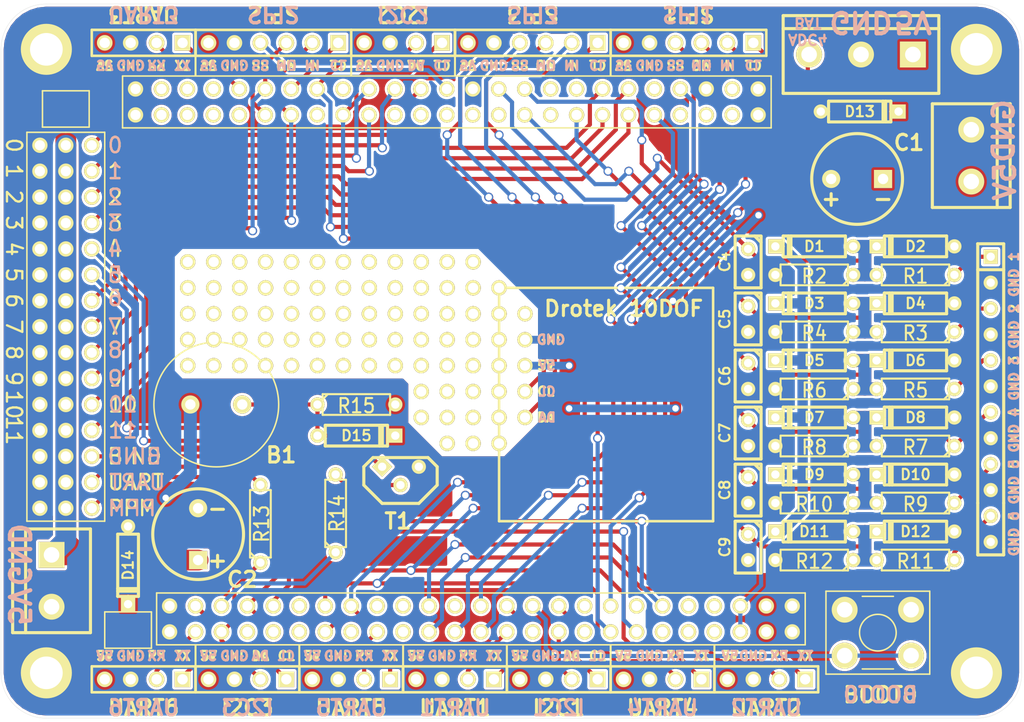
<source format=kicad_pcb>
(kicad_pcb (version 3) (host pcbnew "(2013-07-07 BZR 4022)-stable")
  (title_block (title "STM32F4 Discovery Daughterboard Paparazzi ") (rev V1.0))
  (layers (15 F.Cu signal) (0 B.Cu signal) (20 B.SilkS user) (21 F.SilkS user) (22 B.Mask user) (23 F.Mask user) (28 Edge.Cuts user))
  (net 0 "")
  (net 1 3V)
  (net 2 5V)
  (net 3 ADC1)
  (net 4 ADC2)
  (net 5 ADC3)
  (net 6 ADC4)
  (net 7 ADC5)
  (net 8 ADC6)
  (net 9 BOOT0)
  (net 10 GND)
  (net 11 N-0000071)
  (net 12 N-0000072)
  (net 13 N-0000078)
  (net 14 PA0)
  (net 15 PA1)
  (net 16 PA10)
  (net 17 PA2)
  (net 18 PA3)
  (net 19 PA4)
  (net 20 PA8)
  (net 21 PB1)
  (net 22 PB10)
  (net 23 PB11)
  (net 24 PB13)
  (net 25 PB14)
  (net 26 PB15)
  (net 27 PB3)
  (net 28 PB4)
  (net 29 PB5)
  (net 30 PB6)
  (net 31 PB7)
  (net 32 PB8)
  (net 33 PB9)
  (net 34 PC1)
  (net 35 PC10)
  (net 36 PC11)
  (net 37 PC12)
  (net 38 PC2)
  (net 39 PC4)
  (net 40 PC5)
  (net 41 PC6)
  (net 42 PC7)
  (net 43 PC8)
  (net 44 PC9)
  (net 45 PD2)
  (net 46 PD5)
  (net 47 PD6)
  (net 48 PD8)
  (net 49 PD9)
  (net 50 PE11)
  (net 51 PE13)
  (net 52 PE14)
  (net 53 PE2)
  (net 54 PE3)
  (net 55 PE5)
  (net 56 PE6)
  (net 57 PE7)
  (net 58 PE9)
  (net 59 PWM_VIN)
  (net 60 VDD)
  (module pin_array_15x3 (layer F.Cu) (at 99.822 87.63 90)
    (fp_text reference PWM/PPM/Spektrum1 hide)
    (fp_text value CONN_15X3 hide)
    (pad 1 thru_hole circle (at 0 -2.54 90) (size 1.5 1.5) (drill 1) (layers *.Cu *.Mask F.SilkS) (net 10 GND))
    (pad 2 thru_hole circle (at 0 0 90) (size 1.5 1.5) (drill 1) (layers *.Cu *.Mask F.SilkS) (net 59 PWM_VIN))
    (pad 3 thru_hole circle (at 0 2.54 90) (size 1.5 1.5) (drill 1) (layers *.Cu *.Mask F.SilkS) (net 58 PE9))
    (pad 4 thru_hole circle (at -2.54 -2.54 90) (size 1.5 1.5) (drill 1) (layers *.Cu *.Mask F.SilkS) (net 10 GND))
    (pad 5 thru_hole circle (at -2.54 0 90) (size 1.5 1.5) (drill 1) (layers *.Cu *.Mask F.SilkS) (net 59 PWM_VIN))
    (pad 6 thru_hole circle (at -2.54 2.54 90) (size 1.5 1.5) (drill 1) (layers *.Cu *.Mask F.SilkS) (net 50 PE11))
    (pad 7 thru_hole circle (at -5.08 -2.54 90) (size 1.5 1.5) (drill 1) (layers *.Cu *.Mask F.SilkS) (net 10 GND))
    (pad 8 thru_hole circle (at -5.08 0 90) (size 1.5 1.5) (drill 1) (layers *.Cu *.Mask F.SilkS) (net 59 PWM_VIN))
    (pad 9 thru_hole circle (at -5.08 2.54 90) (size 1.5 1.5) (drill 1) (layers *.Cu *.Mask F.SilkS) (net 51 PE13))
    (pad 10 thru_hole circle (at -7.62 -2.54 90) (size 1.5 1.5) (drill 1) (layers *.Cu *.Mask F.SilkS) (net 10 GND))
    (pad 11 thru_hole circle (at -7.62 0 90) (size 1.5 1.5) (drill 1) (layers *.Cu *.Mask F.SilkS) (net 59 PWM_VIN))
    (pad 12 thru_hole circle (at -7.62 2.54 90) (size 1.5 1.5) (drill 1) (layers *.Cu *.Mask F.SilkS) (net 52 PE14))
    (pad 13 thru_hole circle (at -10.16 -2.54 90) (size 1.5 1.5) (drill 1) (layers *.Cu *.Mask F.SilkS) (net 10 GND))
    (pad 14 thru_hole circle (at -10.16 0 90) (size 1.5 1.5) (drill 1) (layers *.Cu *.Mask F.SilkS) (net 59 PWM_VIN))
    (pad 15 thru_hole circle (at -10.16 2.54 90) (size 1.5 1.5) (drill 1) (layers *.Cu *.Mask F.SilkS) (net 55 PE5))
    (pad 16 thru_hole circle (at -12.7 -2.54 90) (size 1.5 1.5) (drill 1) (layers *.Cu *.Mask F.SilkS) (net 10 GND))
    (pad 17 thru_hole circle (at -12.7 0 90) (size 1.5 1.5) (drill 1) (layers *.Cu *.Mask F.SilkS) (net 59 PWM_VIN))
    (pad 18 thru_hole circle (at -12.7 2.54 90) (size 1.5 1.5) (drill 1) (layers *.Cu *.Mask F.SilkS) (net 56 PE6))
    (pad 19 thru_hole circle (at -15.24 -2.54 90) (size 1.5 1.5) (drill 1) (layers *.Cu *.Mask F.SilkS) (net 10 GND))
    (pad 20 thru_hole circle (at -15.24 0 90) (size 1.5 1.5) (drill 1) (layers *.Cu *.Mask F.SilkS) (net 59 PWM_VIN))
    (pad 21 thru_hole circle (at -15.24 2.54 90) (size 1.5 1.5) (drill 1) (layers *.Cu *.Mask F.SilkS) (net 18 PA3))
    (pad 22 thru_hole circle (at -17.78 -2.54 90) (size 1.5 1.5) (drill 1) (layers *.Cu *.Mask F.SilkS) (net 10 GND))
    (pad 23 thru_hole circle (at -17.78 0 90) (size 1.5 1.5) (drill 1) (layers *.Cu *.Mask F.SilkS) (net 59 PWM_VIN))
    (pad 24 thru_hole circle (at -17.78 2.54 90) (size 1.5 1.5) (drill 1) (layers *.Cu *.Mask F.SilkS) (net 17 PA2))
    (pad 25 thru_hole circle (at -20.32 -2.54 90) (size 1.5 1.5) (drill 1) (layers *.Cu *.Mask F.SilkS) (net 10 GND))
    (pad 26 thru_hole circle (at -20.32 0 90) (size 1.5 1.5) (drill 1) (layers *.Cu *.Mask F.SilkS) (net 59 PWM_VIN))
    (pad 27 thru_hole circle (at -20.32 2.54 90) (size 1.5 1.5) (drill 1) (layers *.Cu *.Mask F.SilkS) (net 15 PA1))
    (pad 28 thru_hole circle (at -22.86 -2.54 90) (size 1.5 1.5) (drill 1) (layers *.Cu *.Mask F.SilkS) (net 10 GND))
    (pad 29 thru_hole circle (at -22.86 0 90) (size 1.5 1.5) (drill 1) (layers *.Cu *.Mask F.SilkS) (net 59 PWM_VIN))
    (pad 30 thru_hole circle (at -22.86 2.54 90) (size 1.5 1.5) (drill 1) (layers *.Cu *.Mask F.SilkS) (net 14 PA0))
    (pad 31 thru_hole circle (at -25.4 -2.54 90) (size 1.5 1.5) (drill 1) (layers *.Cu *.Mask F.SilkS) (net 10 GND))
    (pad 32 thru_hole circle (at -25.4 0 90) (size 1.5 1.5) (drill 1) (layers *.Cu *.Mask F.SilkS) (net 59 PWM_VIN))
    (pad 33 thru_hole circle (at -25.4 2.54 90) (size 1.5 1.5) (drill 1) (layers *.Cu *.Mask F.SilkS) (net 25 PB14))
    (pad 34 thru_hole circle (at -27.94 -2.54 90) (size 1.5 1.5) (drill 1) (layers *.Cu *.Mask F.SilkS) (net 10 GND))
    (pad 35 thru_hole circle (at -27.94 0 90) (size 1.5 1.5) (drill 1) (layers *.Cu *.Mask F.SilkS) (net 59 PWM_VIN))
    (pad 36 thru_hole circle (at -27.94 2.54 90) (size 1.5 1.5) (drill 1) (layers *.Cu *.Mask F.SilkS) (net 26 PB15))
    (pad 37 thru_hole circle (at -30.48 -2.54 90) (size 1.5 1.5) (drill 1) (layers *.Cu *.Mask F.SilkS) (net 10 GND))
    (pad 38 thru_hole circle (at -30.48 0 90) (size 1.5 1.5) (drill 1) (layers *.Cu *.Mask F.SilkS) (net 59 PWM_VIN))
    (pad 39 thru_hole circle (at -30.48 2.54 90) (size 1.5 1.5) (drill 1) (layers *.Cu *.Mask F.SilkS) (net 16 PA10))
    (pad 40 thru_hole circle (at -33.02 -2.54 90) (size 1.5 1.5) (drill 1) (layers *.Cu *.Mask F.SilkS) (net 10 GND))
    (pad 41 thru_hole circle (at -33.02 0 90) (size 1.5 1.5) (drill 1) (layers *.Cu *.Mask F.SilkS) (net 59 PWM_VIN))
    (pad 42 thru_hole circle (at -33.02 2.54 90) (size 1.5 1.5) (drill 1) (layers *.Cu *.Mask F.SilkS) (net 20 PA8))
    (pad 43 thru_hole circle (at -35.56 -2.54 90) (size 1.5 1.5) (drill 1) (layers *.Cu *.Mask F.SilkS) (net 10 GND))
    (pad 44 thru_hole circle (at -35.56 0 90) (size 1.5 1.5) (drill 1) (layers *.Cu *.Mask F.SilkS) (net 59 PWM_VIN))
    (pad 45 thru_hole circle (at -35.56 2.54 90) (size 1.5 1.5) (drill 1) (layers *.Cu *.Mask F.SilkS) (net 13 N-0000078))
  )
  (module Ujumper (layer F.Cu) (at 99.822 84.582)
    (fp_text reference JP2 hide)
    (fp_text value JUMPER hide)
    (pad 2 smd rect (at 0 0) (size 2.032 2.032) (layers F.Cu F.Mask) (net 59 PWM_VIN))
    (pad 1 smd rect (at -1.651 -0.508) (size 0.762 3.048) (layers F.Cu F.Mask) (net 2 5V))
    (pad 1 smd rect (at 1.651 -0.508) (size 0.762 3.048) (layers F.Cu F.Mask) (net 2 5V))
    (pad 1 smd rect (at -0.127 -1.651) (size 3.048 0.762) (layers F.Cu F.Mask) (net 2 5V))
  )
  (module Ujumper (layer F.Cu) (at 105.918 134.62 180)
    (fp_text reference JP1 hide)
    (fp_text value JUMPER hide)
    (pad 2 smd rect (at 0 0 180) (size 2.032 2.032) (layers F.Cu F.Mask) (net 59 PWM_VIN))
    (pad 1 smd rect (at -1.651 -0.508 180) (size 0.762 3.048) (layers F.Cu F.Mask) (net 2 5V))
    (pad 1 smd rect (at 1.651 -0.508 180) (size 0.762 3.048) (layers F.Cu F.Mask) (net 2 5V))
    (pad 1 smd rect (at -0.127 -1.651 180) (size 3.048 0.762) (layers F.Cu F.Mask) (net 2 5V))
  )
  (module drotek10dof (layer F.Cu) (at 142.24 101.6 90)
    (fp_text reference Drotek10DOF1 hide)
    (fp_text value CONN_5 hide)
    (pad 2 thru_hole circle (at -5.08 2.54 90) (size 1.5 1.5) (drill 1) (layers *.Cu *.Mask F.SilkS) (net 10 GND))
    (pad 1 thru_hole circle (at -2.54 2.54 90) (size 1.5 1.5) (drill 1) (layers *.Cu *.Mask F.SilkS))
    (pad 3 thru_hole circle (at -7.62 2.54 90) (size 1.5 1.5) (drill 1) (layers *.Cu *.Mask F.SilkS) (net 2 5V))
    (pad 4 thru_hole circle (at -10.16 2.54 90) (size 1.5 1.5) (drill 1) (layers *.Cu *.Mask F.SilkS) (net 22 PB10))
    (pad 5 thru_hole circle (at -12.7 2.54 90) (size 1.5 1.5) (drill 1) (layers *.Cu *.Mask F.SilkS) (net 23 PB11))
  )
  (module pin_array_25x2 (layer F.Cu) (at 170.942 134.034)
    (fp_text reference P2 hide)
    (fp_text value CONN_25X2 hide)
    (pad 1 thru_hole circle (at 0 -1.27) (size 1.5 1.5) (drill 1) (layers *.Cu *.Mask F.SilkS) (net 10 GND))
    (pad 2 thru_hole circle (at 0 1.27) (size 1.5 1.5) (drill 1) (layers *.Cu *.Mask F.SilkS) (net 10 GND))
    (pad 3 thru_hole circle (at -2.54 -1.27) (size 1.5 1.5) (drill 1) (layers *.Cu *.Mask F.SilkS) (net 2 5V))
    (pad 4 thru_hole circle (at -2.54 1.27) (size 1.5 1.5) (drill 1) (layers *.Cu *.Mask F.SilkS) (net 2 5V))
    (pad 5 thru_hole circle (at -5.08 -1.27) (size 1.5 1.5) (drill 1) (layers *.Cu *.Mask F.SilkS) (net 1 3V))
    (pad 6 thru_hole circle (at -5.08 1.27) (size 1.5 1.5) (drill 1) (layers *.Cu *.Mask F.SilkS) (net 1 3V))
    (pad 7 thru_hole circle (at -7.62 -1.27) (size 1.5 1.5) (drill 1) (layers *.Cu *.Mask F.SilkS))
    (pad 8 thru_hole circle (at -7.62 1.27) (size 1.5 1.5) (drill 1) (layers *.Cu *.Mask F.SilkS))
    (pad 9 thru_hole circle (at -10.16 -1.27) (size 1.5 1.5) (drill 1) (layers *.Cu *.Mask F.SilkS))
    (pad 10 thru_hole circle (at -10.16 1.27) (size 1.5 1.5) (drill 1) (layers *.Cu *.Mask F.SilkS))
    (pad 11 thru_hole circle (at -12.7 -1.27) (size 1.5 1.5) (drill 1) (layers *.Cu *.Mask F.SilkS) (net 56 PE6))
    (pad 12 thru_hole circle (at -12.7 1.27) (size 1.5 1.5) (drill 1) (layers *.Cu *.Mask F.SilkS))
    (pad 13 thru_hole circle (at -15.24 -1.27) (size 1.5 1.5) (drill 1) (layers *.Cu *.Mask F.SilkS))
    (pad 14 thru_hole circle (at -15.24 1.27) (size 1.5 1.5) (drill 1) (layers *.Cu *.Mask F.SilkS) (net 55 PE5))
    (pad 15 thru_hole circle (at -17.78 -1.27) (size 1.5 1.5) (drill 1) (layers *.Cu *.Mask F.SilkS) (net 53 PE2))
    (pad 16 thru_hole circle (at -17.78 1.27) (size 1.5 1.5) (drill 1) (layers *.Cu *.Mask F.SilkS) (net 54 PE3))
    (pad 17 thru_hole circle (at -20.32 -1.27) (size 1.5 1.5) (drill 1) (layers *.Cu *.Mask F.SilkS))
    (pad 18 thru_hole circle (at -20.32 1.27) (size 1.5 1.5) (drill 1) (layers *.Cu *.Mask F.SilkS))
    (pad 19 thru_hole circle (at -22.86 -1.27) (size 1.5 1.5) (drill 1) (layers *.Cu *.Mask F.SilkS) (net 32 PB8))
    (pad 20 thru_hole circle (at -22.86 1.27) (size 1.5 1.5) (drill 1) (layers *.Cu *.Mask F.SilkS) (net 33 PB9))
    (pad 21 thru_hole circle (at -25.4 -1.27) (size 1.5 1.5) (drill 1) (layers *.Cu *.Mask F.SilkS) (net 9 BOOT0))
    (pad 22 thru_hole circle (at -25.4 1.27) (size 1.5 1.5) (drill 1) (layers *.Cu *.Mask F.SilkS) (net 60 VDD))
    (pad 23 thru_hole circle (at -27.94 -1.27) (size 1.5 1.5) (drill 1) (layers *.Cu *.Mask F.SilkS) (net 30 PB6))
    (pad 24 thru_hole circle (at -27.94 1.27) (size 1.5 1.5) (drill 1) (layers *.Cu *.Mask F.SilkS) (net 31 PB7))
    (pad 25 thru_hole circle (at -30.48 -1.27) (size 1.5 1.5) (drill 1) (layers *.Cu *.Mask F.SilkS) (net 28 PB4))
    (pad 26 thru_hole circle (at -30.48 1.27) (size 1.5 1.5) (drill 1) (layers *.Cu *.Mask F.SilkS) (net 29 PB5))
    (pad 27 thru_hole circle (at -33.02 -1.27) (size 1.5 1.5) (drill 1) (layers *.Cu *.Mask F.SilkS))
    (pad 28 thru_hole circle (at -33.02 1.27) (size 1.5 1.5) (drill 1) (layers *.Cu *.Mask F.SilkS) (net 27 PB3))
    (pad 29 thru_hole circle (at -35.56 -1.27) (size 1.5 1.5) (drill 1) (layers *.Cu *.Mask F.SilkS) (net 46 PD5))
    (pad 30 thru_hole circle (at -35.56 1.27) (size 1.5 1.5) (drill 1) (layers *.Cu *.Mask F.SilkS) (net 47 PD6))
    (pad 31 thru_hole circle (at -38.1 -1.27) (size 1.5 1.5) (drill 1) (layers *.Cu *.Mask F.SilkS))
    (pad 32 thru_hole circle (at -38.1 1.27) (size 1.5 1.5) (drill 1) (layers *.Cu *.Mask F.SilkS))
    (pad 33 thru_hole circle (at -40.64 -1.27) (size 1.5 1.5) (drill 1) (layers *.Cu *.Mask F.SilkS))
    (pad 34 thru_hole circle (at -40.64 1.27) (size 1.5 1.5) (drill 1) (layers *.Cu *.Mask F.SilkS) (net 45 PD2))
    (pad 35 thru_hole circle (at -43.18 -1.27) (size 1.5 1.5) (drill 1) (layers *.Cu *.Mask F.SilkS) (net 37 PC12))
    (pad 36 thru_hole circle (at -43.18 1.27) (size 1.5 1.5) (drill 1) (layers *.Cu *.Mask F.SilkS))
    (pad 37 thru_hole circle (at -45.72 -1.27) (size 1.5 1.5) (drill 1) (layers *.Cu *.Mask F.SilkS) (net 35 PC10))
    (pad 38 thru_hole circle (at -45.72 1.27) (size 1.5 1.5) (drill 1) (layers *.Cu *.Mask F.SilkS) (net 36 PC11))
    (pad 39 thru_hole circle (at -48.26 -1.27) (size 1.5 1.5) (drill 1) (layers *.Cu *.Mask F.SilkS))
    (pad 40 thru_hole circle (at -48.26 1.27) (size 1.5 1.5) (drill 1) (layers *.Cu *.Mask F.SilkS))
    (pad 41 thru_hole circle (at -50.8 -1.27) (size 1.5 1.5) (drill 1) (layers *.Cu *.Mask F.SilkS) (net 16 PA10))
    (pad 42 thru_hole circle (at -50.8 1.27) (size 1.5 1.5) (drill 1) (layers *.Cu *.Mask F.SilkS))
    (pad 43 thru_hole circle (at -53.34 -1.27) (size 1.5 1.5) (drill 1) (layers *.Cu *.Mask F.SilkS) (net 20 PA8))
    (pad 44 thru_hole circle (at -53.34 1.27) (size 1.5 1.5) (drill 1) (layers *.Cu *.Mask F.SilkS))
    (pad 45 thru_hole circle (at -55.88 -1.27) (size 1.5 1.5) (drill 1) (layers *.Cu *.Mask F.SilkS) (net 43 PC8))
    (pad 46 thru_hole circle (at -55.88 1.27) (size 1.5 1.5) (drill 1) (layers *.Cu *.Mask F.SilkS) (net 44 PC9))
    (pad 47 thru_hole circle (at -58.42 -1.27) (size 1.5 1.5) (drill 1) (layers *.Cu *.Mask F.SilkS) (net 41 PC6))
    (pad 48 thru_hole circle (at -58.42 1.27) (size 1.5 1.5) (drill 1) (layers *.Cu *.Mask F.SilkS) (net 42 PC7))
    (pad 49 thru_hole circle (at -60.96 -1.27) (size 1.5 1.5) (drill 1) (layers *.Cu *.Mask F.SilkS) (net 10 GND))
    (pad 50 thru_hole circle (at -60.96 1.27) (size 1.5 1.5) (drill 1) (layers *.Cu *.Mask F.SilkS) (net 10 GND))
  )
  (module SIL-12 (layer F.Cu) (at 190.373 112.522 270)
    (fp_text reference ADC1 hide)
    (fp_text value CONN_12 hide)
    (pad 1 thru_hole rect (at -13.97 0 270) (size 1.397 1.397) (drill 0.8128) (layers *.Cu *.Mask F.SilkS) (net 3 ADC1))
    (pad 2 thru_hole circle (at -11.43 0 270) (size 1.397 1.397) (drill 0.8128) (layers *.Cu *.Mask F.SilkS) (net 10 GND))
    (pad 3 thru_hole circle (at -8.89 0 270) (size 1.397 1.397) (drill 0.8128) (layers *.Cu *.Mask F.SilkS) (net 4 ADC2))
    (pad 4 thru_hole circle (at -6.35 0 270) (size 1.397 1.397) (drill 0.8128) (layers *.Cu *.Mask F.SilkS) (net 10 GND))
    (pad 5 thru_hole circle (at -3.81 0 270) (size 1.397 1.397) (drill 0.8128) (layers *.Cu *.Mask F.SilkS) (net 5 ADC3))
    (pad 6 thru_hole circle (at -1.27 0 270) (size 1.397 1.397) (drill 0.8128) (layers *.Cu *.Mask F.SilkS) (net 10 GND))
    (pad 7 thru_hole circle (at 1.27 0 270) (size 1.397 1.397) (drill 0.8128) (layers *.Cu *.Mask F.SilkS) (net 6 ADC4))
    (pad 8 thru_hole circle (at 3.81 0 270) (size 1.397 1.397) (drill 0.8128) (layers *.Cu *.Mask F.SilkS) (net 10 GND))
    (pad 9 thru_hole circle (at 6.35 0 270) (size 1.397 1.397) (drill 0.8128) (layers *.Cu *.Mask F.SilkS) (net 7 ADC5))
    (pad 10 thru_hole circle (at 8.89 0 270) (size 1.397 1.397) (drill 0.8128) (layers *.Cu *.Mask F.SilkS) (net 10 GND))
    (pad 11 thru_hole circle (at 11.43 0 270) (size 1.397 1.397) (drill 0.8128) (layers *.Cu *.Mask F.SilkS) (net 8 ADC6))
    (pad 12 thru_hole circle (at 13.97 0 270) (size 1.397 1.397) (drill 0.8128) (layers *.Cu *.Mask F.SilkS) (net 10 GND))
  )
  (module PIN_ARRAY_4x1 (layer F.Cu) (at 117.602 139.954 180)
    (fp_text reference I2C3 hide)
    (fp_text value CONN_4 hide)
    (pad 1 thru_hole rect (at -3.81 0 180) (size 1.524 1.524) (drill 1.016) (layers *.Cu *.Mask F.SilkS) (net 20 PA8))
    (pad 2 thru_hole circle (at -1.27 0 180) (size 1.524 1.524) (drill 1.016) (layers *.Cu *.Mask F.SilkS) (net 44 PC9))
    (pad 3 thru_hole circle (at 1.27 0 180) (size 1.524 1.524) (drill 1.016) (layers *.Cu *.Mask F.SilkS) (net 10 GND))
    (pad 4 thru_hole circle (at 3.81 0 180) (size 1.524 1.524) (drill 1.016) (layers *.Cu *.Mask F.SilkS) (net 2 5V))
  )
  (module PIN_ARRAY_4x1 (layer F.Cu) (at 132.842 77.597 180)
    (fp_text reference I2C2 hide)
    (fp_text value CONN_4 hide)
    (pad 1 thru_hole rect (at -3.81 0 180) (size 1.524 1.524) (drill 1.016) (layers *.Cu *.Mask F.SilkS) (net 22 PB10))
    (pad 2 thru_hole circle (at -1.27 0 180) (size 1.524 1.524) (drill 1.016) (layers *.Cu *.Mask F.SilkS) (net 23 PB11))
    (pad 3 thru_hole circle (at 1.27 0 180) (size 1.524 1.524) (drill 1.016) (layers *.Cu *.Mask F.SilkS) (net 10 GND))
    (pad 4 thru_hole circle (at 3.81 0 180) (size 1.524 1.524) (drill 1.016) (layers *.Cu *.Mask F.SilkS) (net 2 5V))
  )
  (module PIN_ARRAY_4x1 (layer F.Cu) (at 148.082 139.954 180)
    (fp_text reference I2C1 hide)
    (fp_text value CONN_4 hide)
    (pad 1 thru_hole rect (at -3.81 0 180) (size 1.524 1.524) (drill 1.016) (layers *.Cu *.Mask F.SilkS) (net 32 PB8))
    (pad 2 thru_hole circle (at -1.27 0 180) (size 1.524 1.524) (drill 1.016) (layers *.Cu *.Mask F.SilkS) (net 33 PB9))
    (pad 3 thru_hole circle (at 1.27 0 180) (size 1.524 1.524) (drill 1.016) (layers *.Cu *.Mask F.SilkS) (net 10 GND))
    (pad 4 thru_hole circle (at 3.81 0 180) (size 1.524 1.524) (drill 1.016) (layers *.Cu *.Mask F.SilkS) (net 2 5V))
  )
  (module PIN_ARRAY_4x1 (layer F.Cu) (at 107.442 139.954 180)
    (fp_text reference UART6 hide)
    (fp_text value CONN_4 hide)
    (pad 1 thru_hole rect (at -3.81 0 180) (size 1.524 1.524) (drill 1.016) (layers *.Cu *.Mask F.SilkS) (net 41 PC6))
    (pad 2 thru_hole circle (at -1.27 0 180) (size 1.524 1.524) (drill 1.016) (layers *.Cu *.Mask F.SilkS) (net 42 PC7))
    (pad 3 thru_hole circle (at 1.27 0 180) (size 1.524 1.524) (drill 1.016) (layers *.Cu *.Mask F.SilkS) (net 10 GND))
    (pad 4 thru_hole circle (at 3.81 0 180) (size 1.524 1.524) (drill 1.016) (layers *.Cu *.Mask F.SilkS) (net 2 5V))
  )
  (module PIN_ARRAY_4x1 (layer F.Cu) (at 127.762 139.954 180)
    (fp_text reference UART5 hide)
    (fp_text value CONN_4 hide)
    (pad 1 thru_hole rect (at -3.81 0 180) (size 1.524 1.524) (drill 1.016) (layers *.Cu *.Mask F.SilkS) (net 37 PC12))
    (pad 2 thru_hole circle (at -1.27 0 180) (size 1.524 1.524) (drill 1.016) (layers *.Cu *.Mask F.SilkS) (net 45 PD2))
    (pad 3 thru_hole circle (at 1.27 0 180) (size 1.524 1.524) (drill 1.016) (layers *.Cu *.Mask F.SilkS) (net 10 GND))
    (pad 4 thru_hole circle (at 3.81 0 180) (size 1.524 1.524) (drill 1.016) (layers *.Cu *.Mask F.SilkS) (net 2 5V))
  )
  (module PIN_ARRAY_4x1 (layer F.Cu) (at 158.242 139.954 180)
    (fp_text reference UART4 hide)
    (fp_text value CONN_4 hide)
    (pad 1 thru_hole rect (at -3.81 0 180) (size 1.524 1.524) (drill 1.016) (layers *.Cu *.Mask F.SilkS) (net 35 PC10))
    (pad 2 thru_hole circle (at -1.27 0 180) (size 1.524 1.524) (drill 1.016) (layers *.Cu *.Mask F.SilkS) (net 36 PC11))
    (pad 3 thru_hole circle (at 1.27 0 180) (size 1.524 1.524) (drill 1.016) (layers *.Cu *.Mask F.SilkS) (net 10 GND))
    (pad 4 thru_hole circle (at 3.81 0 180) (size 1.524 1.524) (drill 1.016) (layers *.Cu *.Mask F.SilkS) (net 2 5V))
  )
  (module PIN_ARRAY_4x1 (layer F.Cu) (at 107.442 77.597 180)
    (fp_text reference UART3 hide)
    (fp_text value CONN_4 hide)
    (pad 1 thru_hole rect (at -3.81 0 180) (size 1.524 1.524) (drill 1.016) (layers *.Cu *.Mask F.SilkS) (net 48 PD8))
    (pad 2 thru_hole circle (at -1.27 0 180) (size 1.524 1.524) (drill 1.016) (layers *.Cu *.Mask F.SilkS) (net 49 PD9))
    (pad 3 thru_hole circle (at 1.27 0 180) (size 1.524 1.524) (drill 1.016) (layers *.Cu *.Mask F.SilkS) (net 10 GND))
    (pad 4 thru_hole circle (at 3.81 0 180) (size 1.524 1.524) (drill 1.016) (layers *.Cu *.Mask F.SilkS) (net 2 5V))
  )
  (module PIN_ARRAY_4x1 (layer F.Cu) (at 168.402 139.954 180)
    (fp_text reference UART2 hide)
    (fp_text value CONN_4 hide)
    (pad 1 thru_hole rect (at -3.81 0 180) (size 1.524 1.524) (drill 1.016) (layers *.Cu *.Mask F.SilkS) (net 46 PD5))
    (pad 2 thru_hole circle (at -1.27 0 180) (size 1.524 1.524) (drill 1.016) (layers *.Cu *.Mask F.SilkS) (net 47 PD6))
    (pad 3 thru_hole circle (at 1.27 0 180) (size 1.524 1.524) (drill 1.016) (layers *.Cu *.Mask F.SilkS) (net 10 GND))
    (pad 4 thru_hole circle (at 3.81 0 180) (size 1.524 1.524) (drill 1.016) (layers *.Cu *.Mask F.SilkS) (net 2 5V))
  )
  (module PIN_ARRAY_4x1 (layer F.Cu) (at 137.922 139.954 180)
    (fp_text reference UART1 hide)
    (fp_text value CONN_4 hide)
    (pad 1 thru_hole rect (at -3.81 0 180) (size 1.524 1.524) (drill 1.016) (layers *.Cu *.Mask F.SilkS) (net 30 PB6))
    (pad 2 thru_hole circle (at -1.27 0 180) (size 1.524 1.524) (drill 1.016) (layers *.Cu *.Mask F.SilkS) (net 31 PB7))
    (pad 3 thru_hole circle (at 1.27 0 180) (size 1.524 1.524) (drill 1.016) (layers *.Cu *.Mask F.SilkS) (net 10 GND))
    (pad 4 thru_hole circle (at 3.81 0 180) (size 1.524 1.524) (drill 1.016) (layers *.Cu *.Mask F.SilkS) (net 2 5V))
  )
  (module pin_array_25x2 (layer F.Cu) (at 167.607 83.387)
    (fp_text reference P1 hide)
    (fp_text value CONN_25X2 hide)
    (pad 1 thru_hole circle (at 0 -1.27) (size 1.5 1.5) (drill 1) (layers *.Cu *.Mask F.SilkS) (net 10 GND))
    (pad 2 thru_hole circle (at 0 1.27) (size 1.5 1.5) (drill 1) (layers *.Cu *.Mask F.SilkS) (net 10 GND))
    (pad 3 thru_hole circle (at -2.54 -1.27) (size 1.5 1.5) (drill 1) (layers *.Cu *.Mask F.SilkS) (net 60 VDD))
    (pad 4 thru_hole circle (at -2.54 1.27) (size 1.5 1.5) (drill 1) (layers *.Cu *.Mask F.SilkS) (net 60 VDD))
    (pad 5 thru_hole circle (at -5.08 -1.27) (size 1.5 1.5) (drill 1) (layers *.Cu *.Mask F.SilkS) (net 10 GND))
    (pad 6 thru_hole circle (at -5.08 1.27) (size 1.5 1.5) (drill 1) (layers *.Cu *.Mask F.SilkS))
    (pad 7 thru_hole circle (at -7.62 -1.27) (size 1.5 1.5) (drill 1) (layers *.Cu *.Mask F.SilkS) (net 34 PC1))
    (pad 8 thru_hole circle (at -7.62 1.27) (size 1.5 1.5) (drill 1) (layers *.Cu *.Mask F.SilkS))
    (pad 9 thru_hole circle (at -10.16 -1.27) (size 1.5 1.5) (drill 1) (layers *.Cu *.Mask F.SilkS))
    (pad 10 thru_hole circle (at -10.16 1.27) (size 1.5 1.5) (drill 1) (layers *.Cu *.Mask F.SilkS) (net 38 PC2))
    (pad 11 thru_hole circle (at -12.7 -1.27) (size 1.5 1.5) (drill 1) (layers *.Cu *.Mask F.SilkS) (net 15 PA1))
    (pad 12 thru_hole circle (at -12.7 1.27) (size 1.5 1.5) (drill 1) (layers *.Cu *.Mask F.SilkS) (net 14 PA0))
    (pad 13 thru_hole circle (at -15.24 -1.27) (size 1.5 1.5) (drill 1) (layers *.Cu *.Mask F.SilkS) (net 18 PA3))
    (pad 14 thru_hole circle (at -15.24 1.27) (size 1.5 1.5) (drill 1) (layers *.Cu *.Mask F.SilkS) (net 17 PA2))
    (pad 15 thru_hole circle (at -17.78 -1.27) (size 1.5 1.5) (drill 1) (layers *.Cu *.Mask F.SilkS))
    (pad 16 thru_hole circle (at -17.78 1.27) (size 1.5 1.5) (drill 1) (layers *.Cu *.Mask F.SilkS) (net 19 PA4))
    (pad 17 thru_hole circle (at -20.32 -1.27) (size 1.5 1.5) (drill 1) (layers *.Cu *.Mask F.SilkS))
    (pad 18 thru_hole circle (at -20.32 1.27) (size 1.5 1.5) (drill 1) (layers *.Cu *.Mask F.SilkS))
    (pad 19 thru_hole circle (at -22.86 -1.27) (size 1.5 1.5) (drill 1) (layers *.Cu *.Mask F.SilkS) (net 40 PC5))
    (pad 20 thru_hole circle (at -22.86 1.27) (size 1.5 1.5) (drill 1) (layers *.Cu *.Mask F.SilkS) (net 39 PC4))
    (pad 21 thru_hole circle (at -25.4 -1.27) (size 1.5 1.5) (drill 1) (layers *.Cu *.Mask F.SilkS) (net 21 PB1))
    (pad 22 thru_hole circle (at -25.4 1.27) (size 1.5 1.5) (drill 1) (layers *.Cu *.Mask F.SilkS))
    (pad 23 thru_hole circle (at -27.94 -1.27) (size 1.5 1.5) (drill 1) (layers *.Cu *.Mask F.SilkS) (net 10 GND))
    (pad 24 thru_hole circle (at -27.94 1.27) (size 1.5 1.5) (drill 1) (layers *.Cu *.Mask F.SilkS))
    (pad 25 thru_hole circle (at -30.48 -1.27) (size 1.5 1.5) (drill 1) (layers *.Cu *.Mask F.SilkS) (net 57 PE7))
    (pad 26 thru_hole circle (at -30.48 1.27) (size 1.5 1.5) (drill 1) (layers *.Cu *.Mask F.SilkS))
    (pad 27 thru_hole circle (at -33.02 -1.27) (size 1.5 1.5) (drill 1) (layers *.Cu *.Mask F.SilkS) (net 58 PE9))
    (pad 28 thru_hole circle (at -33.02 1.27) (size 1.5 1.5) (drill 1) (layers *.Cu *.Mask F.SilkS))
    (pad 29 thru_hole circle (at -35.56 -1.27) (size 1.5 1.5) (drill 1) (layers *.Cu *.Mask F.SilkS) (net 50 PE11))
    (pad 30 thru_hole circle (at -35.56 1.27) (size 1.5 1.5) (drill 1) (layers *.Cu *.Mask F.SilkS))
    (pad 31 thru_hole circle (at -38.1 -1.27) (size 1.5 1.5) (drill 1) (layers *.Cu *.Mask F.SilkS) (net 51 PE13))
    (pad 32 thru_hole circle (at -38.1 1.27) (size 1.5 1.5) (drill 1) (layers *.Cu *.Mask F.SilkS) (net 52 PE14))
    (pad 33 thru_hole circle (at -40.64 -1.27) (size 1.5 1.5) (drill 1) (layers *.Cu *.Mask F.SilkS))
    (pad 34 thru_hole circle (at -40.64 1.27) (size 1.5 1.5) (drill 1) (layers *.Cu *.Mask F.SilkS) (net 22 PB10))
    (pad 35 thru_hole circle (at -43.18 -1.27) (size 1.5 1.5) (drill 1) (layers *.Cu *.Mask F.SilkS) (net 23 PB11))
    (pad 36 thru_hole circle (at -43.18 1.27) (size 1.5 1.5) (drill 1) (layers *.Cu *.Mask F.SilkS))
    (pad 37 thru_hole circle (at -45.72 -1.27) (size 1.5 1.5) (drill 1) (layers *.Cu *.Mask F.SilkS) (net 24 PB13))
    (pad 38 thru_hole circle (at -45.72 1.27) (size 1.5 1.5) (drill 1) (layers *.Cu *.Mask F.SilkS) (net 25 PB14))
    (pad 39 thru_hole circle (at -48.26 -1.27) (size 1.5 1.5) (drill 1) (layers *.Cu *.Mask F.SilkS) (net 26 PB15))
    (pad 40 thru_hole circle (at -48.26 1.27) (size 1.5 1.5) (drill 1) (layers *.Cu *.Mask F.SilkS) (net 48 PD8))
    (pad 41 thru_hole circle (at -50.8 -1.27) (size 1.5 1.5) (drill 1) (layers *.Cu *.Mask F.SilkS) (net 49 PD9))
    (pad 42 thru_hole circle (at -50.8 1.27) (size 1.5 1.5) (drill 1) (layers *.Cu *.Mask F.SilkS))
    (pad 43 thru_hole circle (at -53.34 -1.27) (size 1.5 1.5) (drill 1) (layers *.Cu *.Mask F.SilkS))
    (pad 44 thru_hole circle (at -53.34 1.27) (size 1.5 1.5) (drill 1) (layers *.Cu *.Mask F.SilkS))
    (pad 45 thru_hole circle (at -55.88 -1.27) (size 1.5 1.5) (drill 1) (layers *.Cu *.Mask F.SilkS))
    (pad 46 thru_hole circle (at -55.88 1.27) (size 1.5 1.5) (drill 1) (layers *.Cu *.Mask F.SilkS))
    (pad 47 thru_hole circle (at -58.42 -1.27) (size 1.5 1.5) (drill 1) (layers *.Cu *.Mask F.SilkS))
    (pad 48 thru_hole circle (at -58.42 1.27) (size 1.5 1.5) (drill 1) (layers *.Cu *.Mask F.SilkS))
    (pad 49 thru_hole circle (at -60.96 -1.27) (size 1.5 1.5) (drill 1) (layers *.Cu *.Mask F.SilkS) (net 10 GND))
    (pad 50 thru_hole circle (at -60.96 1.27) (size 1.5 1.5) (drill 1) (layers *.Cu *.Mask F.SilkS) (net 10 GND))
  )
  (module PIN_ARRAY-6X1 (layer F.Cu) (at 145.542 77.597 180)
    (fp_text reference SPI3 hide)
    (fp_text value CONN_6 hide)
    (pad 1 thru_hole rect (at -6.35 0 180) (size 1.524 1.524) (drill 1.016) (layers *.Cu *.Mask F.SilkS) (net 35 PC10))
    (pad 2 thru_hole circle (at -3.81 0 180) (size 1.524 1.524) (drill 1.016) (layers *.Cu *.Mask F.SilkS) (net 36 PC11))
    (pad 3 thru_hole circle (at -1.27 0 180) (size 1.524 1.524) (drill 1.016) (layers *.Cu *.Mask F.SilkS) (net 37 PC12))
    (pad 4 thru_hole circle (at 1.27 0 180) (size 1.524 1.524) (drill 1.016) (layers *.Cu *.Mask F.SilkS) (net 54 PE3))
    (pad 5 thru_hole circle (at 3.81 0 180) (size 1.524 1.524) (drill 1.016) (layers *.Cu *.Mask F.SilkS) (net 10 GND))
    (pad 6 thru_hole circle (at 6.35 0 180) (size 1.524 1.524) (drill 1.016) (layers *.Cu *.Mask F.SilkS) (net 2 5V))
  )
  (module PIN_ARRAY-6X1 (layer F.Cu) (at 160.782 77.597 180)
    (fp_text reference SPI1 hide)
    (fp_text value CONN_6 hide)
    (pad 1 thru_hole rect (at -6.35 0 180) (size 1.524 1.524) (drill 1.016) (layers *.Cu *.Mask F.SilkS) (net 27 PB3))
    (pad 2 thru_hole circle (at -3.81 0 180) (size 1.524 1.524) (drill 1.016) (layers *.Cu *.Mask F.SilkS) (net 28 PB4))
    (pad 3 thru_hole circle (at -1.27 0 180) (size 1.524 1.524) (drill 1.016) (layers *.Cu *.Mask F.SilkS) (net 29 PB5))
    (pad 4 thru_hole circle (at 1.27 0 180) (size 1.524 1.524) (drill 1.016) (layers *.Cu *.Mask F.SilkS) (net 53 PE2))
    (pad 5 thru_hole circle (at 3.81 0 180) (size 1.524 1.524) (drill 1.016) (layers *.Cu *.Mask F.SilkS) (net 10 GND))
    (pad 6 thru_hole circle (at 6.35 0 180) (size 1.524 1.524) (drill 1.016) (layers *.Cu *.Mask F.SilkS) (net 2 5V))
  )
  (module PIN_ARRAY-6X1 (layer F.Cu) (at 120.142 77.597 180)
    (fp_text reference SPI2 hide)
    (fp_text value CONN_6 hide)
    (pad 1 thru_hole rect (at -6.35 0 180) (size 1.524 1.524) (drill 1.016) (layers *.Cu *.Mask F.SilkS) (net 24 PB13))
    (pad 2 thru_hole circle (at -3.81 0 180) (size 1.524 1.524) (drill 1.016) (layers *.Cu *.Mask F.SilkS) (net 25 PB14))
    (pad 3 thru_hole circle (at -1.27 0 180) (size 1.524 1.524) (drill 1.016) (layers *.Cu *.Mask F.SilkS) (net 26 PB15))
    (pad 4 thru_hole circle (at 1.27 0 180) (size 1.524 1.524) (drill 1.016) (layers *.Cu *.Mask F.SilkS) (net 57 PE7))
    (pad 5 thru_hole circle (at 3.81 0 180) (size 1.524 1.524) (drill 1.016) (layers *.Cu *.Mask F.SilkS) (net 10 GND))
    (pad 6 thru_hole circle (at 6.35 0 180) (size 1.524 1.524) (drill 1.016) (layers *.Cu *.Mask F.SilkS) (net 2 5V))
  )
  (module C2V8 (layer F.Cu) (at 112.776 125.73 90)
    (fp_text reference C2 hide)
    (fp_text value CAPAPOL hide)
    (pad 1 thru_hole rect (at -2.54 0 90) (size 1.778 1.778) (drill 1.016) (layers *.Cu *.Mask F.SilkS) (net 59 PWM_VIN))
    (pad 2 thru_hole circle (at 2.54 0 90) (size 1.778 1.778) (drill 1.016) (layers *.Cu *.Mask F.SilkS) (net 10 GND))
  )
  (module C2V8 (layer F.Cu) (at 177.292 90.932 180)
    (fp_text reference C1 hide)
    (fp_text value CAPAPOL hide)
    (pad 1 thru_hole rect (at -2.54 0 180) (size 1.778 1.778) (drill 1.016) (layers *.Cu *.Mask F.SilkS) (net 2 5V))
    (pad 2 thru_hole circle (at 2.54 0 180) (size 1.778 1.778) (drill 1.016) (layers *.Cu *.Mask F.SilkS) (net 10 GND))
  )
  (module bornier2 (layer F.Cu) (at 98.425 130.302 270)
    (fp_text reference screw3 hide)
    (fp_text value CONN_2 hide)
    (pad 1 thru_hole rect (at -2.54 0 270) (size 2.54 2.54) (drill 1.524) (layers *.Cu *.Mask F.SilkS) (net 59 PWM_VIN))
    (pad 2 thru_hole circle (at 2.54 0 270) (size 2.54 2.54) (drill 1.524) (layers *.Cu *.Mask F.SilkS) (net 10 GND))
  )
  (module C1 (layer F.Cu) (at 166.624 99.06 270)
    (fp_text reference C4 (at 0 2.286 270) (layer F.SilkS) (effects (font (size 1.016 1.016) (thickness 0.2032))))
    (fp_text value 100n hide)
    (pad 1 thru_hole circle (at -1.27 0 270) (size 1.397 1.397) (drill 0.8128) (layers *.Cu *.Mask F.SilkS) (net 21 PB1))
    (pad 2 thru_hole circle (at 1.27 0 270) (size 1.397 1.397) (drill 0.8128) (layers *.Cu *.Mask F.SilkS) (net 10 GND))
  )
  (module mounting_hole_3,2mm (layer F.Cu) (at 97.917 139.319)
    (fp_text reference 3,2mm1 hide)
    (fp_text value MOUNTING_HOLE hide)
    (pad 1 thru_hole circle (at 0 0) (size 5 5) (drill 3.2) (layers *.Cu *.Mask F.SilkS) (net 10 GND))
  )
  (module mounting_hole_3,2mm (layer F.Cu) (at 97.282 78.232)
    (fp_text reference 3,2mm3 hide)
    (fp_text value MOUNTING_HOLE hide)
    (pad 1 thru_hole circle (at 0.635 0) (size 5 5) (drill 3.2) (layers *.Cu *.Mask F.SilkS) (net 10 GND))
  )
  (module mounting_hole_3,2mm (layer F.Cu) (at 188.976 78.232)
    (fp_text reference 3,2mm2 hide)
    (fp_text value MOUNTING_HOLE hide)
    (pad 1 thru_hole circle (at 0 0) (size 5 5) (drill 3.2) (layers *.Cu *.Mask F.SilkS) (net 10 GND))
  )
  (module mounting_hole_3,2mm (layer F.Cu) (at 188.976 139.319)
    (fp_text reference 3,2mm4 hide)
    (fp_text value MOUNTING_HOLE hide)
    (pad 1 thru_hole circle (at 0 0) (size 5 5) (drill 3.2) (layers *.Cu *.Mask F.SilkS) (net 10 GND))
  )
  (module buzzer_PS1240P02CT3 (layer F.Cu) (at 114.554 113.03 180)
    (fp_text reference B1 hide)
    (fp_text value BUZZER_12.2X3.5 hide)
    (pad 1 thru_hole circle (at 2.54 0 180) (size 1.778 1.778) (drill 1.016) (layers *.Cu *.Mask F.SilkS) (net 2 5V))
    (pad 2 thru_hole circle (at -2.54 0 180) (size 1.778 1.778) (drill 1.016) (layers *.Cu *.Mask F.SilkS) (net 12 N-0000072))
  )
  (module pushbutton_tactile (layer F.Cu) (at 179.324 135.382)
    (fp_text reference BOOT0 hide)
    (fp_text value SW_PUSH hide)
    (pad 1 thru_hole circle (at 3.25 -2.25) (size 2.54 2.54) (drill 1.524) (layers *.Cu *.Mask F.SilkS) (net 10 GND))
    (pad 1 thru_hole circle (at -3.25 -2.25) (size 2.54 2.54) (drill 1.524) (layers *.Cu *.Mask F.SilkS) (net 10 GND))
    (pad 2 thru_hole circle (at -3.25 2.25) (size 2.54 2.54) (drill 1.524) (layers *.Cu *.Mask F.SilkS) (net 9 BOOT0))
    (pad 2 thru_hole circle (at 3.25 2.25) (size 2.54 2.54) (drill 1.524) (layers *.Cu *.Mask F.SilkS) (net 9 BOOT0))
  )
  (module bornier3 (layer F.Cu) (at 177.673 78.74 180)
    (fp_text reference screw1 hide)
    (fp_text value CONN_3 hide)
    (pad 1 thru_hole rect (at -5.08 0 180) (size 2.54 2.54) (drill 1.524) (layers *.Cu *.Mask F.SilkS) (net 2 5V))
    (pad 2 thru_hole circle (at 0 0 180) (size 2.54 2.54) (drill 1.524) (layers *.Cu *.Mask F.SilkS) (net 10 GND))
    (pad 3 thru_hole circle (at 5.08 0 180) (size 2.54 2.54) (drill 1.524) (layers *.Cu *.Mask F.SilkS) (net 6 ADC4))
  )
  (module C1 (layer F.Cu) (at 166.624 104.648 270)
    (fp_text reference C5 (at 0 2.286 270) (layer F.SilkS) (effects (font (size 1.016 1.016) (thickness 0.2032))))
    (fp_text value 100n hide)
    (pad 1 thru_hole circle (at -1.27 0 270) (size 1.397 1.397) (drill 0.8128) (layers *.Cu *.Mask F.SilkS) (net 40 PC5))
    (pad 2 thru_hole circle (at 1.27 0 270) (size 1.397 1.397) (drill 0.8128) (layers *.Cu *.Mask F.SilkS) (net 10 GND))
  )
  (module C1 (layer F.Cu) (at 166.624 110.236 270)
    (fp_text reference C6 (at 0 2.286 270) (layer F.SilkS) (effects (font (size 1.016 1.016) (thickness 0.2032))))
    (fp_text value 100n hide)
    (pad 1 thru_hole circle (at -1.27 0 270) (size 1.397 1.397) (drill 0.8128) (layers *.Cu *.Mask F.SilkS) (net 39 PC4))
    (pad 2 thru_hole circle (at 1.27 0 270) (size 1.397 1.397) (drill 0.8128) (layers *.Cu *.Mask F.SilkS) (net 10 GND))
  )
  (module C1 (layer F.Cu) (at 166.624 115.824 270)
    (fp_text reference C7 (at 0 2.286 270) (layer F.SilkS) (effects (font (size 1.016 1.016) (thickness 0.2032))))
    (fp_text value 100n hide)
    (pad 1 thru_hole circle (at -1.27 0 270) (size 1.397 1.397) (drill 0.8128) (layers *.Cu *.Mask F.SilkS) (net 19 PA4))
    (pad 2 thru_hole circle (at 1.27 0 270) (size 1.397 1.397) (drill 0.8128) (layers *.Cu *.Mask F.SilkS) (net 10 GND))
  )
  (module C1 (layer F.Cu) (at 166.624 121.412 270)
    (fp_text reference C8 (at 0 2.286 270) (layer F.SilkS) (effects (font (size 1.016 1.016) (thickness 0.2032))))
    (fp_text value 100n hide)
    (pad 1 thru_hole circle (at -1.27 0 270) (size 1.397 1.397) (drill 0.8128) (layers *.Cu *.Mask F.SilkS) (net 34 PC1))
    (pad 2 thru_hole circle (at 1.27 0 270) (size 1.397 1.397) (drill 0.8128) (layers *.Cu *.Mask F.SilkS) (net 10 GND))
  )
  (module C1 (layer F.Cu) (at 166.624 127 270)
    (fp_text reference C9 (at 0 2.286 270) (layer F.SilkS) (effects (font (size 1.016 1.016) (thickness 0.2032))))
    (fp_text value 100n hide)
    (pad 1 thru_hole circle (at -1.27 0 270) (size 1.397 1.397) (drill 0.8128) (layers *.Cu *.Mask F.SilkS) (net 38 PC2))
    (pad 2 thru_hole circle (at 1.27 0 270) (size 1.397 1.397) (drill 0.8128) (layers *.Cu *.Mask F.SilkS) (net 10 GND))
  )
  (module R3 (layer F.Cu) (at 118.872 124.714 90)
    (fp_text reference R13 (at 0 0.127 90) (layer F.SilkS) (effects (font (size 1.397 1.27) (thickness 0.2032))))
    (fp_text value 220 hide)
    (pad 1 thru_hole circle (at -3.81 0 90) (size 1.397 1.397) (drill 0.8128) (layers *.Cu *.Mask F.SilkS) (net 44 PC9))
    (pad 2 thru_hole circle (at 3.81 0 90) (size 1.397 1.397) (drill 0.8128) (layers *.Cu *.Mask F.SilkS) (net 13 N-0000078))
  )
  (module R3 (layer F.Cu) (at 183.007 111.506 180)
    (fp_text reference R5 (at 0 -0.127 180) (layer F.SilkS) (effects (font (size 1.397 1.27) (thickness 0.2032))))
    (fp_text value 22k hide)
    (pad 1 thru_hole circle (at -3.81 0 180) (size 1.397 1.397) (drill 0.8128) (layers *.Cu *.Mask F.SilkS) (net 5 ADC3))
    (pad 2 thru_hole circle (at 3.81 0 180) (size 1.397 1.397) (drill 0.8128) (layers *.Cu *.Mask F.SilkS) (net 39 PC4))
  )
  (module R3 (layer F.Cu) (at 173.101 111.506 180)
    (fp_text reference R6 (at 0 -0.127 180) (layer F.SilkS) (effects (font (size 1.397 1.27) (thickness 0.2032))))
    (fp_text value 2k2 hide)
    (pad 1 thru_hole circle (at -3.81 0 180) (size 1.397 1.397) (drill 0.8128) (layers *.Cu *.Mask F.SilkS) (net 39 PC4))
    (pad 2 thru_hole circle (at 3.81 0 180) (size 1.397 1.397) (drill 0.8128) (layers *.Cu *.Mask F.SilkS) (net 10 GND))
  )
  (module R3 (layer F.Cu) (at 183.007 117.094 180)
    (fp_text reference R7 (at 0 -0.127 180) (layer F.SilkS) (effects (font (size 1.397 1.27) (thickness 0.2032))))
    (fp_text value 22k hide)
    (pad 1 thru_hole circle (at -3.81 0 180) (size 1.397 1.397) (drill 0.8128) (layers *.Cu *.Mask F.SilkS) (net 6 ADC4))
    (pad 2 thru_hole circle (at 3.81 0 180) (size 1.397 1.397) (drill 0.8128) (layers *.Cu *.Mask F.SilkS) (net 19 PA4))
  )
  (module R3 (layer F.Cu) (at 173.101 105.918 180)
    (fp_text reference R4 (at 0 -0.127 180) (layer F.SilkS) (effects (font (size 1.397 1.27) (thickness 0.2032))))
    (fp_text value 2k2 hide)
    (pad 1 thru_hole circle (at -3.81 0 180) (size 1.397 1.397) (drill 0.8128) (layers *.Cu *.Mask F.SilkS) (net 40 PC5))
    (pad 2 thru_hole circle (at 3.81 0 180) (size 1.397 1.397) (drill 0.8128) (layers *.Cu *.Mask F.SilkS) (net 10 GND))
  )
  (module R3 (layer F.Cu) (at 183.007 105.918 180)
    (fp_text reference R3 (at 0 -0.127 180) (layer F.SilkS) (effects (font (size 1.397 1.27) (thickness 0.2032))))
    (fp_text value 22k hide)
    (pad 1 thru_hole circle (at -3.81 0 180) (size 1.397 1.397) (drill 0.8128) (layers *.Cu *.Mask F.SilkS) (net 4 ADC2))
    (pad 2 thru_hole circle (at 3.81 0 180) (size 1.397 1.397) (drill 0.8128) (layers *.Cu *.Mask F.SilkS) (net 40 PC5))
  )
  (module R3 (layer F.Cu) (at 173.101 117.094 180)
    (fp_text reference R8 (at 0 -0.127 180) (layer F.SilkS) (effects (font (size 1.397 1.27) (thickness 0.2032))))
    (fp_text value 2k2 hide)
    (pad 1 thru_hole circle (at -3.81 0 180) (size 1.397 1.397) (drill 0.8128) (layers *.Cu *.Mask F.SilkS) (net 19 PA4))
    (pad 2 thru_hole circle (at 3.81 0 180) (size 1.397 1.397) (drill 0.8128) (layers *.Cu *.Mask F.SilkS) (net 10 GND))
  )
  (module R3 (layer F.Cu) (at 173.101 122.682 180)
    (fp_text reference R10 (at 0 -0.127 180) (layer F.SilkS) (effects (font (size 1.397 1.27) (thickness 0.2032))))
    (fp_text value 2k2 hide)
    (pad 1 thru_hole circle (at -3.81 0 180) (size 1.397 1.397) (drill 0.8128) (layers *.Cu *.Mask F.SilkS) (net 34 PC1))
    (pad 2 thru_hole circle (at 3.81 0 180) (size 1.397 1.397) (drill 0.8128) (layers *.Cu *.Mask F.SilkS) (net 10 GND))
  )
  (module R3 (layer F.Cu) (at 173.101 100.33 180)
    (fp_text reference R2 (at 0 -0.127 180) (layer F.SilkS) (effects (font (size 1.397 1.27) (thickness 0.2032))))
    (fp_text value 2k2 hide)
    (pad 1 thru_hole circle (at -3.81 0 180) (size 1.397 1.397) (drill 0.8128) (layers *.Cu *.Mask F.SilkS) (net 21 PB1))
    (pad 2 thru_hole circle (at 3.81 0 180) (size 1.397 1.397) (drill 0.8128) (layers *.Cu *.Mask F.SilkS) (net 10 GND))
  )
  (module R3 (layer F.Cu) (at 183.007 100.33 180)
    (fp_text reference R1 (at 0 -0.127 180) (layer F.SilkS) (effects (font (size 1.397 1.27) (thickness 0.2032))))
    (fp_text value 22k hide)
    (pad 1 thru_hole circle (at -3.81 0 180) (size 1.397 1.397) (drill 0.8128) (layers *.Cu *.Mask F.SilkS) (net 3 ADC1))
    (pad 2 thru_hole circle (at 3.81 0 180) (size 1.397 1.397) (drill 0.8128) (layers *.Cu *.Mask F.SilkS) (net 21 PB1))
  )
  (module R3 (layer F.Cu) (at 183.007 128.27 180)
    (fp_text reference R11 (at 0 -0.127 180) (layer F.SilkS) (effects (font (size 1.397 1.27) (thickness 0.2032))))
    (fp_text value 22k hide)
    (pad 1 thru_hole circle (at -3.81 0 180) (size 1.397 1.397) (drill 0.8128) (layers *.Cu *.Mask F.SilkS) (net 8 ADC6))
    (pad 2 thru_hole circle (at 3.81 0 180) (size 1.397 1.397) (drill 0.8128) (layers *.Cu *.Mask F.SilkS) (net 38 PC2))
  )
  (module R3 (layer F.Cu) (at 173.101 128.27 180)
    (fp_text reference R12 (at 0 -0.127 180) (layer F.SilkS) (effects (font (size 1.397 1.27) (thickness 0.2032))))
    (fp_text value 2k2 hide)
    (pad 1 thru_hole circle (at -3.81 0 180) (size 1.397 1.397) (drill 0.8128) (layers *.Cu *.Mask F.SilkS) (net 38 PC2))
    (pad 2 thru_hole circle (at 3.81 0 180) (size 1.397 1.397) (drill 0.8128) (layers *.Cu *.Mask F.SilkS) (net 10 GND))
  )
  (module D3 (layer F.Cu) (at 183.007 103.124 180)
    (fp_text reference D4 (at 0 0 180) (layer F.SilkS) (effects (font (size 1.016 1.016) (thickness 0.2032))))
    (fp_text value DIODE hide)
    (pad 2 thru_hole rect (at 3.81 0 180) (size 1.397 1.397) (drill 0.8128) (layers *.Cu *.Mask F.SilkS) (net 40 PC5))
    (pad 1 thru_hole circle (at -3.81 0 180) (size 1.397 1.397) (drill 0.8128) (layers *.Cu *.Mask F.SilkS) (net 10 GND))
  )
  (module D3 (layer F.Cu) (at 128.27 116.078)
    (fp_text reference D15 (at 0 0) (layer F.SilkS) (effects (font (size 1.016 1.016) (thickness 0.2032))))
    (fp_text value DIODE hide)
    (pad 2 thru_hole rect (at 3.81 0) (size 1.397 1.397) (drill 0.8128) (layers *.Cu *.Mask F.SilkS) (net 2 5V))
    (pad 1 thru_hole circle (at -3.81 0) (size 1.397 1.397) (drill 0.8128) (layers *.Cu *.Mask F.SilkS) (net 12 N-0000072))
  )
  (module D3 (layer F.Cu) (at 105.918 128.778 270)
    (fp_text reference D14 (at 0 0 270) (layer F.SilkS) (effects (font (size 1.016 1.016) (thickness 0.2032))))
    (fp_text value DIODE hide)
    (pad 2 thru_hole rect (at 3.81 0 270) (size 1.397 1.397) (drill 0.8128) (layers *.Cu *.Mask F.SilkS) (net 59 PWM_VIN))
    (pad 1 thru_hole circle (at -3.81 0 270) (size 1.397 1.397) (drill 0.8128) (layers *.Cu *.Mask F.SilkS) (net 10 GND))
  )
  (module D3 (layer F.Cu) (at 177.546 84.328)
    (fp_text reference D13 (at 0 0) (layer F.SilkS) (effects (font (size 1.016 1.016) (thickness 0.2032))))
    (fp_text value DIODE hide)
    (pad 2 thru_hole rect (at 3.81 0) (size 1.397 1.397) (drill 0.8128) (layers *.Cu *.Mask F.SilkS) (net 2 5V))
    (pad 1 thru_hole circle (at -3.81 0) (size 1.397 1.397) (drill 0.8128) (layers *.Cu *.Mask F.SilkS) (net 10 GND))
  )
  (module D3 (layer F.Cu) (at 183.007 125.476 180)
    (fp_text reference D12 (at 0 0 180) (layer F.SilkS) (effects (font (size 1.016 1.016) (thickness 0.2032))))
    (fp_text value DIODE hide)
    (pad 2 thru_hole rect (at 3.81 0 180) (size 1.397 1.397) (drill 0.8128) (layers *.Cu *.Mask F.SilkS) (net 38 PC2))
    (pad 1 thru_hole circle (at -3.81 0 180) (size 1.397 1.397) (drill 0.8128) (layers *.Cu *.Mask F.SilkS) (net 10 GND))
  )
  (module D3 (layer F.Cu) (at 173.101 125.476 180)
    (fp_text reference D11 (at 0 0 180) (layer F.SilkS) (effects (font (size 1.016 1.016) (thickness 0.2032))))
    (fp_text value DIODE hide)
    (pad 2 thru_hole rect (at 3.81 0 180) (size 1.397 1.397) (drill 0.8128) (layers *.Cu *.Mask F.SilkS) (net 1 3V))
    (pad 1 thru_hole circle (at -3.81 0 180) (size 1.397 1.397) (drill 0.8128) (layers *.Cu *.Mask F.SilkS) (net 38 PC2))
  )
  (module D3 (layer F.Cu) (at 183.007 119.888 180)
    (fp_text reference D10 (at 0 0 180) (layer F.SilkS) (effects (font (size 1.016 1.016) (thickness 0.2032))))
    (fp_text value DIODE hide)
    (pad 2 thru_hole rect (at 3.81 0 180) (size 1.397 1.397) (drill 0.8128) (layers *.Cu *.Mask F.SilkS) (net 34 PC1))
    (pad 1 thru_hole circle (at -3.81 0 180) (size 1.397 1.397) (drill 0.8128) (layers *.Cu *.Mask F.SilkS) (net 10 GND))
  )
  (module D3 (layer F.Cu) (at 173.101 119.888 180)
    (fp_text reference D9 (at 0 0 180) (layer F.SilkS) (effects (font (size 1.016 1.016) (thickness 0.2032))))
    (fp_text value DIODE hide)
    (pad 2 thru_hole rect (at 3.81 0 180) (size 1.397 1.397) (drill 0.8128) (layers *.Cu *.Mask F.SilkS) (net 1 3V))
    (pad 1 thru_hole circle (at -3.81 0 180) (size 1.397 1.397) (drill 0.8128) (layers *.Cu *.Mask F.SilkS) (net 34 PC1))
  )
  (module D3 (layer F.Cu) (at 173.101 97.536 180)
    (fp_text reference D1 (at 0 0 180) (layer F.SilkS) (effects (font (size 1.016 1.016) (thickness 0.2032))))
    (fp_text value DIODE hide)
    (pad 2 thru_hole rect (at 3.81 0 180) (size 1.397 1.397) (drill 0.8128) (layers *.Cu *.Mask F.SilkS) (net 1 3V))
    (pad 1 thru_hole circle (at -3.81 0 180) (size 1.397 1.397) (drill 0.8128) (layers *.Cu *.Mask F.SilkS) (net 21 PB1))
  )
  (module D3 (layer F.Cu) (at 183.007 114.3 180)
    (fp_text reference D8 (at 0 0 180) (layer F.SilkS) (effects (font (size 1.016 1.016) (thickness 0.2032))))
    (fp_text value DIODE hide)
    (pad 2 thru_hole rect (at 3.81 0 180) (size 1.397 1.397) (drill 0.8128) (layers *.Cu *.Mask F.SilkS) (net 19 PA4))
    (pad 1 thru_hole circle (at -3.81 0 180) (size 1.397 1.397) (drill 0.8128) (layers *.Cu *.Mask F.SilkS) (net 10 GND))
  )
  (module D3 (layer F.Cu) (at 173.101 114.3 180)
    (fp_text reference D7 (at 0 0 180) (layer F.SilkS) (effects (font (size 1.016 1.016) (thickness 0.2032))))
    (fp_text value DIODE hide)
    (pad 2 thru_hole rect (at 3.81 0 180) (size 1.397 1.397) (drill 0.8128) (layers *.Cu *.Mask F.SilkS) (net 1 3V))
    (pad 1 thru_hole circle (at -3.81 0 180) (size 1.397 1.397) (drill 0.8128) (layers *.Cu *.Mask F.SilkS) (net 19 PA4))
  )
  (module D3 (layer F.Cu) (at 183.007 97.536 180)
    (fp_text reference D2 (at 0 0 180) (layer F.SilkS) (effects (font (size 1.016 1.016) (thickness 0.2032))))
    (fp_text value DIODE hide)
    (pad 2 thru_hole rect (at 3.81 0 180) (size 1.397 1.397) (drill 0.8128) (layers *.Cu *.Mask F.SilkS) (net 21 PB1))
    (pad 1 thru_hole circle (at -3.81 0 180) (size 1.397 1.397) (drill 0.8128) (layers *.Cu *.Mask F.SilkS) (net 10 GND))
  )
  (module D3 (layer F.Cu) (at 173.101 103.124 180)
    (fp_text reference D3 (at 0 0 180) (layer F.SilkS) (effects (font (size 1.016 1.016) (thickness 0.2032))))
    (fp_text value DIODE hide)
    (pad 2 thru_hole rect (at 3.81 0 180) (size 1.397 1.397) (drill 0.8128) (layers *.Cu *.Mask F.SilkS) (net 1 3V))
    (pad 1 thru_hole circle (at -3.81 0 180) (size 1.397 1.397) (drill 0.8128) (layers *.Cu *.Mask F.SilkS) (net 40 PC5))
  )
  (module D3 (layer F.Cu) (at 183.007 108.712 180)
    (fp_text reference D6 (at 0 0 180) (layer F.SilkS) (effects (font (size 1.016 1.016) (thickness 0.2032))))
    (fp_text value DIODE hide)
    (pad 2 thru_hole rect (at 3.81 0 180) (size 1.397 1.397) (drill 0.8128) (layers *.Cu *.Mask F.SilkS) (net 39 PC4))
    (pad 1 thru_hole circle (at -3.81 0 180) (size 1.397 1.397) (drill 0.8128) (layers *.Cu *.Mask F.SilkS) (net 10 GND))
  )
  (module D3 (layer F.Cu) (at 173.101 108.712 180)
    (fp_text reference D5 (at 0 0 180) (layer F.SilkS) (effects (font (size 1.016 1.016) (thickness 0.2032))))
    (fp_text value DIODE hide)
    (pad 2 thru_hole rect (at 3.81 0 180) (size 1.397 1.397) (drill 0.8128) (layers *.Cu *.Mask F.SilkS) (net 1 3V))
    (pad 1 thru_hole circle (at -3.81 0 180) (size 1.397 1.397) (drill 0.8128) (layers *.Cu *.Mask F.SilkS) (net 39 PC4))
  )
  (module R3 (layer F.Cu) (at 183.007 122.682 180)
    (fp_text reference R9 (at 0 -0.127 180) (layer F.SilkS) (effects (font (size 1.397 1.27) (thickness 0.2032))))
    (fp_text value 22k hide)
    (pad 1 thru_hole circle (at -3.81 0 180) (size 1.397 1.397) (drill 0.8128) (layers *.Cu *.Mask F.SilkS) (net 7 ADC5))
    (pad 2 thru_hole circle (at 3.81 0 180) (size 1.397 1.397) (drill 0.8128) (layers *.Cu *.Mask F.SilkS) (net 34 PC1))
  )
  (module R3 (layer F.Cu) (at 126.238 123.698 90)
    (fp_text reference R14 (at 0 0.127 90) (layer F.SilkS) (effects (font (size 1.397 1.27) (thickness 0.2032))))
    (fp_text value 470 hide)
    (pad 1 thru_hole circle (at -3.81 0 90) (size 1.397 1.397) (drill 0.8128) (layers *.Cu *.Mask F.SilkS) (net 43 PC8))
    (pad 2 thru_hole circle (at 3.81 0 90) (size 1.397 1.397) (drill 0.8128) (layers *.Cu *.Mask F.SilkS) (net 11 N-0000071))
  )
  (module R3 (layer F.Cu) (at 128.27 113.03)
    (fp_text reference R15 (at 0 0.127) (layer F.SilkS) (effects (font (size 1.397 1.27) (thickness 0.2032))))
    (fp_text value 1k hide)
    (pad 1 thru_hole circle (at -3.81 0) (size 1.397 1.397) (drill 0.8128) (layers *.Cu *.Mask F.SilkS) (net 12 N-0000072))
    (pad 2 thru_hole circle (at 3.81 0) (size 1.397 1.397) (drill 0.8128) (layers *.Cu *.Mask F.SilkS) (net 2 5V))
  )
  (module bornier2 (layer F.Cu) (at 188.468 88.646 90)
    (fp_text reference screw2 hide)
    (fp_text value CONN_2 hide)
    (pad 1 thru_hole circle (at -2.54 0 90) (size 2.54 2.54) (drill 1.524) (layers *.Cu *.Mask F.SilkS) (net 2 5V))
    (pad 2 thru_hole circle (at 2.54 0 90) (size 2.54 2.54) (drill 1.524) (layers *.Cu *.Mask F.SilkS) (net 10 GND))
  )
  (module TO92 (layer F.Cu) (at 132.588 119.126 135)
    (fp_text reference T1 hide)
    (fp_text value BC547 hide)
    (pad 1 thru_hole rect (at 1.27 -1.27 135) (size 1.397 1.397) (drill 0.8128) (layers *.Cu *.Mask F.SilkS) (net 12 N-0000072))
    (pad 2 thru_hole circle (at -1.27 -1.27 135) (size 1.397 1.397) (drill 0.8128) (layers *.Cu *.Mask F.SilkS) (net 11 N-0000071))
    (pad 3 thru_hole circle (at -1.27 1.27 135) (size 1.397 1.397) (drill 0.8128) (layers *.Cu *.Mask F.SilkS) (net 10 GND))
  )
  (module thtpin (layer F.Cu) (at 142.24 104.14)
    (fp_text reference thtpin hide)
    (fp_text value VAL** hide)
    (pad 1 thru_hole circle (at 0 0) (size 1.5 1.5) (drill 1) (layers *.Cu *.Mask F.SilkS))
  )
  (module thtpin (layer F.Cu) (at 142.24 106.68)
    (fp_text reference thtpin hide)
    (fp_text value VAL** hide)
    (pad 1 thru_hole circle (at 0 0) (size 1.5 1.5) (drill 1) (layers *.Cu *.Mask F.SilkS))
  )
  (module thtpin (layer F.Cu) (at 139.7 104.14)
    (fp_text reference thtpin hide)
    (fp_text value VAL** hide)
    (pad 1 thru_hole circle (at 0 0) (size 1.5 1.5) (drill 1) (layers *.Cu *.Mask F.SilkS))
  )
  (module thtpin (layer F.Cu) (at 137.16 104.14)
    (fp_text reference thtpin hide)
    (fp_text value VAL** hide)
    (pad 1 thru_hole circle (at 0 0) (size 1.5 1.5) (drill 1) (layers *.Cu *.Mask F.SilkS))
  )
  (module thtpin (layer F.Cu) (at 134.62 104.14)
    (fp_text reference thtpin hide)
    (fp_text value VAL** hide)
    (pad 1 thru_hole circle (at 0 0) (size 1.5 1.5) (drill 1) (layers *.Cu *.Mask F.SilkS))
  )
  (module thtpin (layer F.Cu) (at 132.08 104.14)
    (fp_text reference thtpin hide)
    (fp_text value VAL** hide)
    (pad 1 thru_hole circle (at 0 0) (size 1.5 1.5) (drill 1) (layers *.Cu *.Mask F.SilkS))
  )
  (module thtpin (layer F.Cu) (at 129.54 104.14)
    (fp_text reference thtpin hide)
    (fp_text value VAL** hide)
    (pad 1 thru_hole circle (at 0 0) (size 1.5 1.5) (drill 1) (layers *.Cu *.Mask F.SilkS))
  )
  (module thtpin (layer F.Cu) (at 139.7 106.68)
    (fp_text reference thtpin hide)
    (fp_text value VAL** hide)
    (pad 1 thru_hole circle (at 0 0) (size 1.5 1.5) (drill 1) (layers *.Cu *.Mask F.SilkS))
  )
  (module thtpin (layer F.Cu) (at 137.16 106.68)
    (fp_text reference thtpin hide)
    (fp_text value VAL** hide)
    (pad 1 thru_hole circle (at 0 0) (size 1.5 1.5) (drill 1) (layers *.Cu *.Mask F.SilkS))
  )
  (module thtpin (layer F.Cu) (at 134.62 106.68)
    (fp_text reference thtpin hide)
    (fp_text value VAL** hide)
    (pad 1 thru_hole circle (at 0 0) (size 1.5 1.5) (drill 1) (layers *.Cu *.Mask F.SilkS))
  )
  (module thtpin (layer F.Cu) (at 132.08 106.68)
    (fp_text reference thtpin hide)
    (fp_text value VAL** hide)
    (pad 1 thru_hole circle (at 0 0) (size 1.5 1.5) (drill 1) (layers *.Cu *.Mask F.SilkS))
  )
  (module thtpin (layer F.Cu) (at 129.54 106.68)
    (fp_text reference thtpin hide)
    (fp_text value VAL** hide)
    (pad 1 thru_hole circle (at 0 0) (size 1.5 1.5) (drill 1) (layers *.Cu *.Mask F.SilkS))
  )
  (module thtpin (layer F.Cu) (at 139.7 101.6)
    (fp_text reference thtpin hide)
    (fp_text value VAL** hide)
    (pad 1 thru_hole circle (at 0 0) (size 1.5 1.5) (drill 1) (layers *.Cu *.Mask F.SilkS))
  )
  (module thtpin (layer F.Cu) (at 137.16 101.6)
    (fp_text reference thtpin hide)
    (fp_text value VAL** hide)
    (pad 1 thru_hole circle (at 0 0) (size 1.5 1.5) (drill 1) (layers *.Cu *.Mask F.SilkS))
  )
  (module thtpin (layer F.Cu) (at 134.62 101.6)
    (fp_text reference thtpin hide)
    (fp_text value VAL** hide)
    (pad 1 thru_hole circle (at 0 0) (size 1.5 1.5) (drill 1) (layers *.Cu *.Mask F.SilkS))
  )
  (module thtpin (layer F.Cu) (at 132.08 101.6)
    (fp_text reference thtpin hide)
    (fp_text value VAL** hide)
    (pad 1 thru_hole circle (at 0 0) (size 1.5 1.5) (drill 1) (layers *.Cu *.Mask F.SilkS))
  )
  (module thtpin (layer F.Cu) (at 129.54 101.6)
    (fp_text reference thtpin hide)
    (fp_text value VAL** hide)
    (pad 1 thru_hole circle (at 0 0) (size 1.5 1.5) (drill 1) (layers *.Cu *.Mask F.SilkS))
  )
  (module thtpin (layer F.Cu) (at 129.54 109.22)
    (fp_text reference thtpin hide)
    (fp_text value VAL** hide)
    (pad 1 thru_hole circle (at 0 0) (size 1.5 1.5) (drill 1) (layers *.Cu *.Mask F.SilkS))
  )
  (module thtpin (layer F.Cu) (at 132.08 109.22)
    (fp_text reference thtpin hide)
    (fp_text value VAL** hide)
    (pad 1 thru_hole circle (at 0 0) (size 1.5 1.5) (drill 1) (layers *.Cu *.Mask F.SilkS))
  )
  (module thtpin (layer F.Cu) (at 134.62 109.22)
    (fp_text reference thtpin hide)
    (fp_text value VAL** hide)
    (pad 1 thru_hole circle (at 0 0) (size 1.5 1.5) (drill 1) (layers *.Cu *.Mask F.SilkS))
  )
  (module thtpin (layer F.Cu) (at 137.16 109.22)
    (fp_text reference thtpin hide)
    (fp_text value VAL** hide)
    (pad 1 thru_hole circle (at 0 0) (size 1.5 1.5) (drill 1) (layers *.Cu *.Mask F.SilkS))
  )
  (module thtpin (layer F.Cu) (at 139.7 109.22)
    (fp_text reference thtpin hide)
    (fp_text value VAL** hide)
    (pad 1 thru_hole circle (at 0 0) (size 1.5 1.5) (drill 1) (layers *.Cu *.Mask F.SilkS))
  )
  (module thtpin (layer F.Cu) (at 142.24 109.22)
    (fp_text reference thtpin hide)
    (fp_text value VAL** hide)
    (pad 1 thru_hole circle (at 0 0) (size 1.5 1.5) (drill 1) (layers *.Cu *.Mask F.SilkS))
  )
  (module thtpin (layer F.Cu) (at 142.24 111.76)
    (fp_text reference thtpin hide)
    (fp_text value VAL** hide)
    (pad 1 thru_hole circle (at 0 0) (size 1.5 1.5) (drill 1) (layers *.Cu *.Mask F.SilkS))
  )
  (module thtpin (layer F.Cu) (at 139.7 111.76)
    (fp_text reference thtpin hide)
    (fp_text value VAL** hide)
    (pad 1 thru_hole circle (at 0 0) (size 1.5 1.5) (drill 1) (layers *.Cu *.Mask F.SilkS))
  )
  (module thtpin (layer F.Cu) (at 137.16 111.76)
    (fp_text reference thtpin hide)
    (fp_text value VAL** hide)
    (pad 1 thru_hole circle (at 0 0) (size 1.5 1.5) (drill 1) (layers *.Cu *.Mask F.SilkS))
  )
  (module thtpin (layer F.Cu) (at 134.62 111.76)
    (fp_text reference thtpin hide)
    (fp_text value VAL** hide)
    (pad 1 thru_hole circle (at 0 0) (size 1.5 1.5) (drill 1) (layers *.Cu *.Mask F.SilkS))
  )
  (module thtpin (layer F.Cu) (at 134.62 114.3)
    (fp_text reference thtpin hide)
    (fp_text value VAL** hide)
    (pad 1 thru_hole circle (at 0 0) (size 1.5 1.5) (drill 1) (layers *.Cu *.Mask F.SilkS))
  )
  (module thtpin (layer F.Cu) (at 137.16 114.3)
    (fp_text reference thtpin hide)
    (fp_text value VAL** hide)
    (pad 1 thru_hole circle (at 0 0) (size 1.5 1.5) (drill 1) (layers *.Cu *.Mask F.SilkS))
  )
  (module thtpin (layer F.Cu) (at 139.7 114.3)
    (fp_text reference thtpin hide)
    (fp_text value VAL** hide)
    (pad 1 thru_hole circle (at 0 0) (size 1.5 1.5) (drill 1) (layers *.Cu *.Mask F.SilkS))
  )
  (module thtpin (layer F.Cu) (at 142.24 114.3)
    (fp_text reference thtpin hide)
    (fp_text value VAL** hide)
    (pad 1 thru_hole circle (at 0 0) (size 1.5 1.5) (drill 1) (layers *.Cu *.Mask F.SilkS))
  )
  (module thtpin (layer F.Cu) (at 137.16 116.84)
    (fp_text reference thtpin hide)
    (fp_text value VAL** hide)
    (pad 1 thru_hole circle (at 0 0) (size 1.5 1.5) (drill 1) (layers *.Cu *.Mask F.SilkS))
  )
  (module thtpin (layer F.Cu) (at 139.7 116.84)
    (fp_text reference thtpin hide)
    (fp_text value VAL** hide)
    (pad 1 thru_hole circle (at 0 0) (size 1.5 1.5) (drill 1) (layers *.Cu *.Mask F.SilkS))
  )
  (module thtpin (layer F.Cu) (at 142.24 116.84)
    (fp_text reference thtpin hide)
    (fp_text value VAL** hide)
    (pad 1 thru_hole circle (at 0 0) (size 1.5 1.5) (drill 1) (layers *.Cu *.Mask F.SilkS))
  )
  (module thtpin (layer F.Cu) (at 127 109.22)
    (fp_text reference thtpin hide)
    (fp_text value VAL** hide)
    (pad 1 thru_hole circle (at 0 0) (size 1.5 1.5) (drill 1) (layers *.Cu *.Mask F.SilkS))
  )
  (module thtpin (layer F.Cu) (at 124.46 109.22)
    (fp_text reference thtpin hide)
    (fp_text value VAL** hide)
    (pad 1 thru_hole circle (at 0 0) (size 1.5 1.5) (drill 1) (layers *.Cu *.Mask F.SilkS))
  )
  (module thtpin (layer F.Cu) (at 121.92 109.22)
    (fp_text reference thtpin hide)
    (fp_text value VAL** hide)
    (pad 1 thru_hole circle (at 0 0) (size 1.5 1.5) (drill 1) (layers *.Cu *.Mask F.SilkS))
  )
  (module thtpin (layer F.Cu) (at 119.38 109.22)
    (fp_text reference thtpin hide)
    (fp_text value VAL** hide)
    (pad 1 thru_hole circle (at 0 0) (size 1.5 1.5) (drill 1) (layers *.Cu *.Mask F.SilkS))
  )
  (module thtpin (layer F.Cu) (at 116.84 109.22)
    (fp_text reference thtpin hide)
    (fp_text value VAL** hide)
    (pad 1 thru_hole circle (at 0 0) (size 1.5 1.5) (drill 1) (layers *.Cu *.Mask F.SilkS))
  )
  (module thtpin (layer F.Cu) (at 114.3 109.22)
    (fp_text reference thtpin hide)
    (fp_text value VAL** hide)
    (pad 1 thru_hole circle (at 0 0) (size 1.5 1.5) (drill 1) (layers *.Cu *.Mask F.SilkS))
  )
  (module thtpin (layer F.Cu) (at 111.76 109.22)
    (fp_text reference thtpin hide)
    (fp_text value VAL** hide)
    (pad 1 thru_hole circle (at 0 0) (size 1.5 1.5) (drill 1) (layers *.Cu *.Mask F.SilkS))
  )
  (module thtpin (layer F.Cu) (at 111.76 106.68)
    (fp_text reference thtpin hide)
    (fp_text value VAL** hide)
    (pad 1 thru_hole circle (at 0 0) (size 1.5 1.5) (drill 1) (layers *.Cu *.Mask F.SilkS))
  )
  (module thtpin (layer F.Cu) (at 114.3 106.68)
    (fp_text reference thtpin hide)
    (fp_text value VAL** hide)
    (pad 1 thru_hole circle (at 0 0) (size 1.5 1.5) (drill 1) (layers *.Cu *.Mask F.SilkS))
  )
  (module thtpin (layer F.Cu) (at 116.84 106.68)
    (fp_text reference thtpin hide)
    (fp_text value VAL** hide)
    (pad 1 thru_hole circle (at 0 0) (size 1.5 1.5) (drill 1) (layers *.Cu *.Mask F.SilkS))
  )
  (module thtpin (layer F.Cu) (at 119.38 106.68)
    (fp_text reference thtpin hide)
    (fp_text value VAL** hide)
    (pad 1 thru_hole circle (at 0 0) (size 1.5 1.5) (drill 1) (layers *.Cu *.Mask F.SilkS))
  )
  (module thtpin (layer F.Cu) (at 121.92 106.68)
    (fp_text reference thtpin hide)
    (fp_text value VAL** hide)
    (pad 1 thru_hole circle (at 0 0) (size 1.5 1.5) (drill 1) (layers *.Cu *.Mask F.SilkS))
  )
  (module thtpin (layer F.Cu) (at 124.46 106.68)
    (fp_text reference thtpin hide)
    (fp_text value VAL** hide)
    (pad 1 thru_hole circle (at 0 0) (size 1.5 1.5) (drill 1) (layers *.Cu *.Mask F.SilkS))
  )
  (module thtpin (layer F.Cu) (at 127 106.68)
    (fp_text reference thtpin hide)
    (fp_text value VAL** hide)
    (pad 1 thru_hole circle (at 0 0) (size 1.5 1.5) (drill 1) (layers *.Cu *.Mask F.SilkS))
  )
  (module thtpin (layer F.Cu) (at 127 104.14)
    (fp_text reference thtpin hide)
    (fp_text value VAL** hide)
    (pad 1 thru_hole circle (at 0 0) (size 1.5 1.5) (drill 1) (layers *.Cu *.Mask F.SilkS))
  )
  (module thtpin (layer F.Cu) (at 124.46 104.14)
    (fp_text reference thtpin hide)
    (fp_text value VAL** hide)
    (pad 1 thru_hole circle (at 0 0) (size 1.5 1.5) (drill 1) (layers *.Cu *.Mask F.SilkS))
  )
  (module thtpin (layer F.Cu) (at 121.92 104.14)
    (fp_text reference thtpin hide)
    (fp_text value VAL** hide)
    (pad 1 thru_hole circle (at 0 0) (size 1.5 1.5) (drill 1) (layers *.Cu *.Mask F.SilkS))
  )
  (module thtpin (layer F.Cu) (at 119.38 104.14)
    (fp_text reference thtpin hide)
    (fp_text value VAL** hide)
    (pad 1 thru_hole circle (at 0 0) (size 1.5 1.5) (drill 1) (layers *.Cu *.Mask F.SilkS))
  )
  (module thtpin (layer F.Cu) (at 116.84 104.14)
    (fp_text reference thtpin hide)
    (fp_text value VAL** hide)
    (pad 1 thru_hole circle (at 0 0) (size 1.5 1.5) (drill 1) (layers *.Cu *.Mask F.SilkS))
  )
  (module thtpin (layer F.Cu) (at 114.3 104.14)
    (fp_text reference thtpin hide)
    (fp_text value VAL** hide)
    (pad 1 thru_hole circle (at 0 0) (size 1.5 1.5) (drill 1) (layers *.Cu *.Mask F.SilkS))
  )
  (module thtpin (layer F.Cu) (at 111.76 104.14)
    (fp_text reference thtpin hide)
    (fp_text value VAL** hide)
    (pad 1 thru_hole circle (at 0 0) (size 1.5 1.5) (drill 1) (layers *.Cu *.Mask F.SilkS))
  )
  (module thtpin (layer F.Cu) (at 127 101.6)
    (fp_text reference thtpin hide)
    (fp_text value VAL** hide)
    (pad 1 thru_hole circle (at 0 0) (size 1.5 1.5) (drill 1) (layers *.Cu *.Mask F.SilkS))
  )
  (module thtpin (layer F.Cu) (at 124.46 101.6)
    (fp_text reference thtpin hide)
    (fp_text value VAL** hide)
    (pad 1 thru_hole circle (at 0 0) (size 1.5 1.5) (drill 1) (layers *.Cu *.Mask F.SilkS))
  )
  (module thtpin (layer F.Cu) (at 121.92 101.6)
    (fp_text reference thtpin hide)
    (fp_text value VAL** hide)
    (pad 1 thru_hole circle (at 0 0) (size 1.5 1.5) (drill 1) (layers *.Cu *.Mask F.SilkS))
  )
  (module thtpin (layer F.Cu) (at 119.38 101.6)
    (fp_text reference thtpin hide)
    (fp_text value VAL** hide)
    (pad 1 thru_hole circle (at 0 0) (size 1.5 1.5) (drill 1) (layers *.Cu *.Mask F.SilkS))
  )
  (module thtpin (layer F.Cu) (at 116.84 101.6)
    (fp_text reference thtpin hide)
    (fp_text value VAL** hide)
    (pad 1 thru_hole circle (at 0 0) (size 1.5 1.5) (drill 1) (layers *.Cu *.Mask F.SilkS))
  )
  (module thtpin (layer F.Cu) (at 114.3 101.6)
    (fp_text reference thtpin hide)
    (fp_text value VAL** hide)
    (pad 1 thru_hole circle (at 0 0) (size 1.5 1.5) (drill 1) (layers *.Cu *.Mask F.SilkS))
  )
  (module thtpin (layer F.Cu) (at 111.76 101.6)
    (fp_text reference thtpin hide)
    (fp_text value VAL** hide)
    (pad 1 thru_hole circle (at 0 0) (size 1.5 1.5) (drill 1) (layers *.Cu *.Mask F.SilkS))
  )
  (module thtpin (layer F.Cu) (at 111.76 99.06)
    (fp_text reference thtpin hide)
    (fp_text value VAL** hide)
    (pad 1 thru_hole circle (at 0 0) (size 1.5 1.5) (drill 1) (layers *.Cu *.Mask F.SilkS))
  )
  (module thtpin (layer F.Cu) (at 114.3 99.06)
    (fp_text reference thtpin hide)
    (fp_text value VAL** hide)
    (pad 1 thru_hole circle (at 0 0) (size 1.5 1.5) (drill 1) (layers *.Cu *.Mask F.SilkS))
  )
  (module thtpin (layer F.Cu) (at 116.84 99.06)
    (fp_text reference thtpin hide)
    (fp_text value VAL** hide)
    (pad 1 thru_hole circle (at 0 0) (size 1.5 1.5) (drill 1) (layers *.Cu *.Mask F.SilkS))
  )
  (module thtpin (layer F.Cu) (at 119.38 99.06)
    (fp_text reference thtpin hide)
    (fp_text value VAL** hide)
    (pad 1 thru_hole circle (at 0 0) (size 1.5 1.5) (drill 1) (layers *.Cu *.Mask F.SilkS))
  )
  (module thtpin (layer F.Cu) (at 121.92 99.06)
    (fp_text reference thtpin hide)
    (fp_text value VAL** hide)
    (pad 1 thru_hole circle (at 0 0) (size 1.5 1.5) (drill 1) (layers *.Cu *.Mask F.SilkS))
  )
  (module thtpin (layer F.Cu) (at 124.46 99.06)
    (fp_text reference thtpin hide)
    (fp_text value VAL** hide)
    (pad 1 thru_hole circle (at 0 0) (size 1.5 1.5) (drill 1) (layers *.Cu *.Mask F.SilkS))
  )
  (module thtpin (layer F.Cu) (at 127 99.06)
    (fp_text reference thtpin hide)
    (fp_text value VAL** hide)
    (pad 1 thru_hole circle (at 0 0) (size 1.5 1.5) (drill 1) (layers *.Cu *.Mask F.SilkS))
  )
  (module thtpin (layer F.Cu) (at 129.54 99.06)
    (fp_text reference thtpin hide)
    (fp_text value VAL** hide)
    (pad 1 thru_hole circle (at 0 0) (size 1.5 1.5) (drill 1) (layers *.Cu *.Mask F.SilkS))
  )
  (module thtpin (layer F.Cu) (at 132.08 99.06)
    (fp_text reference thtpin hide)
    (fp_text value VAL** hide)
    (pad 1 thru_hole circle (at 0 0) (size 1.5 1.5) (drill 1) (layers *.Cu *.Mask F.SilkS))
  )
  (module thtpin (layer F.Cu) (at 134.62 99.06)
    (fp_text reference thtpin hide)
    (fp_text value VAL** hide)
    (pad 1 thru_hole circle (at 0 0) (size 1.5 1.5) (drill 1) (layers *.Cu *.Mask F.SilkS))
  )
  (module thtpin (layer F.Cu) (at 137.16 99.06)
    (fp_text reference thtpin hide)
    (fp_text value VAL** hide)
    (pad 1 thru_hole circle (at 0 0) (size 1.5 1.5) (drill 1) (layers *.Cu *.Mask F.SilkS))
  )
  (module thtpin (layer F.Cu) (at 139.7 99.06)
    (fp_text reference thtpin hide)
    (fp_text value VAL** hide)
    (pad 1 thru_hole circle (at 0 0) (size 1.5 1.5) (drill 1) (layers *.Cu *.Mask F.SilkS))
  )
  (module thtpin (layer F.Cu) (at 142.24 101.6)
    (fp_text reference thtpin hide)
    (fp_text value VAL** hide)
    (pad 1 thru_hole circle (at 0 0) (size 1.5 1.5) (drill 1) (layers *.Cu *.Mask F.SilkS))
  )
  (gr_text - (at 179.832 92.837) (layer F.SilkS) (effects (font (size 1.5 1.5) (thickness 0.3))))
  (gr_text + (at 174.752 92.837) (layer F.SilkS) (effects (font (size 1.5 1.5) (thickness 0.3))))
  (gr_text - (at 114.681 123.19) (layer F.SilkS) (effects (font (size 1.5 1.5) (thickness 0.3))))
  (gr_text + (at 114.681 128.27) (layer F.SilkS) (effects (font (size 1.5 1.5) (thickness 0.3))))
  (gr_text "GND\n" (at 126.492 137.668) (layer B.SilkS) (effects (font (size 0.9 0.9) (thickness 0.225)) (justify mirror)))
  (gr_text DA (at 149.352 137.668) (layer B.SilkS) (effects (font (size 0.9 0.9) (thickness 0.225)) (justify mirror)))
  (gr_text DA (at 118.872 137.668) (layer B.SilkS) (effects (font (size 0.9 0.9) (thickness 0.225)) (justify mirror)))
  (gr_text "GND\n" (at 146.812 137.668) (layer B.SilkS) (effects (font (size 0.9 0.9) (thickness 0.225)) (justify mirror)))
  (gr_text CL (at 151.892 137.668) (layer B.SilkS) (effects (font (size 0.9 0.9) (thickness 0.225)) (justify mirror)))
  (gr_text CL (at 121.412 137.668) (layer B.SilkS) (effects (font (size 0.9 0.9) (thickness 0.225)) (justify mirror)))
  (gr_text MI (at 123.952 79.756 180) (layer B.SilkS) (effects (font (size 0.9 0.9) (thickness 0.225)) (justify mirror)))
  (gr_text MI (at 149.352 79.756 180) (layer B.SilkS) (effects (font (size 0.9 0.9) (thickness 0.225)) (justify mirror)))
  (gr_text MI (at 164.592 79.756 180) (layer B.SilkS) (effects (font (size 0.9 0.9) (thickness 0.225)) (justify mirror)))
  (gr_text MO (at 162.052 79.756 180) (layer B.SilkS) (effects (font (size 0.9 0.9) (thickness 0.225)) (justify mirror)))
  (gr_text MO (at 146.812 79.756 180) (layer B.SilkS) (effects (font (size 0.9 0.9) (thickness 0.225)) (justify mirror)))
  (gr_text MO (at 121.412 79.756 180) (layer B.SilkS) (effects (font (size 0.9 0.9) (thickness 0.225)) (justify mirror)))
  (gr_text SS (at 159.512 79.756 180) (layer B.SilkS) (effects (font (size 0.9 0.9) (thickness 0.225)) (justify mirror)))
  (gr_text SS (at 144.272 79.756 180) (layer B.SilkS) (effects (font (size 0.9 0.9) (thickness 0.225)) (justify mirror)))
  (gr_text SS (at 118.872 79.756 180) (layer B.SilkS) (effects (font (size 0.9 0.9) (thickness 0.225)) (justify mirror)))
  (gr_text CL (at 167.132 79.756 180) (layer B.SilkS) (effects (font (size 0.9 0.9) (thickness 0.225)) (justify mirror)))
  (gr_text CL (at 151.892 79.756 180) (layer B.SilkS) (effects (font (size 0.9 0.9) (thickness 0.225)) (justify mirror)))
  (gr_text CL (at 126.492 79.756 180) (layer B.SilkS) (effects (font (size 0.9 0.9) (thickness 0.225)) (justify mirror)))
  (gr_text CL (at 136.652 79.756 180) (layer B.SilkS) (effects (font (size 0.9 0.9) (thickness 0.225)) (justify mirror)))
  (gr_text DA (at 134.112 79.756 180) (layer B.SilkS) (effects (font (size 0.9 0.9) (thickness 0.225)) (justify mirror)))
  (gr_text "I2C2\n" (at 132.842 74.803 180) (layer B.SilkS) (effects (font (size 1.5 1.5) (thickness 0.3)) (justify mirror)))
  (gr_text 5V (at 95.25 132.842 270) (layer B.SilkS) (effects (font (size 2 2) (thickness 0.4)) (justify mirror)))
  (gr_text "GND\n" (at 95.25 127.762 270) (layer B.SilkS) (effects (font (size 2 2) (thickness 0.4)) (justify mirror)))
  (gr_text "SPI1\n" (at 160.782 74.803 180) (layer B.SilkS) (effects (font (size 1.5 1.5) (thickness 0.3)) (justify mirror)))
  (gr_text SPI3 (at 145.542 74.803 180) (layer B.SilkS) (effects (font (size 1.5 1.5) (thickness 0.3)) (justify mirror)))
  (gr_text "SPI2\n" (at 120.142 74.803 180) (layer B.SilkS) (effects (font (size 1.5 1.5) (thickness 0.3)) (justify mirror)))
  (gr_text "UART3\n" (at 107.442 74.803 180) (layer B.SilkS) (effects (font (size 1.5 1.5) (thickness 0.3)) (justify mirror)))
  (gr_text BOOT0 (at 179.578 141.478) (layer B.SilkS) (effects (font (size 1.5 1.5) (thickness 0.3)) (justify mirror)))
  (gr_text UART2 (at 168.402 142.748) (layer B.SilkS) (effects (font (size 1.5 1.5) (thickness 0.3)) (justify mirror)))
  (gr_text UART4 (at 158.242 142.748) (layer B.SilkS) (effects (font (size 1.5 1.5) (thickness 0.3)) (justify mirror)))
  (gr_text "I2C1\n" (at 148.082 142.748) (layer B.SilkS) (effects (font (size 1.5 1.5) (thickness 0.3)) (justify mirror)))
  (gr_text UART1 (at 137.922 142.748) (layer B.SilkS) (effects (font (size 1.5 1.5) (thickness 0.3)) (justify mirror)))
  (gr_text UART5 (at 127.762 142.748) (layer B.SilkS) (effects (font (size 1.5 1.5) (thickness 0.3)) (justify mirror)))
  (gr_text I2C3 (at 117.602 142.748) (layer B.SilkS) (effects (font (size 1.5 1.5) (thickness 0.3)) (justify mirror)))
  (gr_text UART6 (at 107.442 142.748) (layer B.SilkS) (effects (font (size 1.5 1.5) (thickness 0.3)) (justify mirror)))
  (gr_text 1 (at 192.659 98.552 90) (layer B.SilkS) (effects (font (size 0.9 0.9) (thickness 0.225)) (justify mirror)))
  (gr_text 2 (at 192.659 103.632 90) (layer B.SilkS) (effects (font (size 0.9 0.9) (thickness 0.225)) (justify mirror)))
  (gr_text 3 (at 192.659 108.712 90) (layer B.SilkS) (effects (font (size 0.9 0.9) (thickness 0.225)) (justify mirror)))
  (gr_text 4 (at 192.659 113.792 90) (layer B.SilkS) (effects (font (size 0.9 0.9) (thickness 0.225)) (justify mirror)))
  (gr_text 5 (at 192.659 118.872 90) (layer B.SilkS) (effects (font (size 0.9 0.9) (thickness 0.225)) (justify mirror)))
  (gr_text 6 (at 192.659 123.952 90) (layer B.SilkS) (effects (font (size 0.9 0.9) (thickness 0.225)) (justify mirror)))
  (gr_text "Drotek 10DOF" (at 154.432 103.632) (layer F.SilkS) (effects (font (size 1.5 1.5) (thickness 0.3))))
  (gr_text "GND\n" (at 147.32 106.68) (layer B.SilkS) (effects (font (size 0.9 0.9) (thickness 0.225)) (justify mirror)))
  (gr_text 5V (at 146.939 109.22) (layer B.SilkS) (effects (font (size 0.9 0.9) (thickness 0.225)) (justify mirror)))
  (gr_text CL (at 146.939 111.76) (layer B.SilkS) (effects (font (size 0.9 0.9) (thickness 0.225)) (justify mirror)))
  (gr_text DA (at 146.939 114.3) (layer B.SilkS) (effects (font (size 0.9 0.9) (thickness 0.225)) (justify mirror)))
  (gr_text DA (at 146.812 114.3) (layer F.SilkS) (effects (font (size 0.9 0.9) (thickness 0.225))))
  (gr_text CL (at 146.812 111.76) (layer F.SilkS) (effects (font (size 0.9 0.9) (thickness 0.225))))
  (gr_text 5V (at 146.812 109.22) (layer F.SilkS) (effects (font (size 0.9 0.9) (thickness 0.225))))
  (gr_text "GND\n" (at 147.32 106.68) (layer F.SilkS) (effects (font (size 0.9 0.9) (thickness 0.225))))
  (gr_text PPM (at 106.299 123.19) (layer B.SilkS) (effects (font (size 1.5 1.5) (thickness 0.225)) (justify mirror)))
  (gr_text UART (at 106.807 120.65) (layer B.SilkS) (effects (font (size 1.5 1.5) (thickness 0.225)) (justify mirror)))
  (gr_text BIND (at 106.553 118.11) (layer F.SilkS) (effects (font (size 1.5 1.5) (thickness 0.225))))
  (gr_text 11 (at 105.41 115.57) (layer B.SilkS) (effects (font (size 1.5 1.5) (thickness 0.225)) (justify mirror)))
  (gr_text 10 (at 105.41 113.03) (layer B.SilkS) (effects (font (size 1.5 1.5) (thickness 0.225)) (justify mirror)))
  (gr_text 9 (at 104.648 110.49) (layer B.SilkS) (effects (font (size 1.5 1.5) (thickness 0.225)) (justify mirror)))
  (gr_text 8 (at 104.648 107.696) (layer B.SilkS) (effects (font (size 1.5 1.5) (thickness 0.225)) (justify mirror)))
  (gr_text "7\n" (at 104.648 105.41) (layer B.SilkS) (effects (font (size 1.5 1.5) (thickness 0.225)) (justify mirror)))
  (gr_text 6 (at 104.648 102.616) (layer B.SilkS) (effects (font (size 1.5 1.5) (thickness 0.225)) (justify mirror)))
  (gr_text 5 (at 104.648 100.33) (layer B.SilkS) (effects (font (size 1.5 1.5) (thickness 0.225)) (justify mirror)))
  (gr_text 4 (at 104.648 97.79) (layer B.SilkS) (effects (font (size 1.5 1.5) (thickness 0.225)) (justify mirror)))
  (gr_text "3\n" (at 104.648 95.25) (layer B.SilkS) (effects (font (size 1.5 1.5) (thickness 0.225)) (justify mirror)))
  (gr_text 2 (at 104.648 92.71) (layer B.SilkS) (effects (font (size 1.5 1.5) (thickness 0.225)) (justify mirror)))
  (gr_text 1 (at 104.648 90.17) (layer B.SilkS) (effects (font (size 1.5 1.5) (thickness 0.225)) (justify mirror)))
  (gr_text "0\n" (at 104.648 87.63) (layer B.SilkS) (effects (font (size 1.5 1.5) (thickness 0.225)) (justify mirror)))
  (gr_text TX (at 162.052 137.668) (layer B.SilkS) (effects (font (size 0.9 0.9) (thickness 0.225)) (justify mirror)))
  (gr_text TX (at 141.732 137.668) (layer B.SilkS) (effects (font (size 0.9 0.9) (thickness 0.225)) (justify mirror)))
  (gr_text TX (at 131.572 137.668) (layer B.SilkS) (effects (font (size 0.9 0.9) (thickness 0.225)) (justify mirror)))
  (gr_text TX (at 111.252 137.668) (layer B.SilkS) (effects (font (size 0.9 0.9) (thickness 0.225)) (justify mirror)))
  (gr_text TX (at 111.252 79.756 180) (layer B.SilkS) (effects (font (size 0.9 0.9) (thickness 0.225)) (justify mirror)))
  (gr_text TX (at 172.212 137.668) (layer B.SilkS) (effects (font (size 0.9 0.9) (thickness 0.225)) (justify mirror)))
  (gr_text RX (at 108.712 79.756 180) (layer B.SilkS) (effects (font (size 0.9 0.9) (thickness 0.225)) (justify mirror)))
  (gr_text RX (at 169.672 137.668) (layer B.SilkS) (effects (font (size 0.9 0.9) (thickness 0.225)) (justify mirror)))
  (gr_text RX (at 159.512 137.668) (layer B.SilkS) (effects (font (size 0.9 0.9) (thickness 0.225)) (justify mirror)))
  (gr_text RX (at 139.192 137.668) (layer B.SilkS) (effects (font (size 0.9 0.9) (thickness 0.225)) (justify mirror)))
  (gr_text RX (at 129.032 137.668) (layer B.SilkS) (effects (font (size 0.9 0.9) (thickness 0.225)) (justify mirror)))
  (gr_text RX (at 108.712 137.668) (layer B.SilkS) (effects (font (size 0.9 0.9) (thickness 0.225)) (justify mirror)))
  (gr_text "GND\n" (at 192.659 101.092 90) (layer B.SilkS) (effects (font (size 0.9 0.9) (thickness 0.225)) (justify mirror)))
  (gr_text "GND\n" (at 192.659 106.172 90) (layer B.SilkS) (effects (font (size 0.9 0.9) (thickness 0.225)) (justify mirror)))
  (gr_text "GND\n" (at 192.659 111.252 90) (layer B.SilkS) (effects (font (size 0.9 0.9) (thickness 0.225)) (justify mirror)))
  (gr_text "GND\n" (at 192.659 116.332 90) (layer B.SilkS) (effects (font (size 0.9 0.9) (thickness 0.225)) (justify mirror)))
  (gr_text "GND\n" (at 192.659 121.412 90) (layer B.SilkS) (effects (font (size 0.9 0.9) (thickness 0.225)) (justify mirror)))
  (gr_text "GND\n" (at 192.659 126.492 90) (layer B.SilkS) (effects (font (size 0.9 0.9) (thickness 0.225)) (justify mirror)))
  (gr_text "GND\n" (at 156.972 137.668) (layer B.SilkS) (effects (font (size 0.9 0.9) (thickness 0.225)) (justify mirror)))
  (gr_text "GND\n" (at 136.652 137.668) (layer B.SilkS) (effects (font (size 0.9 0.9) (thickness 0.225)) (justify mirror)))
  (gr_text "GND\n" (at 116.332 137.668) (layer B.SilkS) (effects (font (size 0.9 0.9) (thickness 0.225)) (justify mirror)))
  (gr_text "GND\n" (at 106.172 137.668) (layer B.SilkS) (effects (font (size 0.9 0.9) (thickness 0.225)) (justify mirror)))
  (gr_text "GND\n" (at 156.972 79.756 180) (layer B.SilkS) (effects (font (size 0.9 0.9) (thickness 0.225)) (justify mirror)))
  (gr_text "GND\n" (at 141.732 79.756 180) (layer B.SilkS) (effects (font (size 0.9 0.9) (thickness 0.225)) (justify mirror)))
  (gr_text "GND\n" (at 131.572 79.756 180) (layer B.SilkS) (effects (font (size 0.9 0.9) (thickness 0.225)) (justify mirror)))
  (gr_text "GND\n" (at 116.332 79.756 180) (layer B.SilkS) (effects (font (size 0.9 0.9) (thickness 0.225)) (justify mirror)))
  (gr_text "GND\n" (at 106.172 79.756 180) (layer B.SilkS) (effects (font (size 0.9 0.9) (thickness 0.225)) (justify mirror)))
  (gr_text "GND\n" (at 167.132 137.668) (layer B.SilkS) (effects (font (size 0.9 0.9) (thickness 0.225)) (justify mirror)))
  (gr_text 5V (at 154.432 79.756 180) (layer B.SilkS) (effects (font (size 0.9 0.9) (thickness 0.225)) (justify mirror)))
  (gr_text 5V (at 139.192 79.756 180) (layer B.SilkS) (effects (font (size 0.9 0.9) (thickness 0.225)) (justify mirror)))
  (gr_text 5V (at 129.032 79.756 180) (layer B.SilkS) (effects (font (size 0.9 0.9) (thickness 0.225)) (justify mirror)))
  (gr_text 5V (at 103.632 79.756 180) (layer B.SilkS) (effects (font (size 0.9 0.9) (thickness 0.225)) (justify mirror)))
  (gr_text 5V (at 164.846 137.668) (layer B.SilkS) (effects (font (size 0.9 0.9) (thickness 0.225)) (justify mirror)))
  (gr_text 5V (at 154.432 137.668) (layer B.SilkS) (effects (font (size 0.9 0.9) (thickness 0.225)) (justify mirror)))
  (gr_text 5V (at 144.272 137.668) (layer B.SilkS) (effects (font (size 0.9 0.9) (thickness 0.225)) (justify mirror)))
  (gr_text 5V (at 134.112 137.668) (layer B.SilkS) (effects (font (size 0.9 0.9) (thickness 0.225)) (justify mirror)))
  (gr_text 5V (at 123.952 137.668) (layer B.SilkS) (effects (font (size 0.9 0.9) (thickness 0.225)) (justify mirror)))
  (gr_text 5V (at 113.792 137.668) (layer B.SilkS) (effects (font (size 0.9 0.9) (thickness 0.225)) (justify mirror)))
  (gr_text 5V (at 103.632 137.668) (layer B.SilkS) (effects (font (size 0.9 0.9) (thickness 0.225)) (justify mirror)))
  (gr_text 5V (at 113.792 79.756 180) (layer B.SilkS) (effects (font (size 0.9 0.9) (thickness 0.225)) (justify mirror)))
  (gr_text SS (at 118.872 79.756 180) (layer F.SilkS) (effects (font (size 0.9 0.9) (thickness 0.225))))
  (gr_text MO (at 121.412 79.756 180) (layer F.SilkS) (effects (font (size 0.9 0.9) (thickness 0.225))))
  (gr_text MI (at 123.952 79.756 180) (layer F.SilkS) (effects (font (size 0.9 0.9) (thickness 0.225))))
  (gr_text CL (at 126.492 79.756 180) (layer F.SilkS) (effects (font (size 0.9 0.9) (thickness 0.225))))
  (gr_text MO (at 146.812 79.756 180) (layer F.SilkS) (effects (font (size 0.9 0.9) (thickness 0.225))))
  (gr_text SS (at 144.272 79.756 180) (layer F.SilkS) (effects (font (size 0.9 0.9) (thickness 0.225))))
  (gr_text MI (at 149.352 79.756 180) (layer F.SilkS) (effects (font (size 0.9 0.9) (thickness 0.225))))
  (gr_text CL (at 151.892 79.756 180) (layer F.SilkS) (effects (font (size 0.9 0.9) (thickness 0.225))))
  (gr_text MO (at 162.052 79.756 180) (layer F.SilkS) (effects (font (size 0.9 0.9) (thickness 0.225))))
  (gr_text MI (at 164.592 79.756 180) (layer F.SilkS) (effects (font (size 0.9 0.9) (thickness 0.225))))
  (gr_text CL (at 167.132 79.756 180) (layer F.SilkS) (effects (font (size 0.9 0.9) (thickness 0.225))))
  (gr_text SS (at 159.512 79.756 180) (layer F.SilkS) (effects (font (size 0.9 0.9) (thickness 0.225))))
  (gr_text DA (at 134.112 79.756 180) (layer F.SilkS) (effects (font (size 0.9 0.9) (thickness 0.225))))
  (gr_text CL (at 136.652 79.756 180) (layer F.SilkS) (effects (font (size 0.9 0.9) (thickness 0.225))))
  (gr_line (start 153.162 78.867) (end 153.162 80.772) (angle 90) (layer F.SilkS) (width 0.2))
  (gr_line (start 137.922 78.867) (end 137.922 80.772) (angle 90) (layer F.SilkS) (width 0.2))
  (gr_line (start 127.762 78.867) (end 127.762 80.772) (angle 90) (layer F.SilkS) (width 0.2))
  (gr_line (start 112.522 78.994) (end 112.522 80.772) (angle 90) (layer F.SilkS) (width 0.2))
  (gr_line (start 163.322 138.811) (end 163.322 136.652) (angle 90) (layer F.SilkS) (width 0.2))
  (gr_line (start 153.162 138.811) (end 153.162 136.652) (angle 90) (layer F.SilkS) (width 0.2))
  (gr_line (start 143.002 138.684) (end 143.002 136.652) (angle 90) (layer F.SilkS) (width 0.2))
  (gr_line (start 132.842 138.811) (end 132.842 136.652) (angle 90) (layer F.SilkS) (width 0.2))
  (gr_line (start 122.682 138.684) (end 122.682 136.652) (angle 90) (layer F.SilkS) (width 0.2))
  (gr_line (start 112.522 138.811) (end 112.522 136.652) (angle 90) (layer F.SilkS) (width 0.2))
  (gr_text CL (at 151.892 137.668) (layer F.SilkS) (effects (font (size 0.9 0.9) (thickness 0.225))))
  (gr_text DA (at 149.352 137.668) (layer F.SilkS) (effects (font (size 0.9 0.9) (thickness 0.225))))
  (gr_text CL (at 121.412 137.668) (layer F.SilkS) (effects (font (size 0.9 0.9) (thickness 0.225))))
  (gr_text DA (at 118.872 137.668) (layer F.SilkS) (effects (font (size 0.9 0.9) (thickness 0.225))))
  (gr_arc (start 188.976 78.232) (end 188.976 73.787) (angle 90) (layer Edge.Cuts) (width 0.0254))
  (gr_arc (start 97.917 78.232) (end 93.472 78.232) (angle 90) (layer Edge.Cuts) (width 0.0254))
  (gr_arc (start 188.976 139.319) (end 193.421 139.319) (angle 90) (layer Edge.Cuts) (width 0.0254))
  (gr_arc (start 97.917 139.319) (end 97.917 143.764) (angle 90) (layer Edge.Cuts) (width 0.0254))
  (gr_text RX (at 108.712 79.756 180) (layer F.SilkS) (effects (font (size 0.9 0.9) (thickness 0.225))))
  (gr_text TX (at 111.252 79.756 180) (layer F.SilkS) (effects (font (size 0.9 0.9) (thickness 0.225))))
  (gr_text RX (at 169.672 137.668) (layer F.SilkS) (effects (font (size 0.9 0.9) (thickness 0.225))))
  (gr_text TX (at 172.212 137.668) (layer F.SilkS) (effects (font (size 0.9 0.9) (thickness 0.225))))
  (gr_text TX (at 162.052 137.668) (layer F.SilkS) (effects (font (size 0.9 0.9) (thickness 0.225))))
  (gr_text RX (at 159.512 137.668) (layer F.SilkS) (effects (font (size 0.9 0.9) (thickness 0.225))))
  (gr_text TX (at 141.732 137.668) (layer F.SilkS) (effects (font (size 0.9 0.9) (thickness 0.225))))
  (gr_text RX (at 139.192 137.668) (layer F.SilkS) (effects (font (size 0.9 0.9) (thickness 0.225))))
  (gr_text TX (at 131.572 137.668) (layer F.SilkS) (effects (font (size 0.9 0.9) (thickness 0.225))))
  (gr_text RX (at 129.032 137.668) (layer F.SilkS) (effects (font (size 0.9 0.9) (thickness 0.225))))
  (gr_text TX (at 111.252 137.668) (layer F.SilkS) (effects (font (size 0.9 0.9) (thickness 0.225))))
  (gr_text RX (at 108.712 137.668) (layer F.SilkS) (effects (font (size 0.9 0.9) (thickness 0.225))))
  (gr_text "B1\n" (at 120.904 117.983) (layer F.SilkS) (effects (font (size 1.5 1.5) (thickness 0.3))))
  (gr_text PPM (at 106.299 123.19) (layer F.SilkS) (effects (font (size 1.5 1.5) (thickness 0.225))))
  (gr_text UART (at 106.68 120.65) (layer F.SilkS) (effects (font (size 1.5 1.5) (thickness 0.225))))
  (gr_text BIND (at 106.553 118.11) (layer B.SilkS) (effects (font (size 1.5 1.5) (thickness 0.225)) (justify mirror)))
  (gr_text "11\n" (at 105.41 115.57) (layer F.SilkS) (effects (font (size 1.5 1.5) (thickness 0.225))))
  (gr_text "10\n" (at 105.41 113.03) (layer F.SilkS) (effects (font (size 1.5 1.5) (thickness 0.225))))
  (gr_text "9\n" (at 104.648 110.49) (layer F.SilkS) (effects (font (size 1.5 1.5) (thickness 0.225))))
  (gr_text "8\n" (at 104.648 107.696) (layer F.SilkS) (effects (font (size 1.5 1.5) (thickness 0.225))))
  (gr_text 7 (at 104.648 105.41) (layer F.SilkS) (effects (font (size 1.5 1.5) (thickness 0.225))))
  (gr_text 6 (at 104.648 102.616) (layer F.SilkS) (effects (font (size 1.5 1.5) (thickness 0.225))))
  (gr_text 5 (at 104.648 100.33) (layer F.SilkS) (effects (font (size 1.5 1.5) (thickness 0.225))))
  (gr_text 4 (at 104.648 97.79) (layer F.SilkS) (effects (font (size 1.5 1.5) (thickness 0.225))))
  (gr_text 3 (at 104.648 95.25) (layer F.SilkS) (effects (font (size 1.5 1.5) (thickness 0.225))))
  (gr_text 2 (at 104.648 92.71) (layer F.SilkS) (effects (font (size 1.5 1.5) (thickness 0.225))))
  (gr_text 1 (at 104.648 90.17) (layer F.SilkS) (effects (font (size 1.5 1.5) (thickness 0.225))))
  (gr_text "0\n" (at 104.648 87.63) (layer F.SilkS) (effects (font (size 1.5 1.5) (thickness 0.225))))
  (gr_text "11\n" (at 94.742 115.57 270) (layer F.SilkS) (effects (font (size 1.5 1.5) (thickness 0.225))))
  (gr_text "10\n" (at 94.742 113.03 270) (layer F.SilkS) (effects (font (size 1.5 1.5) (thickness 0.225))))
  (gr_text "9\n" (at 94.742 110.49 270) (layer F.SilkS) (effects (font (size 1.5 1.5) (thickness 0.225))))
  (gr_text "8\n" (at 94.742 107.95 270) (layer F.SilkS) (effects (font (size 1.5 1.5) (thickness 0.225))))
  (gr_text 7 (at 94.742 105.41 270) (layer F.SilkS) (effects (font (size 1.5 1.5) (thickness 0.225))))
  (gr_text 6 (at 94.742 102.87 270) (layer F.SilkS) (effects (font (size 1.5 1.5) (thickness 0.225))))
  (gr_text 5 (at 94.742 100.33 270) (layer F.SilkS) (effects (font (size 1.5 1.5) (thickness 0.225))))
  (gr_text 4 (at 94.742 97.79 270) (layer F.SilkS) (effects (font (size 1.5 1.5) (thickness 0.225))))
  (gr_text 3 (at 94.742 95.25 270) (layer F.SilkS) (effects (font (size 1.5 1.5) (thickness 0.225))))
  (gr_text 2 (at 94.742 92.71 270) (layer F.SilkS) (effects (font (size 1.5 1.5) (thickness 0.225))))
  (gr_text 1 (at 94.742 90.17 270) (layer F.SilkS) (effects (font (size 1.5 1.5) (thickness 0.225))))
  (gr_text "0\n" (at 94.742 87.63 270) (layer F.SilkS) (effects (font (size 1.5 1.5) (thickness 0.225))))
  (gr_text 1 (at 192.659 98.552 90) (layer F.SilkS) (effects (font (size 0.9 0.9) (thickness 0.225))))
  (gr_text 2 (at 192.659 103.632 90) (layer F.SilkS) (effects (font (size 0.9 0.9) (thickness 0.225))))
  (gr_text 3 (at 192.659 108.712 90) (layer F.SilkS) (effects (font (size 0.9 0.9) (thickness 0.225))))
  (gr_text 4 (at 192.659 113.792 90) (layer F.SilkS) (effects (font (size 0.9 0.9) (thickness 0.225))))
  (gr_text 5 (at 192.659 118.872 90) (layer F.SilkS) (effects (font (size 0.9 0.9) (thickness 0.225))))
  (gr_text 6 (at 192.659 123.952 90) (layer F.SilkS) (effects (font (size 0.9 0.9) (thickness 0.225))))
  (gr_text "GND\n" (at 192.659 101.092 90) (layer F.SilkS) (effects (font (size 0.9 0.9) (thickness 0.225))))
  (gr_text "GND\n" (at 192.659 106.172 90) (layer F.SilkS) (effects (font (size 0.9 0.9) (thickness 0.225))))
  (gr_text "GND\n" (at 192.659 111.252 90) (layer F.SilkS) (effects (font (size 0.9 0.9) (thickness 0.225))))
  (gr_text "GND\n" (at 192.659 116.332 90) (layer F.SilkS) (effects (font (size 0.9 0.9) (thickness 0.225))))
  (gr_text "GND\n" (at 192.659 121.412 90) (layer F.SilkS) (effects (font (size 0.9 0.9) (thickness 0.225))))
  (gr_text "GND\n" (at 192.659 126.492 90) (layer F.SilkS) (effects (font (size 0.9 0.9) (thickness 0.225))))
  (gr_text 5V (at 191.77 91.186 90) (layer B.SilkS) (effects (font (size 2 2) (thickness 0.4)) (justify mirror)))
  (gr_text "GND\n" (at 191.643 86.233 90) (layer B.SilkS) (effects (font (size 2 2) (thickness 0.4)) (justify mirror)))
  (gr_text "ADC4\nBAT" (at 172.466 76.454 180) (layer B.SilkS) (effects (font (size 1 1) (thickness 0.225)) (justify mirror)))
  (gr_text 5V (at 182.753 75.565 180) (layer B.SilkS) (effects (font (size 2 2) (thickness 0.4)) (justify mirror)))
  (gr_text "GND\n" (at 177.673 75.565 180) (layer B.SilkS) (effects (font (size 2 2) (thickness 0.4)) (justify mirror)))
  (gr_text C1 (at 182.372 87.376) (layer F.SilkS) (effects (font (size 1.5 1.5) (thickness 0.3))))
  (gr_text "C2\n" (at 117.094 130.175) (layer F.SilkS) (effects (font (size 1.5 1.5) (thickness 0.3))))
  (gr_text "GND\n" (at 156.972 79.756 180) (layer F.SilkS) (effects (font (size 0.9 0.9) (thickness 0.225))))
  (gr_text 5V (at 154.432 79.756 180) (layer F.SilkS) (effects (font (size 0.9 0.9) (thickness 0.225))))
  (gr_text "GND\n" (at 141.732 79.756 180) (layer F.SilkS) (effects (font (size 0.9 0.9) (thickness 0.225))))
  (gr_text 5V (at 139.192 79.756 180) (layer F.SilkS) (effects (font (size 0.9 0.9) (thickness 0.225))))
  (gr_text 5V (at 129.032 79.756 180) (layer F.SilkS) (effects (font (size 0.9 0.9) (thickness 0.225))))
  (gr_text "GND\n" (at 131.572 79.756 180) (layer F.SilkS) (effects (font (size 0.9 0.9) (thickness 0.225))))
  (gr_text 5V (at 113.792 79.756 180) (layer F.SilkS) (effects (font (size 0.9 0.9) (thickness 0.225))))
  (gr_text "GND\n" (at 116.332 79.756 180) (layer F.SilkS) (effects (font (size 0.9 0.9) (thickness 0.225))))
  (gr_text 5V (at 103.632 79.756 180) (layer F.SilkS) (effects (font (size 0.9 0.9) (thickness 0.225))))
  (gr_text "GND\n" (at 106.172 79.756 180) (layer F.SilkS) (effects (font (size 0.9 0.9) (thickness 0.225))))
  (gr_text 5V (at 164.846 137.668) (layer F.SilkS) (effects (font (size 0.9 0.9) (thickness 0.225))))
  (gr_text "GND\n" (at 167.132 137.668) (layer F.SilkS) (effects (font (size 0.9 0.9) (thickness 0.225))))
  (gr_text 5V (at 154.432 137.668) (layer F.SilkS) (effects (font (size 0.9 0.9) (thickness 0.225))))
  (gr_text "GND\n" (at 156.972 137.668) (layer F.SilkS) (effects (font (size 0.9 0.9) (thickness 0.225))))
  (gr_text 5V (at 144.272 137.668) (layer F.SilkS) (effects (font (size 0.9 0.9) (thickness 0.225))))
  (gr_text "GND\n" (at 146.812 137.668) (layer F.SilkS) (effects (font (size 0.9 0.9) (thickness 0.225))))
  (gr_text 5V (at 134.112 137.668) (layer F.SilkS) (effects (font (size 0.9 0.9) (thickness 0.225))))
  (gr_text "GND\n" (at 136.652 137.668) (layer F.SilkS) (effects (font (size 0.9 0.9) (thickness 0.225))))
  (gr_text 5V (at 103.632 137.668) (layer F.SilkS) (effects (font (size 0.9 0.9) (thickness 0.225))))
  (gr_text "GND\n" (at 106.172 137.668) (layer F.SilkS) (effects (font (size 0.9 0.9) (thickness 0.225))))
  (gr_text 5V (at 123.952 137.668) (layer F.SilkS) (effects (font (size 0.9 0.9) (thickness 0.225))))
  (gr_text "GND\n" (at 126.492 137.668) (layer F.SilkS) (effects (font (size 0.9 0.9) (thickness 0.225))))
  (gr_text "GND\n" (at 116.332 137.668) (layer F.SilkS) (effects (font (size 0.9 0.9) (thickness 0.225))))
  (gr_text 5V (at 113.792 137.668) (layer F.SilkS) (effects (font (size 0.9 0.9) (thickness 0.225))))
  (gr_text BOOT0 (at 179.578 141.478) (layer F.SilkS) (effects (font (size 1.5 1.5) (thickness 0.3))))
  (gr_text "SPI1\n" (at 160.782 74.803 180) (layer F.SilkS) (effects (font (size 1.5 1.5) (thickness 0.3))))
  (gr_text SPI3 (at 145.542 74.803 180) (layer F.SilkS) (effects (font (size 1.5 1.5) (thickness 0.3))))
  (gr_text "I2C2\n" (at 132.842 74.803 180) (layer F.SilkS) (effects (font (size 1.5 1.5) (thickness 0.3))))
  (gr_text "SPI2\n" (at 120.142 74.803 180) (layer F.SilkS) (effects (font (size 1.5 1.5) (thickness 0.3))))
  (gr_text "UART3\n" (at 107.442 74.803 180) (layer F.SilkS) (effects (font (size 1.5 1.5) (thickness 0.3))))
  (gr_text UART2 (at 168.402 142.748) (layer F.SilkS) (effects (font (size 1.5 1.5) (thickness 0.3))))
  (gr_text UART4 (at 158.242 142.748) (layer F.SilkS) (effects (font (size 1.5 1.5) (thickness 0.3))))
  (gr_text "I2C1\n" (at 148.082 142.748) (layer F.SilkS) (effects (font (size 1.5 1.5) (thickness 0.3))))
  (gr_text UART1 (at 137.922 142.748) (layer F.SilkS) (effects (font (size 1.5 1.5) (thickness 0.3))))
  (gr_text UART5 (at 127.762 142.748) (layer F.SilkS) (effects (font (size 1.5 1.5) (thickness 0.3))))
  (gr_text I2C3 (at 117.602 142.748) (layer F.SilkS) (effects (font (size 1.5 1.5) (thickness 0.3))))
  (gr_text UART6 (at 107.442 142.748) (layer F.SilkS) (effects (font (size 1.5 1.5) (thickness 0.3))))
  (gr_text T1 (at 132.334 124.46) (layer F.SilkS) (effects (font (size 1.5 1.5) (thickness 0.3))))
  (gr_line (start 93.472 139.319) (end 93.472 78.232) (angle 90) (layer Edge.Cuts) (width 0.0254))
  (gr_line (start 188.976 143.764) (end 97.917 143.764) (angle 90) (layer Edge.Cuts) (width 0.0254))
  (gr_line (start 193.421 78.232) (end 193.421 139.319) (angle 90) (layer Edge.Cuts) (width 0.0254))
  (gr_line (start 97.917 73.787) (end 188.976 73.787) (angle 90) (layer Edge.Cuts) (width 0.0254))
  (segment (start 165.862 132.764) (end 167.894 130.732) (width 0.4064) (layer B.Cu) (net 1))
  (segment (start 167.894 126.873) (end 169.291 125.476) (width 0.4064) (layer B.Cu) (net 1))
  (segment (start 167.894 130.732) (end 167.894 126.873) (width 0.4064) (layer B.Cu) (net 1))
  (segment (start 165.862 135.304) (end 165.862 132.764) (width 0.4064) (layer B.Cu) (net 1))
  (segment (start 169.291 119.888) (end 171.958 119.888) (width 1.016) (layer B.Cu) (net 1))
  (segment (start 169.291 114.3) (end 171.958 114.3) (width 1.016) (layer B.Cu) (net 1))
  (segment (start 169.291 108.712) (end 171.958 108.712) (width 1.016) (layer B.Cu) (net 1))
  (segment (start 169.291 103.124) (end 171.958 103.124) (width 1.016) (layer B.Cu) (net 1))
  (segment (start 169.291 97.536) (end 169.926 97.536) (width 1.016) (layer B.Cu) (net 1))
  (segment (start 169.926 125.476) (end 169.291 125.476) (width 1.016) (layer B.Cu) (net 1))
  (segment (start 171.958 119.888) (end 171.958 123.444) (width 1.016) (layer B.Cu) (net 1))
  (segment (start 171.958 123.444) (end 169.926 125.476) (width 1.016) (layer B.Cu) (net 1))
  (segment (start 171.958 99.568) (end 171.958 103.124) (width 1.016) (layer B.Cu) (net 1))
  (segment (start 171.958 103.124) (end 171.958 108.712) (width 1.016) (layer B.Cu) (net 1))
  (segment (start 171.958 108.712) (end 171.958 114.3) (width 1.016) (layer B.Cu) (net 1))
  (segment (start 171.958 114.3) (end 171.958 119.888) (width 1.016) (layer B.Cu) (net 1))
  (segment (start 169.926 97.536) (end 171.958 99.568) (width 1.016) (layer B.Cu) (net 1))
  (segment (start 182.753 78.74) (end 182.753 78.359) (width 0.4064) (layer F.Cu) (net 2))
  (segment (start 159.258 102.87) (end 159.512 103.886) (width 0.4064) (layer F.Cu) (net 2))
  (via (at 159.258 102.87) (size 0.889) (layers F.Cu B.Cu) (net 2))
  (segment (start 167.64 94.488) (end 159.258 102.87) (width 0.762) (layer B.Cu) (net 2))
  (via (at 167.64 94.488) (size 0.889) (layers F.Cu B.Cu) (net 2))
  (segment (start 170.688 91.44) (end 167.64 94.488) (width 0.4064) (layer F.Cu) (net 2))
  (segment (start 170.688 77.216) (end 170.688 91.44) (width 0.4064) (layer F.Cu) (net 2))
  (segment (start 171.45 76.454) (end 170.688 77.216) (width 0.4064) (layer F.Cu) (net 2))
  (segment (start 180.848 76.454) (end 171.45 76.454) (width 0.4064) (layer F.Cu) (net 2))
  (segment (start 182.753 78.359) (end 180.848 76.454) (width 0.4064) (layer F.Cu) (net 2))
  (segment (start 149.098 109.22) (end 149.098 113.411) (width 0.762) (layer F.Cu) (net 2))
  (via (at 149.098 109.22) (size 0.889) (layers F.Cu B.Cu) (net 2))
  (segment (start 144.78 109.22) (end 149.098 109.22) (width 0.762) (layer B.Cu) (net 2))
  (via (at 159.512 113.411) (size 0.889) (layers F.Cu B.Cu) (net 2))
  (segment (start 149.098 113.411) (end 159.512 113.411) (width 0.762) (layer B.Cu) (net 2))
  (via (at 149.098 113.411) (size 0.889) (layers F.Cu B.Cu) (net 2))
  (segment (start 112.014 113.03) (end 112.014 119.761) (width 1.27) (layer B.Cu) (net 2))
  (via (at 109.601 122.174) (size 0.889) (layers F.Cu B.Cu) (net 2))
  (segment (start 112.014 119.761) (end 109.601 122.174) (width 1.27) (layer B.Cu) (net 2))
  (segment (start 190.373 98.552) (end 188.595 98.552) (width 0.4064) (layer F.Cu) (net 3))
  (segment (start 188.595 98.552) (end 186.817 100.33) (width 0.4064) (layer F.Cu) (net 3))
  (segment (start 190.373 103.632) (end 189.103 103.632) (width 0.4064) (layer F.Cu) (net 4))
  (segment (start 189.103 103.632) (end 186.817 105.918) (width 0.4064) (layer F.Cu) (net 4))
  (segment (start 190.373 108.712) (end 189.611 108.712) (width 0.4064) (layer F.Cu) (net 5))
  (segment (start 189.611 108.712) (end 186.817 111.506) (width 0.4064) (layer F.Cu) (net 5))
  (segment (start 174.752 95.504) (end 172.466 93.218) (width 0.4064) (layer F.Cu) (net 6))
  (segment (start 172.466 93.218) (end 172.466 78.867) (width 0.4064) (layer F.Cu) (net 6))
  (segment (start 172.466 78.867) (end 172.593 78.74) (width 0.4064) (layer F.Cu) (net 6))
  (segment (start 190.373 113.792) (end 190.119 113.792) (width 0.4064) (layer F.Cu) (net 6))
  (segment (start 190.119 113.792) (end 186.817 117.094) (width 0.4064) (layer F.Cu) (net 6))
  (segment (start 183.134 113.411) (end 183.134 97.536) (width 0.4064) (layer F.Cu) (net 6))
  (segment (start 183.134 113.411) (end 186.817 117.094) (width 0.4064) (layer F.Cu) (net 6))
  (segment (start 174.752 95.504) (end 181.102 95.504) (width 0.4064) (layer F.Cu) (net 6))
  (segment (start 183.134 97.536) (end 181.102 95.504) (width 0.4064) (layer F.Cu) (net 6))
  (segment (start 190.373 118.872) (end 190.373 119.126) (width 0.4064) (layer F.Cu) (net 7))
  (segment (start 190.373 119.126) (end 186.817 122.682) (width 0.4064) (layer F.Cu) (net 7))
  (segment (start 186.817 128.27) (end 186.817 127.508) (width 0.4064) (layer F.Cu) (net 8))
  (segment (start 186.817 127.508) (end 190.373 123.952) (width 0.4064) (layer F.Cu) (net 8))
  (segment (start 147.574 137.668) (end 176.038 137.668) (width 0.4064) (layer B.Cu) (net 9))
  (segment (start 176.038 137.668) (end 176.074 137.632) (width 0.4064) (layer B.Cu) (net 9))
  (segment (start 146.812 136.906) (end 147.574 137.668) (width 0.4064) (layer B.Cu) (net 9))
  (segment (start 146.812 134.112) (end 146.812 136.906) (width 0.4064) (layer B.Cu) (net 9))
  (segment (start 145.542 132.842) (end 146.812 134.112) (width 0.4064) (layer B.Cu) (net 9))
  (segment (start 145.542 132.764) (end 145.542 132.842) (width 0.4064) (layer B.Cu) (net 9))
  (segment (start 176.074 137.632) (end 182.574 137.632) (width 0.4064) (layer B.Cu) (net 9))
  (segment (start 97.282 87.63) (end 97.282 123.19) (width 2.032) (layer F.Cu) (net 10))
  (segment (start 144.78 106.68) (end 147.32 106.68) (width 0.762) (layer B.Cu) (net 10))
  (segment (start 132.588 120.922051) (end 127.272051 120.922051) (width 0.4064) (layer F.Cu) (net 11))
  (segment (start 127.272051 120.922051) (end 126.238 119.888) (width 0.4064) (layer F.Cu) (net 11))
  (segment (start 130.791949 119.126) (end 130.683 119.126) (width 0.4064) (layer F.Cu) (net 12))
  (segment (start 127.635 116.078) (end 124.46 116.078) (width 0.4064) (layer F.Cu) (net 12))
  (segment (start 130.683 119.126) (end 127.635 116.078) (width 0.4064) (layer F.Cu) (net 12))
  (segment (start 124.46 113.03) (end 117.094 113.03) (width 0.4064) (layer F.Cu) (net 12))
  (segment (start 124.46 113.03) (end 124.46 116.078) (width 0.4064) (layer F.Cu) (net 12))
  (segment (start 105.41 120.142) (end 118.11 120.142) (width 0.4064) (layer F.Cu) (net 13))
  (segment (start 118.11 120.142) (end 118.872 120.904) (width 0.4064) (layer F.Cu) (net 13))
  (segment (start 105.41 120.142) (end 102.362 123.19) (width 0.4064) (layer F.Cu) (net 13))
  (segment (start 107.696 96.52) (end 107.696 105.156) (width 0.4064) (layer F.Cu) (net 14))
  (segment (start 107.696 105.156) (end 102.362 110.49) (width 0.4064) (layer F.Cu) (net 14))
  (segment (start 154.907 84.657) (end 154.907 86.403644) (width 0.4064) (layer F.Cu) (net 14))
  (segment (start 154.907 86.403644) (end 150.367985 90.942659) (width 0.4064) (layer F.Cu) (net 14))
  (segment (start 138.176009 90.925605) (end 135.134395 90.925605) (width 0.4064) (layer F.Cu) (net 14))
  (segment (start 138.176009 90.925605) (end 150.367985 90.942659) (width 0.4064) (layer F.Cu) (net 14))
  (segment (start 110.49 93.726) (end 124.968 93.726) (width 0.4064) (layer F.Cu) (net 14))
  (segment (start 107.696 96.52) (end 110.49 93.726) (width 0.4064) (layer F.Cu) (net 14))
  (segment (start 131.572 94.488) (end 125.73 94.488) (width 0.4064) (layer F.Cu) (net 14))
  (segment (start 124.968 93.726) (end 125.73 94.488) (width 0.4064) (layer F.Cu) (net 14))
  (segment (start 135.134395 90.925605) (end 131.572 94.488) (width 0.4064) (layer F.Cu) (net 14))
  (segment (start 106.68 96.012) (end 106.68 103.632) (width 0.4064) (layer F.Cu) (net 15))
  (segment (start 106.68 103.632) (end 102.362 107.95) (width 0.4064) (layer F.Cu) (net 15))
  (segment (start 153.67 86.106) (end 149.86 89.916) (width 0.4064) (layer F.Cu) (net 15))
  (segment (start 149.86 89.916) (end 134.62 89.916) (width 0.4064) (layer F.Cu) (net 15))
  (segment (start 125.476 92.71) (end 109.982 92.71) (width 0.4064) (layer F.Cu) (net 15))
  (segment (start 106.68 96.012) (end 109.982 92.71) (width 0.4064) (layer F.Cu) (net 15))
  (segment (start 125.476 92.71) (end 126.238 93.472) (width 0.4064) (layer F.Cu) (net 15))
  (segment (start 126.238 93.472) (end 131.064 93.472) (width 0.4064) (layer F.Cu) (net 15))
  (segment (start 134.62 89.916) (end 131.064 93.472) (width 0.4064) (layer F.Cu) (net 15))
  (segment (start 153.67 86.106) (end 153.67 83.354) (width 0.4064) (layer F.Cu) (net 15))
  (segment (start 153.67 83.354) (end 154.907 82.117) (width 0.4064) (layer F.Cu) (net 15))
  (segment (start 120.142 118.11) (end 121.666 119.634) (width 0.4064) (layer F.Cu) (net 16))
  (segment (start 120.142 118.11) (end 102.362 118.11) (width 0.4064) (layer F.Cu) (net 16))
  (segment (start 121.666 119.634) (end 121.666 130.732) (width 0.4064) (layer F.Cu) (net 16))
  (segment (start 120.142 132.764) (end 120.142 132.256) (width 0.4064) (layer F.Cu) (net 16))
  (segment (start 120.142 132.256) (end 121.666 130.732) (width 0.4064) (layer F.Cu) (net 16))
  (segment (start 105.664 95.504) (end 105.664 102.108) (width 0.4064) (layer F.Cu) (net 17))
  (segment (start 105.664 102.108) (end 102.362 105.41) (width 0.4064) (layer F.Cu) (net 17))
  (segment (start 152.367 84.657) (end 152.367 85.885) (width 0.4064) (layer F.Cu) (net 17))
  (segment (start 152.367 85.885) (end 149.352 88.9) (width 0.4064) (layer F.Cu) (net 17))
  (segment (start 149.352 88.9) (end 134.112 88.9) (width 0.4064) (layer F.Cu) (net 17))
  (segment (start 134.112 88.9) (end 130.556 92.456) (width 0.4064) (layer F.Cu) (net 17))
  (segment (start 109.474 91.694) (end 125.984 91.694) (width 0.4064) (layer F.Cu) (net 17))
  (segment (start 105.664 95.504) (end 109.474 91.694) (width 0.4064) (layer F.Cu) (net 17))
  (segment (start 126.746 92.456) (end 130.556 92.456) (width 0.4064) (layer F.Cu) (net 17))
  (segment (start 125.984 91.694) (end 126.746 92.456) (width 0.4064) (layer F.Cu) (net 17))
  (segment (start 104.648 94.996) (end 104.648 100.584) (width 0.4064) (layer F.Cu) (net 18))
  (segment (start 104.648 100.584) (end 102.362 102.87) (width 0.4064) (layer F.Cu) (net 18))
  (segment (start 148.844 87.884) (end 133.604 87.884) (width 0.4064) (layer F.Cu) (net 18))
  (segment (start 133.604 87.884) (end 130.048 91.44) (width 0.4064) (layer F.Cu) (net 18))
  (segment (start 126.492 90.678) (end 108.966 90.678) (width 0.4064) (layer F.Cu) (net 18))
  (segment (start 126.492 90.678) (end 127.254 91.44) (width 0.4064) (layer F.Cu) (net 18))
  (segment (start 151.13 83.354) (end 152.367 82.117) (width 0.4064) (layer F.Cu) (net 18))
  (segment (start 151.13 85.598) (end 151.13 83.354) (width 0.4064) (layer F.Cu) (net 18))
  (segment (start 151.13 85.598) (end 148.844 87.884) (width 0.4064) (layer F.Cu) (net 18))
  (segment (start 127.254 91.44) (end 130.048 91.44) (width 0.4064) (layer F.Cu) (net 18))
  (segment (start 104.648 94.996) (end 108.966 90.678) (width 0.4064) (layer F.Cu) (net 18))
  (segment (start 149.827 84.657) (end 149.827 87.089) (width 0.4064) (layer B.Cu) (net 19))
  (via (at 152.908 90.17) (size 0.889) (layers F.Cu B.Cu) (net 19))
  (segment (start 162.56 99.822) (end 152.908 90.17) (width 0.4064) (layer F.Cu) (net 19))
  (segment (start 162.56 110.49) (end 162.56 99.822) (width 0.4064) (layer F.Cu) (net 19))
  (segment (start 166.624 114.554) (end 162.56 110.49) (width 0.4064) (layer F.Cu) (net 19))
  (segment (start 149.827 87.089) (end 152.908 90.17) (width 0.4064) (layer B.Cu) (net 19))
  (segment (start 166.624 114.554) (end 167.767 115.697) (width 0.4064) (layer F.Cu) (net 19))
  (segment (start 177.927 115.697) (end 178.054 115.57) (width 0.4064) (layer F.Cu) (net 19))
  (segment (start 167.767 115.697) (end 177.927 115.697) (width 0.4064) (layer F.Cu) (net 19))
  (segment (start 178.054 114.3) (end 178.054 117.094) (width 1.27) (layer B.Cu) (net 19))
  (segment (start 178.054 117.094) (end 177.8 116.84) (width 1.27) (layer B.Cu) (net 19))
  (segment (start 177.8 116.84) (end 177.8 117.094) (width 1.27) (layer B.Cu) (net 19))
  (segment (start 179.197 117.094) (end 177.8 117.094) (width 1.27) (layer B.Cu) (net 19))
  (segment (start 177.8 117.094) (end 176.911 117.094) (width 1.27) (layer B.Cu) (net 19))
  (segment (start 179.197 114.3) (end 178.054 114.3) (width 1.27) (layer B.Cu) (net 19))
  (segment (start 178.054 114.3) (end 176.911 114.3) (width 1.27) (layer B.Cu) (net 19))
  (segment (start 178.054 114.3) (end 178.054 115.57) (width 1.27) (layer F.Cu) (net 19))
  (segment (start 178.054 115.57) (end 178.054 117.094) (width 1.27) (layer F.Cu) (net 19))
  (segment (start 179.197 117.094) (end 178.054 117.094) (width 1.27) (layer F.Cu) (net 19))
  (segment (start 178.054 117.094) (end 176.911 117.094) (width 1.27) (layer F.Cu) (net 19))
  (segment (start 179.197 114.3) (end 178.054 114.3) (width 1.27) (layer F.Cu) (net 19))
  (segment (start 178.054 114.3) (end 176.911 114.3) (width 1.27) (layer F.Cu) (net 19))
  (segment (start 119.38 119.126) (end 103.886 119.126) (width 0.4064) (layer F.Cu) (net 20))
  (segment (start 103.886 119.126) (end 102.362 120.65) (width 0.4064) (layer F.Cu) (net 20))
  (segment (start 120.65 120.396) (end 119.38 119.126) (width 0.4064) (layer F.Cu) (net 20))
  (segment (start 117.602 132.764) (end 120.65 129.716) (width 0.4064) (layer F.Cu) (net 20))
  (segment (start 120.65 129.716) (end 120.65 120.396) (width 0.4064) (layer F.Cu) (net 20))
  (segment (start 117.602 132.764) (end 117.651 132.764) (width 0.4064) (layer F.Cu) (net 20))
  (segment (start 117.651 132.764) (end 118.872 133.985) (width 0.4064) (layer F.Cu) (net 20))
  (segment (start 118.872 133.985) (end 118.872 137.414) (width 0.4064) (layer F.Cu) (net 20))
  (segment (start 118.872 137.414) (end 121.412 139.954) (width 0.4064) (layer F.Cu) (net 20))
  (segment (start 154.686 92.964) (end 150.622 92.964) (width 0.4064) (layer B.Cu) (net 21))
  (segment (start 150.622 92.964) (end 143.51 85.852) (width 0.4064) (layer B.Cu) (net 21))
  (segment (start 157.734 88.9) (end 157.734 89.916) (width 0.4064) (layer B.Cu) (net 21))
  (segment (start 157.734 89.916) (end 154.686 92.964) (width 0.4064) (layer B.Cu) (net 21))
  (segment (start 143.51 85.852) (end 143.51 83.42) (width 0.4064) (layer B.Cu) (net 21))
  (segment (start 143.51 83.42) (end 142.207 82.117) (width 0.4064) (layer B.Cu) (net 21))
  (segment (start 166.624 97.79) (end 167.767 98.933) (width 0.4064) (layer F.Cu) (net 21))
  (segment (start 167.767 98.933) (end 178.054 98.933) (width 0.4064) (layer F.Cu) (net 21))
  (via (at 157.734 88.9) (size 0.889) (layers F.Cu B.Cu) (net 21))
  (segment (start 166.624 97.79) (end 157.734 88.9) (width 0.4064) (layer F.Cu) (net 21))
  (segment (start 178.054 97.536) (end 178.054 100.33) (width 1.27) (layer B.Cu) (net 21))
  (segment (start 179.197 100.33) (end 178.054 100.33) (width 1.27) (layer B.Cu) (net 21))
  (segment (start 178.054 100.33) (end 176.911 100.33) (width 1.27) (layer B.Cu) (net 21))
  (segment (start 179.197 97.536) (end 178.054 97.536) (width 1.27) (layer B.Cu) (net 21))
  (segment (start 178.054 97.536) (end 176.911 97.536) (width 1.27) (layer B.Cu) (net 21))
  (segment (start 178.054 97.536) (end 178.054 98.933) (width 1.27) (layer F.Cu) (net 21))
  (segment (start 178.054 98.933) (end 178.054 100.33) (width 1.27) (layer F.Cu) (net 21))
  (segment (start 179.197 100.33) (end 178.054 100.33) (width 1.27) (layer F.Cu) (net 21))
  (segment (start 178.054 100.33) (end 176.911 100.33) (width 1.27) (layer F.Cu) (net 21))
  (segment (start 176.911 97.536) (end 178.054 97.536) (width 1.27) (layer F.Cu) (net 21))
  (segment (start 178.054 97.536) (end 179.197 97.536) (width 1.27) (layer F.Cu) (net 21))
  (segment (start 146.6215 101.4095) (end 146.6215 109.9185) (width 0.4064) (layer F.Cu) (net 22))
  (segment (start 146.6215 109.9185) (end 144.78 111.76) (width 0.4064) (layer F.Cu) (net 22))
  (segment (start 136.271 92.837) (end 138.049 92.837) (width 0.4064) (layer F.Cu) (net 22))
  (segment (start 138.049 92.837) (end 146.6215 101.4095) (width 0.4064) (layer F.Cu) (net 22))
  (segment (start 127 96.774) (end 132.334 96.774) (width 0.4064) (layer F.Cu) (net 22))
  (segment (start 132.334 96.774) (end 136.271 92.837) (width 0.4064) (layer F.Cu) (net 22))
  (segment (start 126.967 84.657) (end 126.967 96.741) (width 0.4064) (layer B.Cu) (net 22))
  (via (at 127 96.774) (size 0.889) (layers F.Cu B.Cu) (net 22))
  (segment (start 126.967 96.741) (end 127 96.774) (width 0.4064) (layer B.Cu) (net 22))
  (segment (start 128.27 83.312) (end 128.27 81.28) (width 0.4064) (layer F.Cu) (net 22))
  (segment (start 128.27 81.28) (end 129.032 80.518) (width 0.4064) (layer F.Cu) (net 22))
  (segment (start 136.652 77.597) (end 136.398 77.597) (width 0.4064) (layer F.Cu) (net 22))
  (segment (start 129.032 80.518) (end 133.477 80.518) (width 0.4064) (layer F.Cu) (net 22))
  (segment (start 136.398 77.597) (end 133.477 80.518) (width 0.4064) (layer F.Cu) (net 22))
  (segment (start 126.967 84.657) (end 126.967 84.615) (width 0.4064) (layer F.Cu) (net 22))
  (segment (start 126.967 84.615) (end 128.27 83.312) (width 0.4064) (layer F.Cu) (net 22))
  (segment (start 147.701 100.965) (end 147.701 111.379) (width 0.4064) (layer F.Cu) (net 23))
  (segment (start 147.701 111.379) (end 144.78 114.3) (width 0.4064) (layer F.Cu) (net 23))
  (segment (start 125.73 95.631) (end 131.953 95.631) (width 0.4064) (layer F.Cu) (net 23))
  (segment (start 138.684 91.948) (end 147.701 100.965) (width 0.4064) (layer F.Cu) (net 23))
  (segment (start 135.636 91.948) (end 138.684 91.948) (width 0.4064) (layer F.Cu) (net 23))
  (segment (start 131.953 95.631) (end 135.636 91.948) (width 0.4064) (layer F.Cu) (net 23))
  (segment (start 125.73 83.42) (end 124.427 82.117) (width 0.4064) (layer B.Cu) (net 23))
  (segment (start 125.73 95.631) (end 125.73 83.42) (width 0.4064) (layer B.Cu) (net 23))
  (via (at 125.73 95.631) (size 0.889) (layers F.Cu B.Cu) (net 23))
  (segment (start 124.427 82.117) (end 124.427 81.821) (width 0.4064) (layer F.Cu) (net 23))
  (segment (start 124.427 81.821) (end 127 79.248) (width 0.4064) (layer F.Cu) (net 23))
  (segment (start 127 79.248) (end 132.461 79.248) (width 0.4064) (layer F.Cu) (net 23))
  (segment (start 132.461 79.248) (end 134.112 77.597) (width 0.4064) (layer F.Cu) (net 23))
  (segment (start 121.887 82.117) (end 121.972 82.117) (width 0.4064) (layer F.Cu) (net 24))
  (segment (start 121.972 82.117) (end 126.492 77.597) (width 0.4064) (layer F.Cu) (net 24))
  (segment (start 108.712 97.028) (end 108.712 106.68) (width 0.4064) (layer F.Cu) (net 25))
  (segment (start 108.712 106.68) (end 102.362 113.03) (width 0.4064) (layer F.Cu) (net 25))
  (segment (start 121.666 94.742) (end 121.92 94.996) (width 0.4064) (layer F.Cu) (net 25))
  (segment (start 108.712 97.028) (end 110.998 94.742) (width 0.4064) (layer F.Cu) (net 25))
  (segment (start 110.998 94.742) (end 121.666 94.742) (width 0.4064) (layer F.Cu) (net 25))
  (segment (start 121.887 94.996) (end 121.887 84.657) (width 0.4064) (layer B.Cu) (net 25))
  (via (at 121.92 94.996) (size 0.889) (layers F.Cu B.Cu) (net 25))
  (segment (start 121.92 94.996) (end 121.887 94.996) (width 0.4064) (layer B.Cu) (net 25))
  (segment (start 121.887 84.657) (end 121.741 84.657) (width 0.4064) (layer F.Cu) (net 25))
  (segment (start 121.741 84.657) (end 120.65 83.566) (width 0.4064) (layer F.Cu) (net 25))
  (segment (start 120.65 83.566) (end 120.65 80.899) (width 0.4064) (layer F.Cu) (net 25))
  (segment (start 120.65 80.899) (end 123.952 77.597) (width 0.4064) (layer F.Cu) (net 25))
  (segment (start 109.728 97.536) (end 109.728 108.204) (width 0.4064) (layer F.Cu) (net 26))
  (segment (start 109.728 108.204) (end 102.362 115.57) (width 0.4064) (layer F.Cu) (net 26))
  (segment (start 111.506 95.758) (end 117.856 95.758) (width 0.4064) (layer F.Cu) (net 26))
  (segment (start 117.856 95.758) (end 118.11 96.012) (width 0.4064) (layer F.Cu) (net 26))
  (segment (start 109.728 97.536) (end 111.506 95.758) (width 0.4064) (layer F.Cu) (net 26))
  (segment (start 118.11 83.312) (end 118.11 96.012) (width 0.4064) (layer B.Cu) (net 26))
  (segment (start 119.347 82.117) (end 119.305 82.117) (width 0.4064) (layer B.Cu) (net 26))
  (via (at 118.11 96.012) (size 0.889) (layers F.Cu B.Cu) (net 26))
  (segment (start 119.305 82.117) (end 118.11 83.312) (width 0.4064) (layer B.Cu) (net 26))
  (segment (start 119.347 82.117) (end 119.347 79.662) (width 0.4064) (layer F.Cu) (net 26))
  (segment (start 119.347 79.662) (end 121.412 77.597) (width 0.4064) (layer F.Cu) (net 26))
  (segment (start 139.192 134.112) (end 139.192 129.794) (width 0.4064) (layer B.Cu) (net 27))
  (segment (start 139.192 129.794) (end 147.066 121.92) (width 0.4064) (layer B.Cu) (net 27))
  (segment (start 156.458713 118.369287) (end 152.908 121.92) (width 0.4064) (layer F.Cu) (net 27))
  (segment (start 156.458713 118.369287) (end 156.458713 105.912713) (width 0.4064) (layer F.Cu) (net 27))
  (segment (start 156.458713 105.912713) (end 155.194 104.648) (width 0.4064) (layer F.Cu) (net 27))
  (via (at 165.608 94.234) (size 0.889) (layers F.Cu B.Cu) (net 27))
  (segment (start 165.608 94.234) (end 155.194 104.648) (width 0.4064) (layer B.Cu) (net 27))
  (via (at 155.194 104.648) (size 0.889) (layers F.Cu B.Cu) (net 27))
  (segment (start 169.418 79.883) (end 169.418 90.424) (width 0.4064) (layer F.Cu) (net 27))
  (segment (start 169.418 90.424) (end 165.608 94.234) (width 0.4064) (layer F.Cu) (net 27))
  (segment (start 169.418 79.883) (end 167.132 77.597) (width 0.4064) (layer F.Cu) (net 27))
  (via (at 147.066 121.92) (size 0.889) (layers F.Cu B.Cu) (net 27))
  (segment (start 152.908 121.92) (end 147.066 121.92) (width 0.4064) (layer F.Cu) (net 27))
  (segment (start 138 135.304) (end 137.922 135.304) (width 0.4064) (layer B.Cu) (net 27))
  (segment (start 139.192 134.112) (end 138 135.304) (width 0.4064) (layer B.Cu) (net 27))
  (segment (start 140.462 132.764) (end 140.462 130.556) (width 0.4064) (layer B.Cu) (net 28))
  (segment (start 140.462 130.556) (end 150.368 120.65) (width 0.4064) (layer B.Cu) (net 28))
  (segment (start 155.448 106.934) (end 155.448 117.856) (width 0.4064) (layer F.Cu) (net 28))
  (segment (start 155.448 117.856) (end 152.654 120.65) (width 0.4064) (layer F.Cu) (net 28))
  (segment (start 155.448 106.934) (end 153.162 104.648) (width 0.4064) (layer F.Cu) (net 28))
  (segment (start 164.592 77.597) (end 166.37 79.375) (width 0.4064) (layer F.Cu) (net 28))
  (segment (start 150.368 120.65) (end 152.654 120.65) (width 0.4064) (layer F.Cu) (net 28))
  (via (at 150.368 120.65) (size 0.889) (layers F.Cu B.Cu) (net 28))
  (segment (start 166.37 91.44) (end 153.162 104.648) (width 0.4064) (layer B.Cu) (net 28))
  (via (at 153.162 104.648) (size 0.889) (layers F.Cu B.Cu) (net 28))
  (via (at 166.37 91.44) (size 0.889) (layers F.Cu B.Cu) (net 28))
  (segment (start 166.37 79.375) (end 166.37 91.44) (width 0.4064) (layer F.Cu) (net 28))
  (segment (start 150.368 123.19) (end 141.732 131.826) (width 0.4064) (layer B.Cu) (net 29))
  (segment (start 141.732 131.826) (end 141.732 134.112) (width 0.4064) (layer B.Cu) (net 29))
  (segment (start 157.48 104.902) (end 157.48 118.872) (width 0.4064) (layer F.Cu) (net 29))
  (segment (start 157.48 118.872) (end 153.162 123.19) (width 0.4064) (layer F.Cu) (net 29))
  (segment (start 162.052 77.597) (end 163.83 79.375) (width 0.4064) (layer F.Cu) (net 29))
  (segment (start 163.83 79.375) (end 163.83 91.948) (width 0.4064) (layer F.Cu) (net 29))
  (segment (start 150.368 123.19) (end 153.162 123.19) (width 0.4064) (layer F.Cu) (net 29))
  (via (at 150.368 123.19) (size 0.889) (layers F.Cu B.Cu) (net 29))
  (segment (start 140.462 135.304) (end 140.54 135.304) (width 0.4064) (layer B.Cu) (net 29))
  (segment (start 140.54 135.304) (end 141.732 134.112) (width 0.4064) (layer B.Cu) (net 29))
  (segment (start 157.48 104.902) (end 154.178 101.6) (width 0.4064) (layer F.Cu) (net 29))
  (via (at 154.178 101.6) (size 0.889) (layers F.Cu B.Cu) (net 29))
  (via (at 163.83 91.948) (size 0.889) (layers F.Cu B.Cu) (net 29))
  (segment (start 163.83 91.948) (end 154.178 101.6) (width 0.4064) (layer B.Cu) (net 29))
  (segment (start 144.272 137.414) (end 144.272 134.034) (width 0.4064) (layer F.Cu) (net 30))
  (segment (start 144.272 134.034) (end 143.002 132.764) (width 0.4064) (layer F.Cu) (net 30))
  (segment (start 144.272 137.414) (end 141.732 139.954) (width 0.4064) (layer F.Cu) (net 30))
  (segment (start 139.192 139.954) (end 139.192 139.114) (width 0.4064) (layer F.Cu) (net 31))
  (segment (start 139.192 139.114) (end 143.002 135.304) (width 0.4064) (layer F.Cu) (net 31))
  (segment (start 148.082 132.764) (end 148.082 132.842) (width 0.4064) (layer F.Cu) (net 32))
  (segment (start 148.082 132.842) (end 149.352 134.112) (width 0.4064) (layer F.Cu) (net 32))
  (segment (start 149.352 134.112) (end 149.352 137.414) (width 0.4064) (layer F.Cu) (net 32))
  (segment (start 149.352 137.414) (end 151.892 139.954) (width 0.4064) (layer F.Cu) (net 32))
  (segment (start 148.082 135.304) (end 148.082 138.684) (width 0.4064) (layer F.Cu) (net 33))
  (segment (start 148.082 138.684) (end 149.352 139.954) (width 0.4064) (layer F.Cu) (net 33))
  (segment (start 166.624 120.142) (end 161.544 115.062) (width 0.4064) (layer F.Cu) (net 34))
  (segment (start 159.987 82.117) (end 161.29 83.42) (width 0.4064) (layer B.Cu) (net 34))
  (segment (start 161.29 90.424) (end 156.21 95.504) (width 0.4064) (layer B.Cu) (net 34))
  (segment (start 161.29 83.42) (end 161.29 90.424) (width 0.4064) (layer B.Cu) (net 34))
  (via (at 156.21 95.504) (size 0.889) (layers F.Cu B.Cu) (net 34))
  (segment (start 161.544 100.838) (end 156.21 95.504) (width 0.4064) (layer F.Cu) (net 34))
  (segment (start 161.544 115.062) (end 161.544 100.838) (width 0.4064) (layer F.Cu) (net 34))
  (segment (start 166.624 120.142) (end 167.767 121.285) (width 0.4064) (layer F.Cu) (net 34))
  (segment (start 177.927 121.285) (end 178.054 121.158) (width 0.4064) (layer F.Cu) (net 34))
  (segment (start 167.767 121.285) (end 177.927 121.285) (width 0.4064) (layer F.Cu) (net 34))
  (segment (start 178.054 119.888) (end 178.054 122.682) (width 1.27) (layer B.Cu) (net 34))
  (segment (start 179.197 122.682) (end 178.054 122.682) (width 1.27) (layer B.Cu) (net 34))
  (segment (start 178.054 122.682) (end 176.911 122.682) (width 1.27) (layer B.Cu) (net 34))
  (segment (start 179.197 119.888) (end 178.054 119.888) (width 1.27) (layer B.Cu) (net 34))
  (segment (start 178.054 119.888) (end 176.911 119.888) (width 1.27) (layer B.Cu) (net 34))
  (segment (start 178.054 119.888) (end 178.054 121.158) (width 1.27) (layer F.Cu) (net 34))
  (segment (start 178.054 121.158) (end 178.054 122.682) (width 1.27) (layer F.Cu) (net 34))
  (segment (start 179.197 122.682) (end 178.054 122.682) (width 1.27) (layer F.Cu) (net 34))
  (segment (start 178.054 122.682) (end 176.911 122.682) (width 1.27) (layer F.Cu) (net 34))
  (segment (start 179.197 119.888) (end 178.054 119.888) (width 1.27) (layer F.Cu) (net 34))
  (segment (start 178.054 119.888) (end 176.911 119.888) (width 1.27) (layer F.Cu) (net 34))
  (segment (start 133.604 129.286) (end 139.7 123.19) (width 0.4064) (layer B.Cu) (net 35))
  (segment (start 154.432 107.95) (end 154.432 117.348) (width 0.4064) (layer F.Cu) (net 35))
  (segment (start 152.4 119.38) (end 147.574 119.38) (width 0.4064) (layer F.Cu) (net 35))
  (segment (start 154.432 117.348) (end 152.4 119.38) (width 0.4064) (layer F.Cu) (net 35))
  (segment (start 140.97 81.28) (end 140.97 85.344) (width 0.4064) (layer F.Cu) (net 35))
  (segment (start 140.97 85.344) (end 142.24 86.614) (width 0.4064) (layer F.Cu) (net 35))
  (segment (start 142.24 86.614) (end 142.24 86.868) (width 0.4064) (layer B.Cu) (net 35))
  (segment (start 142.24 86.868) (end 148.082 92.71) (width 0.4064) (layer B.Cu) (net 35))
  (segment (start 151.892 105.41) (end 151.892 96.52) (width 0.4064) (layer F.Cu) (net 35))
  (segment (start 151.892 96.52) (end 148.082 92.71) (width 0.4064) (layer F.Cu) (net 35))
  (via (at 148.082 92.71) (size 0.889) (layers F.Cu B.Cu) (net 35))
  (via (at 142.24 86.614) (size 0.889) (layers F.Cu B.Cu) (net 35))
  (segment (start 143.764 123.19) (end 147.574 119.38) (width 0.4064) (layer F.Cu) (net 35))
  (via (at 139.7 123.19) (size 0.889) (layers F.Cu B.Cu) (net 35))
  (segment (start 143.764 123.19) (end 139.7 123.19) (width 0.4064) (layer F.Cu) (net 35))
  (segment (start 154.432 107.95) (end 151.892 105.41) (width 0.4064) (layer F.Cu) (net 35))
  (segment (start 151.892 77.597) (end 151.765 77.597) (width 0.4064) (layer F.Cu) (net 35))
  (segment (start 151.765 77.597) (end 148.844 80.518) (width 0.4064) (layer F.Cu) (net 35))
  (segment (start 148.844 80.518) (end 141.732 80.518) (width 0.4064) (layer F.Cu) (net 35))
  (segment (start 141.732 80.518) (end 140.97 81.28) (width 0.4064) (layer F.Cu) (net 35))
  (via (at 133.604 129.286) (size 0.889) (layers F.Cu B.Cu) (net 35))
  (segment (start 125.222 132.764) (end 125.222 131.318) (width 0.4064) (layer F.Cu) (net 35))
  (segment (start 125.222 131.318) (end 127.254 129.286) (width 0.4064) (layer F.Cu) (net 35))
  (segment (start 127.254 129.286) (end 133.604 129.286) (width 0.4064) (layer F.Cu) (net 35))
  (segment (start 152.142109 129.282109) (end 154.432 131.572) (width 0.4064) (layer F.Cu) (net 35))
  (segment (start 151.895513 129.282109) (end 151.891899 129.278846) (width 0.4064) (layer F.Cu) (net 35))
  (segment (start 155.448 136.906) (end 154.432 135.89) (width 0.4064) (layer F.Cu) (net 35))
  (segment (start 159.004 136.906) (end 155.448 136.906) (width 0.4064) (layer F.Cu) (net 35))
  (segment (start 162.052 139.954) (end 159.004 136.906) (width 0.4064) (layer F.Cu) (net 35))
  (segment (start 154.432 135.89) (end 154.432 131.572) (width 0.4064) (layer F.Cu) (net 35))
  (segment (start 151.891899 129.278846) (end 133.604 129.286) (width 0.4064) (layer F.Cu) (net 35))
  (segment (start 151.895513 129.282109) (end 152.142109 129.282109) (width 0.4064) (layer F.Cu) (net 35))
  (segment (start 130.302 130.556) (end 138.938 121.92) (width 0.4064) (layer B.Cu) (net 36))
  (segment (start 140.97 87.884) (end 145.796 92.71) (width 0.4064) (layer B.Cu) (net 36))
  (segment (start 149.352 77.597) (end 149.225 77.597) (width 0.4064) (layer B.Cu) (net 36))
  (segment (start 149.225 77.597) (end 146.304 80.518) (width 0.4064) (layer B.Cu) (net 36))
  (segment (start 146.304 80.518) (end 141.732 80.518) (width 0.4064) (layer B.Cu) (net 36))
  (segment (start 141.732 80.518) (end 140.97 81.28) (width 0.4064) (layer B.Cu) (net 36))
  (segment (start 140.97 81.28) (end 140.97 87.884) (width 0.4064) (layer B.Cu) (net 36))
  (via (at 145.796 92.71) (size 0.889) (layers F.Cu B.Cu) (net 36))
  (segment (start 138.938 121.92) (end 143.51 121.92) (width 0.4064) (layer F.Cu) (net 36))
  (via (at 138.938 121.92) (size 0.889) (layers F.Cu B.Cu) (net 36))
  (segment (start 153.416 108.458) (end 153.416 116.84) (width 0.4064) (layer F.Cu) (net 36))
  (segment (start 150.876 97.79) (end 145.796 92.71) (width 0.4064) (layer F.Cu) (net 36))
  (segment (start 150.876 105.918) (end 150.876 97.79) (width 0.4064) (layer F.Cu) (net 36))
  (segment (start 150.876 105.918) (end 153.416 108.458) (width 0.4064) (layer F.Cu) (net 36))
  (segment (start 147.066 118.364) (end 143.51 121.92) (width 0.4064) (layer F.Cu) (net 36))
  (segment (start 153.416 116.84) (end 151.892 118.364) (width 0.4064) (layer F.Cu) (net 36))
  (segment (start 151.892 118.364) (end 147.066 118.364) (width 0.4064) (layer F.Cu) (net 36))
  (via (at 130.302 130.556) (size 0.889) (layers F.Cu B.Cu) (net 36))
  (segment (start 151.892 131.572) (end 151.892 136.398) (width 0.4064) (layer F.Cu) (net 36))
  (segment (start 153.67 138.176) (end 157.988 138.176) (width 0.4064) (layer F.Cu) (net 36))
  (segment (start 151.892 136.398) (end 153.67 138.176) (width 0.4064) (layer F.Cu) (net 36))
  (segment (start 125.222 135.304) (end 125.3 135.304) (width 0.4064) (layer F.Cu) (net 36))
  (segment (start 125.3 135.304) (end 126.494716 134.109284) (width 0.4064) (layer F.Cu) (net 36))
  (segment (start 126.494716 134.109284) (end 126.494716 131.569284) (width 0.4064) (layer F.Cu) (net 36))
  (segment (start 126.494716 131.569284) (end 127.508 130.556) (width 0.4064) (layer F.Cu) (net 36))
  (segment (start 127.508 130.556) (end 130.302 130.556) (width 0.4064) (layer F.Cu) (net 36))
  (segment (start 126.492 134.112) (end 126.494716 131.569215) (width 0.4064) (layer F.Cu) (net 36))
  (segment (start 125.3 135.304) (end 126.492 134.112) (width 0.4064) (layer F.Cu) (net 36))
  (segment (start 126.494716 131.569284) (end 126.494716 131.569215) (width 0.4064) (layer F.Cu) (net 36))
  (segment (start 151.892 131.572) (end 150.876 130.556) (width 0.4064) (layer F.Cu) (net 36))
  (segment (start 159.512 139.954) (end 159.512 139.7) (width 0.4064) (layer F.Cu) (net 36))
  (segment (start 159.512 139.7) (end 157.988 138.176) (width 0.4064) (layer F.Cu) (net 36))
  (segment (start 150.876 130.556) (end 130.302 130.556) (width 0.4064) (layer F.Cu) (net 36))
  (segment (start 138.176 120.65) (end 127.762 131.064) (width 0.4064) (layer B.Cu) (net 37))
  (segment (start 127.762 131.064) (end 127.762 132.764) (width 0.4064) (layer B.Cu) (net 37))
  (segment (start 148.844 100.33) (end 148.844 106.934) (width 0.4064) (layer F.Cu) (net 37))
  (segment (start 148.844 106.934) (end 150.622 108.712) (width 0.4064) (layer F.Cu) (net 37))
  (segment (start 149.098 117.348) (end 146.558 117.348) (width 0.4064) (layer F.Cu) (net 37))
  (segment (start 150.622 115.824) (end 149.098 117.348) (width 0.4064) (layer F.Cu) (net 37))
  (segment (start 150.622 108.712) (end 150.622 115.824) (width 0.4064) (layer F.Cu) (net 37))
  (segment (start 141.224 92.71) (end 137.16 88.646) (width 0.4064) (layer B.Cu) (net 37))
  (segment (start 137.16 88.646) (end 137.16 86.614) (width 0.4064) (layer B.Cu) (net 37))
  (segment (start 138.43 81.026) (end 138.43 85.344) (width 0.4064) (layer F.Cu) (net 37))
  (segment (start 146.812 77.597) (end 146.685 77.597) (width 0.4064) (layer F.Cu) (net 37))
  (segment (start 146.685 77.597) (end 145.034 79.248) (width 0.4064) (layer F.Cu) (net 37))
  (segment (start 145.034 79.248) (end 140.208 79.248) (width 0.4064) (layer F.Cu) (net 37))
  (segment (start 140.208 79.248) (end 138.43 81.026) (width 0.4064) (layer F.Cu) (net 37))
  (via (at 137.16 86.614) (size 0.889) (layers F.Cu B.Cu) (net 37))
  (segment (start 138.43 85.344) (end 137.16 86.614) (width 0.4064) (layer F.Cu) (net 37))
  (segment (start 146.558 117.348) (end 143.256 120.65) (width 0.4064) (layer F.Cu) (net 37))
  (via (at 141.224 92.71) (size 0.889) (layers F.Cu B.Cu) (net 37))
  (segment (start 148.844 100.33) (end 141.224 92.71) (width 0.4064) (layer F.Cu) (net 37))
  (segment (start 143.256 120.65) (end 138.176 120.65) (width 0.4064) (layer F.Cu) (net 37))
  (via (at 138.176 120.65) (size 0.889) (layers F.Cu B.Cu) (net 37))
  (segment (start 127.762 132.764) (end 127.762 132.842) (width 0.4064) (layer F.Cu) (net 37))
  (segment (start 127.762 132.842) (end 128.905 133.985) (width 0.4064) (layer F.Cu) (net 37))
  (segment (start 128.905 133.985) (end 130.937 133.985) (width 0.4064) (layer F.Cu) (net 37))
  (segment (start 130.937 133.985) (end 131.572 134.62) (width 0.4064) (layer F.Cu) (net 37))
  (segment (start 131.572 134.62) (end 131.572 139.954) (width 0.4064) (layer F.Cu) (net 37))
  (segment (start 166.624 125.73) (end 160.528 119.634) (width 0.4064) (layer F.Cu) (net 38))
  (segment (start 158.242 91.44) (end 159.258 90.424) (width 0.4064) (layer B.Cu) (net 38))
  (segment (start 159.258 86.468) (end 157.447 84.657) (width 0.4064) (layer B.Cu) (net 38))
  (segment (start 159.258 90.424) (end 159.258 86.468) (width 0.4064) (layer B.Cu) (net 38))
  (segment (start 166.624 125.73) (end 167.8305 126.9365) (width 0.4064) (layer F.Cu) (net 38))
  (segment (start 177.8635 126.9365) (end 178.054 127.127) (width 0.4064) (layer F.Cu) (net 38))
  (segment (start 167.8305 126.9365) (end 177.8635 126.9365) (width 0.4064) (layer F.Cu) (net 38))
  (segment (start 178.054 128.27) (end 178.054 127.127) (width 1.27) (layer F.Cu) (net 38))
  (segment (start 178.054 127.127) (end 178.054 125.476) (width 1.27) (layer F.Cu) (net 38))
  (segment (start 158.242 91.44) (end 158.242 91.444079) (width 0.4064) (layer B.Cu) (net 38))
  (via (at 154.180039 95.506039) (size 0.889) (layers F.Cu B.Cu) (net 38))
  (segment (start 158.242 91.444079) (end 154.180039 95.506039) (width 0.4064) (layer B.Cu) (net 38))
  (segment (start 160.528 101.854) (end 154.180039 95.506039) (width 0.4064) (layer F.Cu) (net 38))
  (segment (start 160.528 119.634) (end 160.528 101.854) (width 0.4064) (layer F.Cu) (net 38))
  (segment (start 179.197 128.27) (end 178.054 128.27) (width 1.27) (layer F.Cu) (net 38))
  (segment (start 178.054 128.27) (end 176.911 128.27) (width 1.27) (layer F.Cu) (net 38))
  (segment (start 178.054 125.476) (end 178.054 128.27) (width 1.27) (layer B.Cu) (net 38))
  (segment (start 179.197 128.27) (end 178.054 128.27) (width 1.27) (layer B.Cu) (net 38))
  (segment (start 178.054 128.27) (end 176.911 128.27) (width 1.27) (layer B.Cu) (net 38))
  (segment (start 179.197 125.476) (end 178.054 125.476) (width 1.27) (layer B.Cu) (net 38))
  (segment (start 178.054 125.476) (end 176.911 125.476) (width 1.27) (layer B.Cu) (net 38))
  (segment (start 179.197 125.476) (end 178.054 125.476) (width 1.27) (layer F.Cu) (net 38))
  (segment (start 178.054 125.476) (end 176.911 125.476) (width 1.27) (layer F.Cu) (net 38))
  (segment (start 151.638 91.44) (end 153.67 91.44) (width 0.4064) (layer B.Cu) (net 39))
  (segment (start 144.747 84.657) (end 144.855 84.657) (width 0.4064) (layer B.Cu) (net 39))
  (segment (start 144.855 84.657) (end 151.638 91.44) (width 0.4064) (layer B.Cu) (net 39))
  (segment (start 163.576 98.806) (end 154.94 90.17) (width 0.4064) (layer F.Cu) (net 39))
  (via (at 154.94 90.17) (size 0.889) (layers F.Cu B.Cu) (net 39))
  (segment (start 163.576 105.918) (end 163.576 98.806) (width 0.4064) (layer F.Cu) (net 39))
  (segment (start 166.624 108.966) (end 163.576 105.918) (width 0.4064) (layer F.Cu) (net 39))
  (segment (start 153.67 91.44) (end 154.94 90.17) (width 0.4064) (layer B.Cu) (net 39))
  (segment (start 166.624 108.966) (end 167.767 110.109) (width 0.4064) (layer F.Cu) (net 39))
  (segment (start 177.673 110.109) (end 178.054 109.728) (width 0.4064) (layer F.Cu) (net 39))
  (segment (start 167.767 110.109) (end 177.673 110.109) (width 0.4064) (layer F.Cu) (net 39))
  (segment (start 178.054 108.712) (end 178.054 111.506) (width 1.27) (layer B.Cu) (net 39))
  (segment (start 179.197 111.506) (end 178.054 111.506) (width 1.27) (layer B.Cu) (net 39))
  (segment (start 178.054 111.506) (end 176.911 111.506) (width 1.27) (layer B.Cu) (net 39))
  (segment (start 179.197 108.712) (end 178.054 108.712) (width 1.27) (layer B.Cu) (net 39))
  (segment (start 178.054 108.712) (end 176.911 108.712) (width 1.27) (layer B.Cu) (net 39))
  (segment (start 178.054 108.712) (end 178.054 109.728) (width 1.27) (layer F.Cu) (net 39))
  (segment (start 178.054 109.728) (end 178.054 111.506) (width 1.27) (layer F.Cu) (net 39))
  (segment (start 179.197 111.506) (end 178.054 111.506) (width 1.27) (layer F.Cu) (net 39))
  (segment (start 178.054 111.506) (end 176.911 111.506) (width 1.27) (layer F.Cu) (net 39))
  (segment (start 179.197 108.712) (end 178.054 108.712) (width 1.27) (layer F.Cu) (net 39))
  (segment (start 178.054 108.712) (end 176.911 108.712) (width 1.27) (layer F.Cu) (net 39))
  (segment (start 156.21 89.408) (end 156.21 87.122) (width 0.4064) (layer F.Cu) (net 40))
  (segment (start 155.502 83.366) (end 156.21 84.074) (width 0.4064) (layer B.Cu) (net 40))
  (segment (start 145.996 83.366) (end 155.502 83.366) (width 0.4064) (layer B.Cu) (net 40))
  (segment (start 144.747 82.117) (end 145.996 83.366) (width 0.4064) (layer B.Cu) (net 40))
  (via (at 156.21 87.122) (size 0.889) (layers F.Cu B.Cu) (net 40))
  (segment (start 156.21 87.122) (end 156.21 84.074) (width 0.4064) (layer B.Cu) (net 40))
  (segment (start 164.592 97.79) (end 156.21 89.408) (width 0.4064) (layer F.Cu) (net 40))
  (segment (start 164.592 101.346) (end 164.592 97.79) (width 0.4064) (layer F.Cu) (net 40))
  (segment (start 166.624 103.378) (end 164.592 101.346) (width 0.4064) (layer F.Cu) (net 40))
  (segment (start 166.624 103.378) (end 167.767 104.521) (width 0.4064) (layer F.Cu) (net 40))
  (segment (start 177.927 104.521) (end 178.054 104.394) (width 0.4064) (layer F.Cu) (net 40))
  (segment (start 167.767 104.521) (end 177.927 104.521) (width 0.4064) (layer F.Cu) (net 40))
  (segment (start 178.054 103.124) (end 178.054 104.394) (width 1.27) (layer F.Cu) (net 40))
  (segment (start 178.054 104.394) (end 178.054 105.918) (width 1.27) (layer F.Cu) (net 40))
  (segment (start 178.054 103.124) (end 178.054 105.918) (width 1.27) (layer B.Cu) (net 40))
  (segment (start 179.197 105.918) (end 178.054 105.918) (width 1.27) (layer B.Cu) (net 40))
  (segment (start 178.054 105.918) (end 176.911 105.918) (width 1.27) (layer B.Cu) (net 40))
  (segment (start 179.197 103.124) (end 178.054 103.124) (width 1.27) (layer B.Cu) (net 40))
  (segment (start 178.054 103.124) (end 176.911 103.124) (width 1.27) (layer B.Cu) (net 40))
  (segment (start 179.197 105.918) (end 178.054 105.918) (width 1.27) (layer F.Cu) (net 40))
  (segment (start 178.054 105.918) (end 176.911 105.918) (width 1.27) (layer F.Cu) (net 40))
  (segment (start 179.197 103.124) (end 178.054 103.124) (width 1.27) (layer F.Cu) (net 40))
  (segment (start 178.054 103.124) (end 176.911 103.124) (width 1.27) (layer F.Cu) (net 40))
  (segment (start 111.252 139.954) (end 111.252 139.7) (width 0.4064) (layer F.Cu) (net 41))
  (segment (start 111.252 139.7) (end 113.792 137.16) (width 0.4064) (layer F.Cu) (net 41))
  (segment (start 113.792 137.16) (end 113.792 134.034) (width 0.4064) (layer F.Cu) (net 41))
  (segment (start 113.792 134.034) (end 112.522 132.764) (width 0.4064) (layer F.Cu) (net 41))
  (segment (start 113.792 137.16) (end 113.792 133.985) (width 0.4064) (layer F.Cu) (net 41))
  (segment (start 113.792 133.985) (end 112.952 133.145) (width 0.4064) (layer F.Cu) (net 41))
  (segment (start 112.952 133.145) (end 112.522 132.764) (width 0.4064) (layer F.Cu) (net 41))
  (segment (start 108.712 139.954) (end 108.712 139.114) (width 0.4064) (layer F.Cu) (net 42))
  (segment (start 108.712 139.114) (end 112.522 135.304) (width 0.4064) (layer F.Cu) (net 42))
  (segment (start 117.094 130.556) (end 123.19 130.556) (width 0.4064) (layer B.Cu) (net 43))
  (segment (start 123.19 130.556) (end 126.238 127.508) (width 0.4064) (layer B.Cu) (net 43))
  (segment (start 115.062 132.764) (end 115.062 132.588) (width 0.4064) (layer B.Cu) (net 43))
  (segment (start 115.062 132.588) (end 117.094 130.556) (width 0.4064) (layer B.Cu) (net 43))
  (segment (start 116.332 134.112) (end 116.332 131.064) (width 0.4064) (layer F.Cu) (net 44))
  (segment (start 116.332 131.064) (end 118.872 128.524) (width 0.4064) (layer F.Cu) (net 44))
  (segment (start 115.062 135.304) (end 115.14 135.304) (width 0.4064) (layer F.Cu) (net 44))
  (segment (start 115.14 135.304) (end 116.332 134.112) (width 0.4064) (layer F.Cu) (net 44))
  (segment (start 115.062 135.304) (end 115.062 136.144) (width 0.4064) (layer F.Cu) (net 44))
  (segment (start 115.062 136.144) (end 118.872 139.954) (width 0.4064) (layer F.Cu) (net 44))
  (segment (start 130.302 135.304) (end 129.032 136.574) (width 0.4064) (layer F.Cu) (net 45))
  (segment (start 129.032 136.574) (end 129.032 139.954) (width 0.4064) (layer F.Cu) (net 45))
  (segment (start 137.922 126.746) (end 135.382 129.286) (width 0.4064) (layer B.Cu) (net 46))
  (segment (start 135.382 132.764) (end 135.382 129.286) (width 0.4064) (layer B.Cu) (net 46))
  (segment (start 137.922 126.746) (end 153.416 126.746) (width 0.4064) (layer F.Cu) (net 46))
  (segment (start 162.56 130.048) (end 164.592 132.08) (width 0.4064) (layer F.Cu) (net 46))
  (segment (start 172.212 139.954) (end 169.164 136.906) (width 0.4064) (layer F.Cu) (net 46))
  (segment (start 165.608 136.906) (end 169.164 136.906) (width 0.4064) (layer F.Cu) (net 46))
  (segment (start 164.592 135.89) (end 165.608 136.906) (width 0.4064) (layer F.Cu) (net 46))
  (segment (start 164.592 132.08) (end 164.592 135.89) (width 0.4064) (layer F.Cu) (net 46))
  (segment (start 156.718 130.048) (end 162.56 130.048) (width 0.4064) (layer F.Cu) (net 46))
  (via (at 137.922 126.746) (size 0.889) (layers F.Cu B.Cu) (net 46))
  (segment (start 153.416 126.746) (end 156.718 130.048) (width 0.4064) (layer F.Cu) (net 46))
  (segment (start 138.938 128.016) (end 136.652 130.302) (width 0.4064) (layer B.Cu) (net 47))
  (segment (start 135.382 135.304) (end 135.46 135.304) (width 0.4064) (layer B.Cu) (net 47))
  (segment (start 136.652 134.112) (end 136.652 130.302) (width 0.4064) (layer B.Cu) (net 47))
  (segment (start 135.46 135.304) (end 136.652 134.112) (width 0.4064) (layer B.Cu) (net 47))
  (segment (start 138.938 128.016) (end 153.162 128.016) (width 0.4064) (layer F.Cu) (net 47))
  (segment (start 169.672 139.954) (end 167.894 138.176) (width 0.4064) (layer F.Cu) (net 47))
  (segment (start 163.83 138.176) (end 167.894 138.176) (width 0.4064) (layer F.Cu) (net 47))
  (segment (start 162.052 136.398) (end 163.83 138.176) (width 0.4064) (layer F.Cu) (net 47))
  (segment (start 162.052 131.826) (end 162.052 136.398) (width 0.4064) (layer F.Cu) (net 47))
  (segment (start 156.21 131.064) (end 161.29 131.064) (width 0.4064) (layer F.Cu) (net 47))
  (segment (start 162.052 131.826) (end 161.29 131.064) (width 0.4064) (layer F.Cu) (net 47))
  (via (at 138.938 128.016) (size 0.889) (layers F.Cu B.Cu) (net 47))
  (segment (start 153.162 128.016) (end 156.21 131.064) (width 0.4064) (layer F.Cu) (net 47))
  (segment (start 118.11 83.42) (end 118.11 81.026) (width 0.4064) (layer F.Cu) (net 48))
  (segment (start 116.332 79.248) (end 113.03 79.248) (width 0.4064) (layer F.Cu) (net 48))
  (segment (start 118.11 81.026) (end 116.332 79.248) (width 0.4064) (layer F.Cu) (net 48))
  (segment (start 111.379 77.597) (end 113.03 79.248) (width 0.4064) (layer F.Cu) (net 48))
  (segment (start 111.252 77.597) (end 111.379 77.597) (width 0.4064) (layer F.Cu) (net 48))
  (segment (start 118.11 83.42) (end 119.347 84.657) (width 0.4064) (layer F.Cu) (net 48))
  (segment (start 108.712 77.597) (end 108.712 77.724) (width 0.4064) (layer F.Cu) (net 49))
  (segment (start 108.712 77.724) (end 111.506 80.518) (width 0.4064) (layer F.Cu) (net 49))
  (segment (start 111.506 80.518) (end 115.208 80.518) (width 0.4064) (layer F.Cu) (net 49))
  (segment (start 115.208 80.518) (end 116.807 82.117) (width 0.4064) (layer F.Cu) (net 49))
  (segment (start 130.556 87.63) (end 104.902 87.63) (width 0.4064) (layer F.Cu) (net 50))
  (segment (start 104.902 87.63) (end 102.362 90.17) (width 0.4064) (layer F.Cu) (net 50))
  (segment (start 130.77993 83.85007) (end 130.77993 87.85393) (width 0.4064) (layer B.Cu) (net 50))
  (segment (start 130.77993 87.85393) (end 130.81 87.884) (width 0.4064) (layer B.Cu) (net 50))
  (segment (start 132.005 82.117) (end 130.77993 83.85007) (width 0.4064) (layer B.Cu) (net 50))
  (segment (start 132.047 82.117) (end 132.005 82.117) (width 0.4064) (layer B.Cu) (net 50))
  (segment (start 130.556 87.63) (end 130.81 87.884) (width 0.4064) (layer F.Cu) (net 50))
  (via (at 130.81 87.884) (size 0.889) (layers F.Cu B.Cu) (net 50))
  (segment (start 128.016 88.646) (end 106.426 88.646) (width 0.4064) (layer F.Cu) (net 51))
  (segment (start 106.426 88.646) (end 102.362 92.71) (width 0.4064) (layer F.Cu) (net 51))
  (segment (start 128.016 88.646) (end 128.27 88.9) (width 0.4064) (layer F.Cu) (net 51))
  (segment (start 128.27 83.312) (end 128.27 88.9) (width 0.4064) (layer B.Cu) (net 51))
  (via (at 128.27 88.9) (size 0.889) (layers F.Cu B.Cu) (net 51))
  (segment (start 129.507 82.117) (end 129.465 82.117) (width 0.4064) (layer B.Cu) (net 51))
  (segment (start 129.465 82.117) (end 128.27 83.312) (width 0.4064) (layer B.Cu) (net 51))
  (segment (start 127 89.662) (end 107.95 89.662) (width 0.4064) (layer F.Cu) (net 52))
  (segment (start 107.95 89.662) (end 102.362 95.25) (width 0.4064) (layer F.Cu) (net 52))
  (segment (start 127 89.662) (end 127.508 90.17) (width 0.4064) (layer F.Cu) (net 52))
  (segment (start 127.508 90.17) (end 129.54 90.17) (width 0.4064) (layer F.Cu) (net 52))
  (via (at 129.54 90.17) (size 0.889) (layers F.Cu B.Cu) (net 52))
  (segment (start 129.507 90.137) (end 129.507 84.657) (width 0.4064) (layer B.Cu) (net 52))
  (segment (start 129.54 90.17) (end 129.507 90.137) (width 0.4064) (layer B.Cu) (net 52))
  (segment (start 158.496 103.886) (end 158.496 119.634) (width 0.4064) (layer F.Cu) (net 53))
  (segment (start 158.496 119.634) (end 155.956 122.174) (width 0.4064) (layer F.Cu) (net 53))
  (segment (start 154.178 99.568) (end 158.496 103.886) (width 0.4064) (layer F.Cu) (net 53))
  (via (at 155.956 122.174) (size 0.889) (layers F.Cu B.Cu) (net 53))
  (segment (start 154.178 99.568) (end 162.306 91.44) (width 0.4064) (layer B.Cu) (net 53))
  (via (at 154.178 99.568) (size 0.889) (layers F.Cu B.Cu) (net 53))
  (segment (start 161.29 90.424) (end 161.29 79.375) (width 0.4064) (layer F.Cu) (net 53))
  (segment (start 161.29 79.375) (end 159.512 77.597) (width 0.4064) (layer F.Cu) (net 53))
  (segment (start 162.306 91.44) (end 161.29 90.424) (width 0.4064) (layer F.Cu) (net 53))
  (segment (start 153.162 124.968) (end 155.956 122.174) (width 0.4064) (layer B.Cu) (net 53))
  (segment (start 153.162 124.968) (end 153.162 132.764) (width 0.4064) (layer B.Cu) (net 53))
  (via (at 162.306 91.44) (size 0.889) (layers F.Cu B.Cu) (net 53))
  (segment (start 151.892 116.332) (end 151.892 108.458) (width 0.4064) (layer F.Cu) (net 54))
  (segment (start 151.892 108.458) (end 149.86 106.426) (width 0.4064) (layer F.Cu) (net 54))
  (segment (start 149.86 106.426) (end 149.86 99.06) (width 0.4064) (layer F.Cu) (net 54))
  (segment (start 149.86 99.06) (end 143.51 92.71) (width 0.4064) (layer F.Cu) (net 54))
  (via (at 143.51 92.71) (size 0.889) (layers F.Cu B.Cu) (net 54))
  (segment (start 138.43 87.63) (end 143.51 92.71) (width 0.4064) (layer B.Cu) (net 54))
  (segment (start 138.43 81.026) (end 138.43 87.63) (width 0.4064) (layer B.Cu) (net 54))
  (segment (start 140.208 79.248) (end 138.43 81.026) (width 0.4064) (layer B.Cu) (net 54))
  (segment (start 151.892 134.112) (end 151.892 116.332) (width 0.4064) (layer B.Cu) (net 54))
  (segment (start 153.162 135.304) (end 153.084 135.304) (width 0.4064) (layer B.Cu) (net 54))
  (segment (start 153.084 135.304) (end 151.892 134.112) (width 0.4064) (layer B.Cu) (net 54))
  (via (at 151.892 116.332) (size 0.889) (layers F.Cu B.Cu) (net 54))
  (segment (start 144.272 77.724) (end 142.748 79.248) (width 0.4064) (layer B.Cu) (net 54))
  (segment (start 144.272 77.597) (end 144.272 77.724) (width 0.4064) (layer B.Cu) (net 54))
  (segment (start 142.748 79.248) (end 140.208 79.248) (width 0.4064) (layer B.Cu) (net 54))
  (segment (start 154.432 125.476) (end 126.111 125.476) (width 0.4064) (layer F.Cu) (net 55))
  (segment (start 126.111 125.476) (end 123.063 122.428) (width 0.4064) (layer F.Cu) (net 55))
  (segment (start 107.442 116.586) (end 120.777 116.586) (width 0.4064) (layer F.Cu) (net 55))
  (segment (start 120.777 116.586) (end 123.063 118.872) (width 0.4064) (layer F.Cu) (net 55))
  (segment (start 107.442 116.586) (end 107.442 102.87) (width 0.4064) (layer B.Cu) (net 55))
  (segment (start 107.442 102.87) (end 102.362 97.79) (width 0.4064) (layer B.Cu) (net 55))
  (segment (start 123.063 122.428) (end 123.063 118.872) (width 0.4064) (layer F.Cu) (net 55))
  (via (at 107.442 116.586) (size 0.889) (layers F.Cu B.Cu) (net 55))
  (via (at 154.432 125.476) (size 0.889) (layers F.Cu B.Cu) (net 55))
  (segment (start 154.432 134.112) (end 154.432 125.476) (width 0.4064) (layer B.Cu) (net 55))
  (segment (start 154.432 134.112) (end 155.624 135.304) (width 0.4064) (layer B.Cu) (net 55))
  (segment (start 155.624 135.304) (end 155.702 135.304) (width 0.4064) (layer B.Cu) (net 55))
  (segment (start 156.21 124.46) (end 126.619 124.46) (width 0.4064) (layer F.Cu) (net 56))
  (segment (start 126.619 124.46) (end 124.079 121.92) (width 0.4064) (layer F.Cu) (net 56))
  (segment (start 105.791 115.316) (end 121.031 115.316) (width 0.4064) (layer F.Cu) (net 56))
  (segment (start 121.031 115.316) (end 124.079 118.364) (width 0.4064) (layer F.Cu) (net 56))
  (segment (start 105.791 115.316) (end 105.791 103.759) (width 0.4064) (layer B.Cu) (net 56))
  (segment (start 105.791 103.759) (end 102.362 100.33) (width 0.4064) (layer B.Cu) (net 56))
  (segment (start 124.079 121.92) (end 124.079 118.364) (width 0.4064) (layer F.Cu) (net 56))
  (via (at 105.791 115.316) (size 0.889) (layers F.Cu B.Cu) (net 56))
  (segment (start 156.21 130.81) (end 156.21 124.46) (width 0.4064) (layer B.Cu) (net 56))
  (segment (start 158.242 132.764) (end 158.164 132.764) (width 0.4064) (layer B.Cu) (net 56))
  (segment (start 158.164 132.764) (end 156.21 130.81) (width 0.4064) (layer B.Cu) (net 56))
  (via (at 156.21 124.46) (size 0.889) (layers F.Cu B.Cu) (net 56))
  (segment (start 118.872 77.597) (end 118.999 77.597) (width 0.4064) (layer B.Cu) (net 57))
  (segment (start 121.666 80.264) (end 135.274 80.264) (width 0.4064) (layer B.Cu) (net 57))
  (segment (start 135.274 80.264) (end 137.127 82.117) (width 0.4064) (layer B.Cu) (net 57))
  (segment (start 118.999 77.597) (end 121.666 80.264) (width 0.4064) (layer B.Cu) (net 57))
  (segment (start 132.08 86.614) (end 103.378 86.614) (width 0.4064) (layer F.Cu) (net 58))
  (segment (start 103.378 86.614) (end 102.362 87.63) (width 0.4064) (layer F.Cu) (net 58))
  (segment (start 133.35 83.354) (end 134.587 82.117) (width 0.4064) (layer F.Cu) (net 58))
  (segment (start 133.35 85.344) (end 133.35 83.354) (width 0.4064) (layer F.Cu) (net 58))
  (segment (start 132.08 86.614) (end 133.35 85.344) (width 0.4064) (layer F.Cu) (net 58))
  (segment (start 101.854 128.524) (end 99.822 126.492) (width 2.032) (layer F.Cu) (net 59))
  (segment (start 103.632 130.302) (end 108.204 130.302) (width 2.032) (layer F.Cu) (net 59))
  (segment (start 112.776 128.27) (end 110.236 128.27) (width 2.032) (layer F.Cu) (net 59))
  (segment (start 110.236 128.27) (end 108.204 130.302) (width 2.032) (layer F.Cu) (net 59))
  (segment (start 108.204 130.302) (end 105.918 132.588) (width 2.032) (layer F.Cu) (net 59))
  (segment (start 98.425 127.762) (end 101.092 127.762) (width 2.032) (layer F.Cu) (net 59))
  (segment (start 101.092 127.762) (end 101.854 128.524) (width 2.032) (layer F.Cu) (net 59))
  (segment (start 101.854 128.524) (end 103.632 130.302) (width 2.032) (layer F.Cu) (net 59))
  (segment (start 103.632 130.302) (end 105.918 132.588) (width 2.032) (layer F.Cu) (net 59))
  (segment (start 105.918 132.588) (end 105.918 134.62) (width 2.032) (layer F.Cu) (net 59))
  (segment (start 99.822 84.582) (end 99.822 87.63) (width 2.032) (layer F.Cu) (net 59))
  (segment (start 99.822 87.63) (end 99.822 126.492) (width 2.032) (layer F.Cu) (net 59))
  (segment (start 99.822 126.492) (end 99.822 126.365) (width 2.032) (layer F.Cu) (net 59))
  (segment (start 99.822 126.365) (end 98.425 127.762) (width 2.032) (layer F.Cu) (net 59))
  (segment (start 99.822 87.63) (end 99.822 126.365) (width 2.032) (layer B.Cu) (net 59))
  (segment (start 99.822 126.365) (end 98.425 127.762) (width 2.032) (layer B.Cu) (net 59))
  (zone (net 2) (net_name 5V) (layer F.Cu) (connect_pads yes (clearance 0.254)) (min_thickness 0.254) (fill (arc_segments 32) (thermal_gap 0.508) (thermal_bridge_width 0.508) (smoothing fillet))
    (polygon (pts (xy 193.548 143.764) (xy 93.472 143.764) (xy 93.472 73.66) (xy 193.548 73.66)))
  )
  (zone (net 10) (net_name GND) (layer B.Cu) (connect_pads yes (clearance 0.254)) (min_thickness 0.254) (fill (arc_segments 32) (thermal_gap 0.508) (thermal_bridge_width 0.508) (smoothing fillet))
    (polygon (pts (xy 193.548 143.764) (xy 93.472 143.764) (xy 93.472 73.66) (xy 193.548 73.66)))
  )
  (zone (net 0) (net_name "") (layer F.Cu) (connect_pads yes (clearance 0.254)) (min_thickness 0.254)
    (keepout (tracks allowed) (vias allowed) (copperpour not_allowed))
    (fill (arc_segments 32) (thermal_gap 0.508) (thermal_bridge_width 0.508) (smoothing fillet))
    (polygon (pts (xy 146.05 114.808) (xy 142.748 118.11) (xy 136.652 118.11) (xy 133.35 114.808) (xy 133.35 110.998) (xy 132.842 110.49) (xy 111.252 110.49) (xy 110.49 109.728) (xy 110.49 98.552) (xy 111.252 97.79) (xy 140.208 97.79) (xy 146.05 103.632)))
  )
  (zone (net 0) (net_name "") (layer B.Cu) (connect_pads yes (clearance 0.254)) (min_thickness 0.254)
    (keepout (tracks allowed) (vias allowed) (copperpour not_allowed))
    (fill (arc_segments 32) (thermal_gap 0.508) (thermal_bridge_width 0.508) (smoothing fillet))
    (polygon (pts (xy 146.05 114.808) (xy 142.748 118.11) (xy 136.652 118.11) (xy 133.35 114.808) (xy 133.35 110.998) (xy 132.842 110.49) (xy 111.252 110.49) (xy 110.49 109.728) (xy 110.49 98.552) (xy 111.252 97.79) (xy 140.208 97.79) (xy 146.05 103.632)))
  )
  (zone (net 0) (net_name "") (layer F.Cu) (connect_pads (clearance 0.254)) (min_thickness 0.254)
    (keepout (tracks allowed) (vias allowed) (copperpour not_allowed))
    (fill (arc_segments 16) (thermal_gap 0.508) (thermal_bridge_width 0.508))
    (polygon (pts (xy 170.307 140.716) (xy 171.323 140.716) (xy 171.323 140.462)))
  )
  (zone (net 0) (net_name "") (layer F.Cu) (connect_pads (clearance 0.254)) (min_thickness 0.254)
    (keepout (tracks allowed) (vias allowed) (copperpour not_allowed))
    (fill (arc_segments 16) (thermal_gap 0.508) (thermal_bridge_width 0.508))
    (polygon (pts (xy 160.147 140.716) (xy 161.163 140.716) (xy 161.163 140.589)))
  )
  (zone (net 0) (net_name "") (layer F.Cu) (connect_pads (clearance 0.254)) (min_thickness 0.254)
    (keepout (tracks allowed) (vias allowed) (copperpour not_allowed))
    (fill (arc_segments 16) (thermal_gap 0.508) (thermal_bridge_width 0.508))
    (polygon (pts (xy 149.86 140.716) (xy 151.003 140.716) (xy 151.003 140.462)))
  )
  (zone (net 0) (net_name "") (layer F.Cu) (connect_pads (clearance 0.254)) (min_thickness 0.254)
    (keepout (tracks allowed) (vias allowed) (copperpour not_allowed))
    (fill (arc_segments 16) (thermal_gap 0.508) (thermal_bridge_width 0.508))
    (polygon (pts (xy 139.573 140.716) (xy 140.843 140.716) (xy 140.843 140.589)))
  )
  (zone (net 0) (net_name "") (layer F.Cu) (connect_pads (clearance 0.254)) (min_thickness 0.254)
    (keepout (tracks allowed) (vias allowed) (copperpour not_allowed))
    (fill (arc_segments 16) (thermal_gap 0.508) (thermal_bridge_width 0.508))
    (polygon (pts (xy 129.54 140.716) (xy 130.683 140.716) (xy 130.683 140.589)))
  )
  (zone (net 0) (net_name "") (layer F.Cu) (connect_pads (clearance 0.254)) (min_thickness 0.254)
    (keepout (tracks allowed) (vias allowed) (copperpour not_allowed))
    (fill (arc_segments 16) (thermal_gap 0.508) (thermal_bridge_width 0.508))
    (polygon (pts (xy 119.38 140.716) (xy 120.523 140.716) (xy 120.523 140.589)))
  )
  (zone (net 0) (net_name "") (layer F.Cu) (connect_pads (clearance 0.254)) (min_thickness 0.254)
    (keepout (tracks allowed) (vias allowed) (copperpour not_allowed))
    (fill (arc_segments 16) (thermal_gap 0.508) (thermal_bridge_width 0.508))
    (polygon (pts (xy 163.068 139.192) (xy 163.703 138.557) (xy 163.576 138.43)))
  )
  (zone (net 0) (net_name "") (layer F.Cu) (connect_pads (clearance 0.254)) (min_thickness 0.254)
    (keepout (tracks allowed) (vias allowed) (copperpour not_allowed))
    (fill (arc_segments 16) (thermal_gap 0.508) (thermal_bridge_width 0.508))
    (polygon (pts (xy 152.908 139.192) (xy 153.543 138.557) (xy 153.289 138.43)))
  )
  (zone (net 0) (net_name "") (layer B.Cu) (connect_pads (clearance 0.254)) (min_thickness 0.254)
    (keepout (tracks allowed) (vias allowed) (copperpour not_allowed))
    (fill (arc_segments 16) (thermal_gap 0.508) (thermal_bridge_width 0.508))
    (polygon (pts (xy 144.526 76.708) (xy 148.844 76.708) (xy 148.844 76.835)))
  )
  (zone (net 0) (net_name "") (layer F.Cu) (connect_pads (clearance 0.254)) (min_thickness 0.254)
    (keepout (tracks allowed) (vias allowed) (copperpour not_allowed))
    (fill (arc_segments 16) (thermal_gap 0.508) (thermal_bridge_width 0.508))
    (polygon (pts (xy 162.179 92.075) (xy 165.1 94.615) (xy 165.227 94.488) (xy 162.433 91.948)))
  )
  (zone (net 0) (net_name "") (layer B.Cu) (connect_pads (clearance 0.254)) (min_thickness 0.254)
    (keepout (tracks allowed) (vias allowed) (copperpour not_allowed))
    (fill (arc_segments 16) (thermal_gap 0.508) (thermal_bridge_width 0.508))
    (polygon (pts (xy 128.27 131.191) (xy 130.048 131.191) (xy 130.048 131.064) (xy 128.27 131.064)))
  )
  (zone (net 0) (net_name "") (layer B.Cu) (connect_pads (clearance 0.254)) (min_thickness 0.254)
    (keepout (tracks allowed) (vias allowed) (copperpour not_allowed))
    (fill (arc_segments 16) (thermal_gap 0.508) (thermal_bridge_width 0.508))
    (polygon (pts (xy 135.001 129.921) (xy 131.572 129.921) (xy 131.572 129.794) (xy 135.001 129.794)))
  )
  (zone (net 0) (net_name "") (layer B.Cu) (connect_pads (clearance 0.254)) (min_thickness 0.254)
    (keepout (tracks allowed) (vias allowed) (copperpour not_allowed))
    (fill (arc_segments 16) (thermal_gap 0.508) (thermal_bridge_width 0.508))
    (polygon (pts (xy 137.668 125.73) (xy 140.208 128.27) (xy 140.081 128.27) (xy 137.668 125.857)))
  )
  (zone (net 0) (net_name "") (layer B.Cu) (connect_pads (clearance 0.254)) (min_thickness 0.254)
    (keepout (tracks allowed) (vias allowed) (copperpour not_allowed))
    (fill (arc_segments 16) (thermal_gap 0.508) (thermal_bridge_width 0.508))
    (polygon (pts (xy 153.416 136.271) (xy 155.448 136.271) (xy 155.448 136.144) (xy 153.416 136.144)))
  )
  (zone (net 0) (net_name "") (layer B.Cu) (connect_pads (clearance 0.254)) (min_thickness 0.254)
    (keepout (tracks allowed) (vias allowed) (copperpour not_allowed))
    (fill (arc_segments 16) (thermal_gap 0.508) (thermal_bridge_width 0.508))
    (polygon (pts (xy 156.591 134.874) (xy 156.591 133.223) (xy 156.464 133.223) (xy 156.464 134.874)))
  )
  (zone (net 0) (net_name "") (layer B.Cu) (connect_pads (clearance 0.254)) (min_thickness 0.254)
    (keepout (tracks allowed) (vias allowed) (copperpour not_allowed))
    (fill (arc_segments 16) (thermal_gap 0.508) (thermal_bridge_width 0.508))
    (polygon (pts (xy 152.273 124.587) (xy 152.908 124.587) (xy 152.908 124.841) (xy 152.273 124.841)))
  )
  (zone (net 0) (net_name "") (layer B.Cu) (connect_pads (clearance 0.254)) (min_thickness 0.254)
    (keepout (tracks allowed) (vias allowed) (copperpour not_allowed))
    (fill (arc_segments 16) (thermal_gap 0.508) (thermal_bridge_width 0.508))
    (polygon (pts (xy 147.32 121.285) (xy 149.098 121.285) (xy 149.098 121.412) (xy 147.32 121.412)))
  )
  (zone (net 0) (net_name "") (layer B.Cu) (connect_pads (clearance 0.254)) (min_thickness 0.254)
    (keepout (tracks allowed) (vias allowed) (copperpour not_allowed))
    (fill (arc_segments 16) (thermal_gap 0.508) (thermal_bridge_width 0.508))
    (polygon (pts (xy 151.003 120.904) (xy 151.003 122.936) (xy 150.876 122.936) (xy 150.876 120.904)))
  )
  (zone (net 0) (net_name "") (layer B.Cu) (connect_pads (clearance 0.254)) (min_thickness 0.254)
    (keepout (tracks allowed) (vias allowed) (copperpour not_allowed))
    (fill (arc_segments 16) (thermal_gap 0.508) (thermal_bridge_width 0.508))
    (polygon (pts (xy 126.619 97.282) (xy 125.476 96.139) (xy 125.603 96.139) (xy 126.619 97.155)))
  )
  (zone (net 0) (net_name "") (layer B.Cu) (connect_pads (clearance 0.254)) (min_thickness 0.254)
    (keepout (tracks allowed) (vias allowed) (copperpour not_allowed))
    (fill (arc_segments 16) (thermal_gap 0.508) (thermal_bridge_width 0.508))
    (polygon (pts (xy 129.286 90.805) (xy 127.254 90.805) (xy 127.254 90.678) (xy 129.286 90.678)))
  )
  (zone (net 0) (net_name "") (layer B.Cu) (connect_pads (clearance 0.254)) (min_thickness 0.254)
    (keepout (tracks allowed) (vias allowed) (copperpour not_allowed))
    (fill (arc_segments 16) (thermal_gap 0.508) (thermal_bridge_width 0.508))
    (polygon (pts (xy 129.667 81.153) (xy 131.826 81.153) (xy 131.699 81.28) (xy 129.794 81.28)))
  )
  (zone (net 0) (net_name "") (layer B.Cu) (connect_pads (clearance 0.254)) (min_thickness 0.254)
    (keepout (tracks allowed) (vias allowed) (copperpour not_allowed))
    (fill (arc_segments 16) (thermal_gap 0.508) (thermal_bridge_width 0.508))
    (polygon (pts (xy 136.525 86.36) (xy 136.525 85.344) (xy 136.652 85.471) (xy 136.652 86.233)))
  )
  (zone (net 0) (net_name "") (layer B.Cu) (connect_pads (clearance 0.254)) (min_thickness 0.254)
    (keepout (tracks allowed) (vias allowed) (copperpour not_allowed))
    (fill (arc_segments 16) (thermal_gap 0.508) (thermal_bridge_width 0.508))
    (polygon (pts (xy 141.351 93.345) (xy 150.495 93.345) (xy 150.368 93.091) (xy 141.351 93.091)))
  )
  (zone (net 0) (net_name "") (layer B.Cu) (connect_pads (clearance 0.254)) (min_thickness 0.254)
    (keepout (tracks allowed) (vias allowed) (copperpour not_allowed))
    (fill (arc_segments 16) (thermal_gap 0.508) (thermal_bridge_width 0.508))
    (polygon (pts (xy 153.543 95.25) (xy 153.543 93.345) (xy 153.797 93.345) (xy 153.797 95.25)))
  )
  (zone (net 0) (net_name "") (layer F.Cu) (connect_pads (clearance 0.254)) (min_thickness 0.254)
    (keepout (tracks allowed) (vias allowed) (copperpour not_allowed))
    (fill (arc_segments 16) (thermal_gap 0.508) (thermal_bridge_width 0.508))
    (polygon (pts (xy 121.031 134.874) (xy 121.031 133.223) (xy 120.904 133.223) (xy 120.904 134.874)))
  )
  (zone (net 0) (net_name "") (layer F.Cu) (connect_pads (clearance 0.254)) (min_thickness 0.254)
    (keepout (tracks allowed) (vias allowed) (copperpour not_allowed))
    (fill (arc_segments 16) (thermal_gap 0.508) (thermal_bridge_width 0.508))
    (polygon (pts (xy 112.776 131.826) (xy 114.681 131.826) (xy 114.681 131.953) (xy 112.776 131.953)))
  )
  (zone (net 0) (net_name "") (layer F.Cu) (connect_pads (clearance 0.254)) (min_thickness 0.254)
    (keepout (tracks allowed) (vias allowed) (copperpour not_allowed))
    (fill (arc_segments 16) (thermal_gap 0.508) (thermal_bridge_width 0.508))
    (polygon (pts (xy 111.633 133.096) (xy 111.633 135.001) (xy 111.76 134.874) (xy 111.76 133.223)))
  )
  (zone (net 0) (net_name "") (layer F.Cu) (connect_pads (clearance 0.254)) (min_thickness 0.254)
    (keepout (tracks allowed) (vias allowed) (copperpour not_allowed))
    (fill (arc_segments 16) (thermal_gap 0.508) (thermal_bridge_width 0.508))
    (polygon (pts (xy 109.093 140.843) (xy 110.363 140.843) (xy 110.363 140.716) (xy 109.093 140.716)))
  )
  (zone (net 0) (net_name "") (layer F.Cu) (connect_pads (clearance 0.254)) (min_thickness 0.254)
    (keepout (tracks allowed) (vias allowed) (copperpour not_allowed))
    (fill (arc_segments 16) (thermal_gap 0.508) (thermal_bridge_width 0.508))
    (polygon (pts (xy 116.459 76.708) (xy 125.73 76.708) (xy 125.73 76.835) (xy 116.459 76.835)))
  )
  (zone (net 0) (net_name "") (layer F.Cu) (connect_pads (clearance 0.254)) (min_thickness 0.254)
    (keepout (tracks allowed) (vias allowed) (copperpour not_allowed))
    (fill (arc_segments 16) (thermal_gap 0.508) (thermal_bridge_width 0.508))
    (polygon (pts (xy 141.732 76.708) (xy 151.003 76.708) (xy 151.003 76.962) (xy 141.859 76.835)))
  )
  (zone (net 0) (net_name "") (layer F.Cu) (connect_pads (clearance 0.254)) (min_thickness 0.254)
    (keepout (tracks allowed) (vias allowed) (copperpour not_allowed))
    (fill (arc_segments 16) (thermal_gap 0.508) (thermal_bridge_width 0.508))
    (polygon (pts (xy 159.512 76.708) (xy 166.497 76.708) (xy 166.497 76.835) (xy 159.512 76.835)))
  )
  (zone (net 0) (net_name "") (layer B.Cu) (connect_pads (clearance 0.254)) (min_thickness 0.254)
    (keepout (tracks allowed) (vias allowed) (copperpour not_allowed))
    (fill (arc_segments 16) (thermal_gap 0.508) (thermal_bridge_width 0.508))
    (polygon (pts (xy 136.271 136.017) (xy 135.763 136.017) (xy 135.636 136.271) (xy 143.002 136.271) (xy 143.002 136.144)))
  )
  (zone (net 0) (net_name "") (layer F.Cu) (connect_pads (clearance 0.254)) (min_thickness 0.254)
    (keepout (tracks allowed) (vias allowed) (copperpour not_allowed))
    (fill (arc_segments 16) (thermal_gap 0.508) (thermal_bridge_width 0.508))
    (polygon (pts (xy 101.473 115.316) (xy 101.473 87.63) (xy 101.6 87.757) (xy 101.6 115.316)))
  )
  (zone (net 0) (net_name "") (layer B.Cu) (connect_pads (clearance 0.254)) (min_thickness 0.254)
    (keepout (tracks allowed) (vias allowed) (copperpour not_allowed))
    (fill (arc_segments 16) (thermal_gap 0.508) (thermal_bridge_width 0.508))
    (polygon (pts (xy 132.207 81.153) (xy 134.366 81.153) (xy 134.366 81.28) (xy 132.207 81.28)))
  )
  (zone (net 0) (net_name "") (layer B.Cu) (connect_pads (clearance 0.254)) (min_thickness 0.254)
    (keepout (tracks allowed) (vias allowed) (copperpour not_allowed))
    (fill (arc_segments 16) (thermal_gap 0.508) (thermal_bridge_width 0.508))
    (polygon (pts (xy 134.747 81.153) (xy 138.049 81.153) (xy 138.049 81.407) (xy 134.747 81.28)))
  )
  (zone (net 0) (net_name "") (layer F.Cu) (connect_pads (clearance 0.254)) (min_thickness 0.254)
    (keepout (tracks allowed) (vias allowed) (copperpour not_allowed))
    (fill (arc_segments 16) (thermal_gap 0.508) (thermal_bridge_width 0.508))
    (polygon (pts (xy 119.507 85.598) (xy 126.873 85.598) (xy 126.873 85.471) (xy 119.507 85.471)))
  )
  (zone (net 0) (net_name "") (layer F.Cu) (connect_pads (clearance 0.254)) (min_thickness 0.254)
    (keepout (tracks allowed) (vias allowed) (copperpour not_allowed))
    (fill (arc_segments 16) (thermal_gap 0.508) (thermal_bridge_width 0.508))
    (polygon (pts (xy 111.887 83.058) (xy 117.729 83.058) (xy 117.729 82.931) (xy 111.887 82.931)))
  )
  (zone (net 0) (net_name "") (layer F.Cu) (connect_pads (clearance 0.254)) (min_thickness 0.254)
    (keepout (tracks allowed) (vias allowed) (copperpour not_allowed))
    (fill (arc_segments 16) (thermal_gap 0.508) (thermal_bridge_width 0.508))
    (polygon (pts (xy 109.093 76.708) (xy 110.49 76.708) (xy 110.363 76.835) (xy 109.093 76.835)))
  )
  (zone (net 0) (net_name "") (layer F.Cu) (connect_pads (clearance 0.254)) (min_thickness 0.254)
    (keepout (tracks allowed) (vias allowed) (copperpour not_allowed))
    (fill (arc_segments 16) (thermal_gap 0.508) (thermal_bridge_width 0.508))
    (polygon (pts (xy 110.871 81.661) (xy 110.871 80.518) (xy 110.998 80.518) (xy 110.998 81.661)))
  )
  (zone (net 0) (net_name "") (layer F.Cu) (connect_pads (clearance 0.254)) (min_thickness 0.254)
    (keepout (tracks allowed) (vias allowed) (copperpour not_allowed))
    (fill (arc_segments 16) (thermal_gap 0.508) (thermal_bridge_width 0.508))
    (polygon (pts (xy 105.664 115.951) (xy 106.807 116.84) (xy 106.934 116.713) (xy 105.791 115.824)))
  )
  (zone (net 0) (net_name "") (layer F.Cu) (connect_pads (clearance 0.254)) (min_thickness 0.254)
    (keepout (tracks allowed) (vias allowed) (copperpour not_allowed))
    (fill (arc_segments 16) (thermal_gap 0.508) (thermal_bridge_width 0.508))
    (polygon (pts (xy 101.473 118.364) (xy 101.473 122.936) (xy 101.6 122.936) (xy 101.6 118.364)))
  )
  (zone (net 0) (net_name "") (layer F.Cu) (connect_pads (clearance 0.254)) (min_thickness 0.254)
    (keepout (tracks allowed) (vias allowed) (copperpour not_allowed))
    (fill (arc_segments 16) (thermal_gap 0.508) (thermal_bridge_width 0.508))
    (polygon (pts (xy 137.16 125.984) (xy 137.16 128.778) (xy 137.414 128.778) (xy 137.414 125.984)))
  )
  (zone (net 0) (net_name "") (layer F.Cu) (connect_pads (clearance 0.254)) (min_thickness 0.254)
    (keepout (tracks allowed) (vias allowed) (copperpour not_allowed))
    (fill (arc_segments 16) (thermal_gap 0.508) (thermal_bridge_width 0.508))
    (polygon (pts (xy 156.718 121.92) (xy 156.718 129.54) (xy 156.464 129.54) (xy 156.464 122.174)))
  )
  (zone (net 0) (net_name "") (layer F.Cu) (connect_pads (clearance 0.254)) (min_thickness 0.254)
    (keepout (tracks allowed) (vias allowed) (copperpour not_allowed))
    (fill (arc_segments 16) (thermal_gap 0.508) (thermal_bridge_width 0.508))
    (polygon (pts (xy 137.668 120.904) (xy 137.668 124.206) (xy 137.922 124.206) (xy 137.922 121.158)))
  )
  (zone (net 0) (net_name "") (layer F.Cu) (connect_pads (clearance 0.254)) (min_thickness 0.254)
    (keepout (tracks allowed) (vias allowed) (copperpour not_allowed))
    (fill (arc_segments 16) (thermal_gap 0.508) (thermal_bridge_width 0.508))
    (polygon (pts (xy 118.11 121.412) (xy 118.11 128.016) (xy 118.364 128.016) (xy 118.364 121.412)))
  )
  (zone (net 0) (net_name "") (layer F.Cu) (connect_pads (clearance 0.254)) (min_thickness 0.254)
    (keepout (tracks allowed) (vias allowed) (copperpour not_allowed))
    (fill (arc_segments 16) (thermal_gap 0.508) (thermal_bridge_width 0.508))
    (polygon (pts (xy 147.32 134.874) (xy 147.32 130.81) (xy 147.574 130.81) (xy 147.574 134.874)))
  )
  (zone (net 0) (net_name "") (layer F.Cu) (connect_pads (clearance 0.254)) (min_thickness 0.254)
    (keepout (tracks allowed) (vias allowed) (copperpour not_allowed))
    (fill (arc_segments 16) (thermal_gap 0.508) (thermal_bridge_width 0.508))
    (polygon (pts (xy 133.604 134.874) (xy 133.604 130.81) (xy 133.35 130.81) (xy 133.35 134.62)))
  )
  (zone (net 0) (net_name "") (layer F.Cu) (connect_pads (clearance 0.254)) (min_thickness 0.254)
    (keepout (tracks allowed) (vias allowed) (copperpour not_allowed))
    (fill (arc_segments 16) (thermal_gap 0.508) (thermal_bridge_width 0.508))
    (polygon (pts (xy 142.24 134.874) (xy 142.24 133.35) (xy 142.494 133.35) (xy 142.494 134.62)))
  )
  (zone (net 0) (net_name "") (layer F.Cu) (connect_pads (clearance 0.254)) (min_thickness 0.254)
    (keepout (tracks allowed) (vias allowed) (copperpour not_allowed))
    (fill (arc_segments 16) (thermal_gap 0.508) (thermal_bridge_width 0.508))
    (polygon (pts (xy 110.998 110.49) (xy 107.95 110.49) (xy 107.95 110.236) (xy 110.744 110.236)))
  )
  (zone (net 0) (net_name "") (layer F.Cu) (connect_pads (clearance 0.254)) (min_thickness 0.254)
    (keepout (tracks allowed) (vias allowed) (copperpour not_allowed))
    (fill (arc_segments 16) (thermal_gap 0.508) (thermal_bridge_width 0.508))
    (polygon (pts (xy 134.874 81.28) (xy 136.652 81.28) (xy 136.652 81.534) (xy 134.874 81.534)))
  )
  (zone (net 0) (net_name "") (layer F.Cu) (connect_pads (clearance 0.254)) (min_thickness 0.254)
    (keepout (tracks allowed) (vias allowed) (copperpour not_allowed))
    (fill (arc_segments 16) (thermal_gap 0.508) (thermal_bridge_width 0.508))
    (polygon (pts (xy 154.729597 81.71597) (xy 148.844 81.28) (xy 150.114 79.502) (xy 151.892 81.28) (xy 154.686 81.28)))
  )
  (zone (net 0) (net_name "") (layer F.Cu) (connect_pads (clearance 0.254)) (min_thickness 0.254)
    (keepout (tracks allowed) (vias allowed) (copperpour not_allowed))
    (fill (arc_segments 16) (thermal_gap 0.508) (thermal_bridge_width 0.508))
    (polygon (pts (xy 155.702 84.328) (xy 154.94 83.82) (xy 154.729597 81.71597) (xy 155.702 81.788)))
  )
  (zone (net 0) (net_name "") (layer F.Cu) (connect_pads (clearance 0.254)) (min_thickness 0.254)
    (keepout (tracks allowed) (vias allowed) (copperpour not_allowed))
    (fill (arc_segments 16) (thermal_gap 0.508) (thermal_bridge_width 0.508))
    (polygon (pts (xy 156.464 86.614) (xy 155.702 85.09) (xy 155.448 85.09) (xy 156.21 86.614)))
  )
  (zone (net 0) (net_name "") (layer F.Cu) (connect_pads (clearance 0.254)) (min_thickness 0.254)
    (keepout (tracks allowed) (vias allowed) (copperpour not_allowed))
    (fill (arc_segments 16) (thermal_gap 0.508) (thermal_bridge_width 0.508))
    (polygon (pts (xy 157.734 102.616) (xy 159.258 101.092) (xy 159.004 101.092) (xy 157.48 102.362)))
  )
  (zone (net 0) (net_name "") (layer F.Cu) (connect_pads (clearance 0.254)) (min_thickness 0.254)
    (keepout (tracks allowed) (vias allowed) (copperpour not_allowed))
    (fill (arc_segments 16) (thermal_gap 0.508) (thermal_bridge_width 0.508))
    (polygon (pts (xy 165.1 96.266) (xy 189.992 96.266) (xy 191.262 97.536) (xy 191.008 127.762) (xy 189.23 129.54) (xy 165.1 129.54)))
  )
  (zone (net 0) (net_name "") (layer F.Cu) (connect_pads (clearance 0.254)) (min_thickness 0.254)
    (keepout (tracks allowed) (vias allowed) (copperpour not_allowed))
    (fill (arc_segments 16) (thermal_gap 0.508) (thermal_bridge_width 0.508))
    (polygon (pts (xy 173.99 95.25) (xy 173.99 96.012) (xy 174.244 96.012) (xy 174.244 95.25)))
  )
  (zone (net 0) (net_name "") (layer F.Cu) (connect_pads (clearance 0.254)) (min_thickness 0.254)
    (keepout (tracks allowed) (vias allowed) (copperpour not_allowed))
    (fill (arc_segments 16) (thermal_gap 0.508) (thermal_bridge_width 0.508))
    (polygon (pts (xy 157.988 88.392) (xy 156.718 86.868) (xy 156.718 87.122) (xy 157.734 88.392)))
  )
)
</source>
